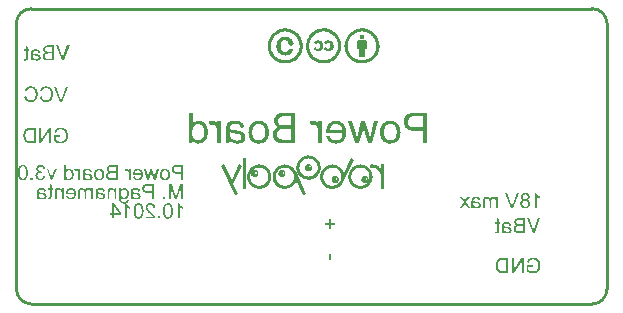
<source format=gbo>
%FSAX42Y42*%
%MOMM*%
G71*
G01*
G75*
G04 Layer_Color=32896*
%ADD10R,1.50X1.30*%
%ADD11O,0.60X2.20*%
%ADD12R,1.30X1.50*%
%ADD13R,1.40X1.00*%
%ADD14R,1.02X1.90*%
%ADD15C,0.20*%
%ADD16C,1.00*%
%ADD17C,0.40*%
%ADD18C,0.25*%
%ADD19O,2.20X1.80*%
%ADD20C,1.20*%
%ADD21C,1.50*%
%ADD22R,1.50X1.50*%
%ADD23C,5.50*%
%ADD24C,2.20*%
%ADD25C,1.80*%
%ADD26C,0.80*%
%ADD27C,1.90*%
%ADD28C,4.00*%
%ADD29C,0.60*%
%ADD30C,0.25*%
%ADD31C,0.50*%
%ADD32C,0.20*%
%ADD33C,0.10*%
%ADD34R,1.70X1.50*%
%ADD35O,0.80X2.40*%
%ADD36R,1.50X1.70*%
%ADD37R,1.60X1.20*%
%ADD38O,2.40X2.00*%
%ADD39C,1.40*%
%ADD40C,1.70*%
%ADD41R,1.70X1.70*%
%ADD42C,5.70*%
%ADD43C,2.40*%
%ADD44C,2.00*%
%ADD45C,4.20*%
G36*
X006075Y008416D02*
X006078Y008416D01*
X006081Y008415D01*
X006083Y008415D01*
X006086Y008414D01*
X006088Y008413D01*
X006091Y008412D01*
X006093Y008411D01*
X006094Y008410D01*
X006096Y008410D01*
X006097Y008409D01*
X006098Y008408D01*
X006099Y008407D01*
X006100Y008407D01*
X006100Y008407D01*
X006100Y008407D01*
X006102Y008405D01*
X006104Y008403D01*
X006106Y008401D01*
X006107Y008398D01*
X006108Y008396D01*
X006109Y008394D01*
X006111Y008389D01*
X006111Y008387D01*
X006112Y008385D01*
X006112Y008384D01*
X006112Y008382D01*
X006113Y008381D01*
Y008380D01*
X006113Y008379D01*
Y008379D01*
X006097Y008377D01*
X006096Y008382D01*
X006096Y008385D01*
X006094Y008389D01*
X006093Y008391D01*
X006092Y008393D01*
X006091Y008395D01*
X006090Y008396D01*
X006090Y008396D01*
X006087Y008399D01*
X006084Y008400D01*
X006081Y008401D01*
X006078Y008402D01*
X006076Y008403D01*
X006074Y008403D01*
X006073D01*
X006073Y008403D01*
X006072D01*
X006068Y008403D01*
X006064Y008402D01*
X006061Y008401D01*
X006059Y008400D01*
X006057Y008399D01*
X006055Y008398D01*
X006054Y008397D01*
X006054Y008397D01*
X006052Y008394D01*
X006050Y008391D01*
X006049Y008389D01*
X006048Y008386D01*
X006048Y008384D01*
X006047Y008382D01*
X006047Y008382D01*
Y008381D01*
Y008381D01*
Y008381D01*
Y008379D01*
X006048Y008378D01*
X006048Y008374D01*
X006050Y008371D01*
X006051Y008368D01*
X006052Y008366D01*
X006053Y008365D01*
X006054Y008364D01*
X006054Y008363D01*
X006054Y008362D01*
X006055Y008362D01*
X006055Y008362D01*
X006056Y008360D01*
X006058Y008358D01*
X006060Y008356D01*
X006062Y008353D01*
X006067Y008349D01*
X006072Y008345D01*
X006074Y008343D01*
X006076Y008341D01*
X006078Y008339D01*
X006080Y008338D01*
X006081Y008336D01*
X006082Y008336D01*
X006083Y008335D01*
X006083Y008335D01*
X006088Y008331D01*
X006092Y008327D01*
X006095Y008324D01*
X006098Y008321D01*
X006101Y008319D01*
X006102Y008317D01*
X006103Y008316D01*
X006103Y008316D01*
X006103Y008315D01*
X006104Y008315D01*
X006106Y008312D01*
X006108Y008309D01*
X006110Y008306D01*
X006111Y008304D01*
X006113Y008301D01*
X006113Y008300D01*
X006114Y008299D01*
X006114Y008299D01*
X006114Y008298D01*
Y008298D01*
X006115Y008296D01*
X006115Y008294D01*
X006115Y008293D01*
X006116Y008291D01*
X006116Y008289D01*
Y008289D01*
Y008288D01*
Y008288D01*
X006031D01*
Y008303D01*
X006094D01*
X006092Y008306D01*
X006091Y008307D01*
X006090Y008308D01*
X006089Y008309D01*
X006088Y008310D01*
X006087Y008311D01*
X006087Y008311D01*
X006086Y008312D01*
X006085Y008313D01*
X006084Y008314D01*
X006083Y008315D01*
X006080Y008318D01*
X006077Y008321D01*
X006074Y008323D01*
X006072Y008324D01*
X006071Y008325D01*
X006070Y008326D01*
X006070Y008327D01*
X006069Y008327D01*
X006069Y008327D01*
X006066Y008330D01*
X006063Y008332D01*
X006061Y008334D01*
X006058Y008337D01*
X006056Y008339D01*
X006054Y008341D01*
X006052Y008342D01*
X006051Y008344D01*
X006049Y008345D01*
X006048Y008346D01*
X006047Y008347D01*
X006046Y008348D01*
X006046Y008349D01*
X006045Y008349D01*
X006045Y008349D01*
Y008350D01*
X006042Y008353D01*
X006040Y008356D01*
X006038Y008358D01*
X006037Y008361D01*
X006036Y008362D01*
X006035Y008364D01*
X006034Y008365D01*
X006034Y008365D01*
X006033Y008368D01*
X006032Y008371D01*
X006032Y008373D01*
X006031Y008376D01*
X006031Y008378D01*
X006031Y008379D01*
Y008380D01*
Y008380D01*
X006031Y008383D01*
X006032Y008386D01*
X006032Y008388D01*
X006033Y008391D01*
X006035Y008395D01*
X006035Y008397D01*
X006036Y008399D01*
X006038Y008400D01*
X006038Y008402D01*
X006039Y008403D01*
X006040Y008404D01*
X006041Y008405D01*
X006041Y008405D01*
X006042Y008406D01*
X006042Y008406D01*
X006044Y008408D01*
X006046Y008409D01*
X006049Y008411D01*
X006051Y008412D01*
X006054Y008413D01*
X006056Y008414D01*
X006061Y008415D01*
X006063Y008415D01*
X006065Y008416D01*
X006067Y008416D01*
X006068Y008416D01*
X006069Y008416D01*
X006071D01*
X006075Y008416D01*
D02*
G37*
G36*
X006315Y008413D02*
X006317Y008410D01*
X006319Y008407D01*
X006322Y008404D01*
X006324Y008402D01*
X006325Y008400D01*
X006326Y008400D01*
X006327Y008399D01*
X006327Y008399D01*
X006327Y008399D01*
X006331Y008396D01*
X006335Y008393D01*
X006339Y008390D01*
X006342Y008388D01*
X006345Y008386D01*
X006347Y008386D01*
X006348Y008385D01*
X006349Y008385D01*
X006349Y008384D01*
X006350Y008384D01*
X006350D01*
Y008369D01*
X006347Y008370D01*
X006344Y008371D01*
X006342Y008372D01*
X006339Y008374D01*
X006337Y008375D01*
X006335Y008376D01*
X006334Y008376D01*
X006334Y008377D01*
X006334Y008377D01*
X006334D01*
X006330Y008379D01*
X006327Y008381D01*
X006325Y008383D01*
X006323Y008384D01*
X006321Y008386D01*
X006320Y008387D01*
X006319Y008387D01*
X006319Y008388D01*
Y008288D01*
X006303D01*
Y008416D01*
X006313D01*
X006315Y008413D01*
D02*
G37*
G36*
X005297Y008545D02*
X005301Y008544D01*
X005304Y008543D01*
X005306Y008542D01*
X005309Y008541D01*
X005311Y008540D01*
X005314Y008539D01*
X005316Y008537D01*
X005317Y008536D01*
X005319Y008534D01*
X005320Y008533D01*
X005321Y008532D01*
X005322Y008531D01*
X005323Y008530D01*
X005323Y008530D01*
X005323Y008529D01*
Y008543D01*
X005337D01*
Y008450D01*
X005322D01*
Y008500D01*
X005321Y008504D01*
X005321Y008507D01*
X005321Y008509D01*
X005320Y008512D01*
X005320Y008514D01*
X005319Y008516D01*
X005319Y008518D01*
X005318Y008519D01*
X005317Y008521D01*
X005317Y008522D01*
X005316Y008523D01*
X005316Y008523D01*
X005315Y008524D01*
X005315Y008524D01*
X005314Y008525D01*
X005312Y008527D01*
X005309Y008528D01*
X005306Y008530D01*
X005303Y008530D01*
X005301Y008531D01*
X005299Y008531D01*
X005298Y008531D01*
X005297D01*
X005295Y008531D01*
X005293Y008531D01*
X005291Y008530D01*
X005289Y008530D01*
X005288Y008529D01*
X005287Y008529D01*
X005286Y008528D01*
X005286Y008528D01*
X005284Y008527D01*
X005283Y008526D01*
X005282Y008524D01*
X005281Y008523D01*
X005280Y008522D01*
X005280Y008521D01*
X005280Y008521D01*
Y008520D01*
X005279Y008518D01*
X005278Y008516D01*
X005278Y008514D01*
X005278Y008512D01*
Y008510D01*
X005278Y008508D01*
Y008507D01*
Y008507D01*
Y008506D01*
Y008506D01*
Y008450D01*
X005262D01*
Y008507D01*
Y008511D01*
X005262Y008514D01*
X005262Y008516D01*
X005262Y008519D01*
X005263Y008520D01*
X005263Y008521D01*
X005263Y008522D01*
Y008522D01*
X005264Y008525D01*
X005264Y008527D01*
X005265Y008529D01*
X005266Y008530D01*
X005267Y008532D01*
X005267Y008533D01*
X005268Y008534D01*
X005268Y008534D01*
X005269Y008535D01*
X005271Y008537D01*
X005273Y008538D01*
X005274Y008539D01*
X005276Y008540D01*
X005277Y008541D01*
X005278Y008541D01*
X005278Y008542D01*
X005281Y008543D01*
X005284Y008543D01*
X005286Y008544D01*
X005289Y008544D01*
X005291Y008545D01*
X005292Y008545D01*
X005294D01*
X005297Y008545D01*
D02*
G37*
G36*
X006101Y008450D02*
X006084D01*
Y008502D01*
X006051D01*
X006047Y008502D01*
X006042Y008502D01*
X006038Y008503D01*
X006034Y008504D01*
X006031Y008505D01*
X006028Y008506D01*
X006025Y008507D01*
X006022Y008508D01*
X006020Y008509D01*
X006019Y008510D01*
X006017Y008511D01*
X006016Y008511D01*
X006015Y008512D01*
X006014Y008513D01*
X006014Y008513D01*
X006014Y008513D01*
X006012Y008515D01*
X006010Y008518D01*
X006009Y008520D01*
X006008Y008522D01*
X006007Y008525D01*
X006006Y008527D01*
X006005Y008531D01*
X006004Y008533D01*
X006004Y008535D01*
X006004Y008537D01*
X006004Y008538D01*
X006003Y008539D01*
Y008540D01*
Y008541D01*
Y008541D01*
X006004Y008544D01*
X006004Y008548D01*
X006005Y008551D01*
X006005Y008553D01*
X006006Y008555D01*
X006007Y008557D01*
X006007Y008558D01*
X006007Y008558D01*
X006007Y008558D01*
Y008558D01*
X006009Y008561D01*
X006011Y008564D01*
X006012Y008566D01*
X006014Y008568D01*
X006015Y008569D01*
X006017Y008570D01*
X006017Y008571D01*
X006018Y008571D01*
X006020Y008572D01*
X006023Y008574D01*
X006025Y008575D01*
X006028Y008575D01*
X006030Y008576D01*
X006032Y008576D01*
X006033Y008577D01*
X006033Y008577D01*
X006033D01*
X006036Y008577D01*
X006039Y008578D01*
X006043Y008578D01*
X006046Y008578D01*
X006048Y008578D01*
X006101D01*
Y008450D01*
D02*
G37*
G36*
X005745Y008545D02*
X005748Y008544D01*
X005751Y008543D01*
X005754Y008542D01*
X005757Y008541D01*
X005759Y008540D01*
X005761Y008539D01*
X005763Y008537D01*
X005765Y008536D01*
X005766Y008534D01*
X005768Y008533D01*
X005769Y008532D01*
X005770Y008531D01*
X005770Y008530D01*
X005770Y008530D01*
X005771Y008529D01*
Y008543D01*
X005785D01*
Y008450D01*
X005769D01*
Y008500D01*
X005769Y008504D01*
X005769Y008507D01*
X005768Y008509D01*
X005768Y008512D01*
X005767Y008514D01*
X005767Y008516D01*
X005766Y008518D01*
X005765Y008519D01*
X005765Y008521D01*
X005764Y008522D01*
X005764Y008523D01*
X005763Y008523D01*
X005763Y008524D01*
X005762Y008524D01*
X005762Y008525D01*
X005759Y008527D01*
X005756Y008528D01*
X005753Y008530D01*
X005750Y008530D01*
X005748Y008531D01*
X005746Y008531D01*
X005745Y008531D01*
X005744D01*
X005742Y008531D01*
X005740Y008531D01*
X005738Y008530D01*
X005737Y008530D01*
X005735Y008529D01*
X005734Y008529D01*
X005734Y008528D01*
X005734Y008528D01*
X005732Y008527D01*
X005731Y008526D01*
X005729Y008524D01*
X005729Y008523D01*
X005728Y008522D01*
X005727Y008521D01*
X005727Y008521D01*
Y008520D01*
X005726Y008518D01*
X005726Y008516D01*
X005726Y008514D01*
X005725Y008512D01*
Y008510D01*
X005725Y008508D01*
Y008507D01*
Y008507D01*
Y008506D01*
Y008506D01*
Y008450D01*
X005709D01*
Y008507D01*
Y008511D01*
X005710Y008514D01*
X005710Y008516D01*
X005710Y008519D01*
X005710Y008520D01*
X005710Y008521D01*
X005710Y008522D01*
Y008522D01*
X005711Y008525D01*
X005712Y008527D01*
X005713Y008529D01*
X005713Y008530D01*
X005714Y008532D01*
X005715Y008533D01*
X005715Y008534D01*
X005715Y008534D01*
X005717Y008535D01*
X005718Y008537D01*
X005720Y008538D01*
X005722Y008539D01*
X005723Y008540D01*
X005725Y008541D01*
X005725Y008541D01*
X005726Y008542D01*
X005728Y008543D01*
X005731Y008543D01*
X005734Y008544D01*
X005736Y008544D01*
X005738Y008545D01*
X005740Y008545D01*
X005741D01*
X005745Y008545D01*
D02*
G37*
G36*
X005820Y008333D02*
Y008318D01*
X005765D01*
Y008288D01*
X005749D01*
Y008318D01*
X005732D01*
Y008333D01*
X005749D01*
Y008416D01*
X005762D01*
X005820Y008333D01*
D02*
G37*
G36*
X006226Y008416D02*
X006230Y008415D01*
X006234Y008414D01*
X006238Y008412D01*
X006239Y008412D01*
X006240Y008411D01*
X006242Y008410D01*
X006242Y008410D01*
X006243Y008409D01*
X006244Y008409D01*
X006244Y008409D01*
X006244Y008409D01*
X006247Y008406D01*
X006250Y008402D01*
X006252Y008398D01*
X006254Y008395D01*
X006256Y008392D01*
X006257Y008391D01*
X006257Y008389D01*
X006257Y008388D01*
X006258Y008388D01*
X006258Y008387D01*
Y008387D01*
X006259Y008384D01*
X006259Y008382D01*
X006261Y008376D01*
X006261Y008369D01*
X006262Y008364D01*
X006262Y008361D01*
Y008358D01*
X006262Y008356D01*
X006263Y008354D01*
Y008353D01*
Y008352D01*
Y008351D01*
Y008351D01*
X006262Y008344D01*
X006262Y008338D01*
X006261Y008332D01*
X006261Y008327D01*
X006260Y008322D01*
X006259Y008318D01*
X006257Y008314D01*
X006256Y008311D01*
X006255Y008308D01*
X006254Y008305D01*
X006253Y008303D01*
X006252Y008301D01*
X006251Y008300D01*
X006251Y008299D01*
X006250Y008299D01*
X006250Y008298D01*
X006248Y008296D01*
X006246Y008294D01*
X006243Y008292D01*
X006241Y008291D01*
X006239Y008290D01*
X006236Y008289D01*
X006234Y008288D01*
X006231Y008287D01*
X006229Y008286D01*
X006227Y008286D01*
X006226Y008286D01*
X006224Y008286D01*
X006223D01*
X006222Y008285D01*
X006221D01*
X006218Y008286D01*
X006216Y008286D01*
X006211Y008286D01*
X006207Y008288D01*
X006204Y008289D01*
X006203Y008290D01*
X006201Y008290D01*
X006200Y008291D01*
X006199Y008292D01*
X006199Y008292D01*
X006198Y008292D01*
X006198Y008293D01*
X006198D01*
X006194Y008296D01*
X006192Y008299D01*
X006189Y008303D01*
X006187Y008306D01*
X006186Y008309D01*
X006185Y008311D01*
X006185Y008312D01*
X006184Y008313D01*
X006184Y008313D01*
X006184Y008314D01*
Y008314D01*
X006183Y008317D01*
X006182Y008320D01*
X006181Y008326D01*
X006180Y008332D01*
X006180Y008338D01*
X006179Y008340D01*
X006179Y008343D01*
Y008345D01*
X006179Y008347D01*
Y008348D01*
Y008350D01*
Y008350D01*
Y008351D01*
Y008354D01*
X006179Y008357D01*
X006179Y008360D01*
X006180Y008363D01*
X006180Y008366D01*
X006180Y008368D01*
X006180Y008371D01*
X006181Y008373D01*
X006181Y008375D01*
X006181Y008376D01*
X006181Y008378D01*
X006182Y008379D01*
X006182Y008380D01*
X006182Y008380D01*
X006182Y008381D01*
Y008381D01*
X006183Y008385D01*
X006184Y008389D01*
X006186Y008392D01*
X006187Y008395D01*
X006188Y008397D01*
X006189Y008399D01*
X006189Y008399D01*
X006190Y008400D01*
X006190Y008400D01*
Y008400D01*
X006192Y008403D01*
X006194Y008405D01*
X006196Y008407D01*
X006198Y008409D01*
X006200Y008410D01*
X006201Y008411D01*
X006202Y008412D01*
X006203Y008412D01*
X006203D01*
X006206Y008413D01*
X006209Y008414D01*
X006212Y008415D01*
X006215Y008416D01*
X006217Y008416D01*
X006218D01*
X006219Y008416D01*
X006223D01*
X006226Y008416D01*
D02*
G37*
G36*
X006154Y008288D02*
X006136D01*
Y008305D01*
X006154D01*
Y008288D01*
D02*
G37*
G36*
X005326Y009275D02*
X005308D01*
X005258Y009403D01*
X005275D01*
X005310Y009310D01*
X005311Y009306D01*
X005313Y009302D01*
X005314Y009299D01*
X005315Y009295D01*
X005316Y009293D01*
X005316Y009292D01*
X005316Y009291D01*
X005316Y009290D01*
X005317Y009289D01*
X005317Y009289D01*
Y009289D01*
X005318Y009293D01*
X005319Y009296D01*
X005320Y009300D01*
X005321Y009303D01*
X005322Y009306D01*
X005322Y009307D01*
X005323Y009308D01*
X005323Y009309D01*
X005323Y009309D01*
X005323Y009310D01*
Y009310D01*
X005357Y009403D01*
X005375D01*
X005326Y009275D01*
D02*
G37*
G36*
X005256Y009625D02*
X005207D01*
X005203Y009625D01*
X005199Y009625D01*
X005195Y009626D01*
X005192Y009626D01*
X005190Y009626D01*
X005189Y009626D01*
X005188Y009627D01*
X005187Y009627D01*
X005187Y009627D01*
X005187D01*
X005184Y009628D01*
X005181Y009629D01*
X005178Y009630D01*
X005176Y009631D01*
X005175Y009632D01*
X005174Y009633D01*
X005173Y009633D01*
X005173Y009633D01*
X005171Y009635D01*
X005169Y009637D01*
X005167Y009639D01*
X005166Y009641D01*
X005165Y009643D01*
X005164Y009644D01*
X005163Y009645D01*
X005163Y009645D01*
X005162Y009648D01*
X005161Y009651D01*
X005160Y009654D01*
X005160Y009656D01*
X005159Y009659D01*
X005159Y009660D01*
Y009661D01*
Y009662D01*
Y009662D01*
Y009662D01*
X005160Y009666D01*
X005160Y009670D01*
X005161Y009673D01*
X005162Y009676D01*
X005164Y009678D01*
X005165Y009680D01*
X005165Y009680D01*
X005165Y009681D01*
X005166Y009681D01*
Y009681D01*
X005168Y009684D01*
X005171Y009687D01*
X005174Y009689D01*
X005177Y009690D01*
X005179Y009692D01*
X005181Y009692D01*
X005181Y009692D01*
X005182Y009693D01*
X005183Y009693D01*
X005183Y009693D01*
X005183D01*
X005180Y009695D01*
X005178Y009697D01*
X005175Y009699D01*
X005173Y009700D01*
X005172Y009702D01*
X005171Y009703D01*
X005170Y009704D01*
X005170Y009705D01*
X005168Y009707D01*
X005167Y009710D01*
X005167Y009713D01*
X005166Y009715D01*
X005166Y009717D01*
X005165Y009719D01*
Y009719D01*
Y009720D01*
Y009720D01*
Y009720D01*
X005166Y009724D01*
X005166Y009727D01*
X005167Y009729D01*
X005168Y009732D01*
X005169Y009734D01*
X005170Y009736D01*
X005170Y009737D01*
X005171Y009737D01*
Y009737D01*
X005173Y009740D01*
X005175Y009742D01*
X005177Y009744D01*
X005179Y009746D01*
X005181Y009747D01*
X005183Y009748D01*
X005184Y009749D01*
X005184Y009749D01*
X005184Y009749D01*
X005184D01*
X005188Y009750D01*
X005192Y009751D01*
X005196Y009752D01*
X005199Y009753D01*
X005203Y009753D01*
X005204D01*
X005205Y009753D01*
X005256D01*
Y009625D01*
D02*
G37*
G36*
X006198Y008450D02*
X006180D01*
Y008468D01*
X006198D01*
Y008450D01*
D02*
G37*
G36*
X005315Y009055D02*
X005318Y009055D01*
X005324Y009054D01*
X005327Y009053D01*
X005330Y009053D01*
X005333Y009052D01*
X005335Y009051D01*
X005337Y009051D01*
X005339Y009050D01*
X005341Y009049D01*
X005342Y009049D01*
X005343Y009048D01*
X005344Y009048D01*
X005345Y009047D01*
X005345Y009047D01*
X005348Y009046D01*
X005350Y009044D01*
X005355Y009040D01*
X005357Y009038D01*
X005358Y009036D01*
X005360Y009034D01*
X005362Y009032D01*
X005363Y009030D01*
X005364Y009029D01*
X005365Y009027D01*
X005366Y009026D01*
X005367Y009025D01*
X005367Y009024D01*
X005367Y009023D01*
X005367Y009023D01*
X005369Y009020D01*
X005370Y009017D01*
X005372Y009011D01*
X005373Y009005D01*
X005374Y009002D01*
X005374Y009000D01*
X005374Y008997D01*
X005375Y008995D01*
X005375Y008993D01*
Y008991D01*
X005375Y008990D01*
Y008989D01*
Y008988D01*
Y008988D01*
X005375Y008985D01*
X005375Y008981D01*
X005374Y008975D01*
X005373Y008972D01*
X005373Y008969D01*
X005372Y008967D01*
X005371Y008964D01*
X005370Y008962D01*
X005370Y008960D01*
X005369Y008958D01*
X005368Y008957D01*
X005368Y008956D01*
X005368Y008955D01*
X005367Y008954D01*
Y008954D01*
X005366Y008951D01*
X005364Y008949D01*
X005362Y008946D01*
X005360Y008944D01*
X005358Y008942D01*
X005356Y008940D01*
X005355Y008938D01*
X005353Y008937D01*
X005351Y008935D01*
X005349Y008934D01*
X005348Y008933D01*
X005347Y008932D01*
X005346Y008932D01*
X005345Y008931D01*
X005344Y008931D01*
X005344Y008931D01*
X005341Y008929D01*
X005338Y008928D01*
X005332Y008926D01*
X005326Y008925D01*
X005324Y008924D01*
X005321Y008924D01*
X005319Y008924D01*
X005317Y008923D01*
X005315Y008923D01*
X005313D01*
X005312Y008923D01*
X005310D01*
X005305Y008923D01*
X005300Y008924D01*
X005295Y008925D01*
X005291Y008925D01*
X005289Y008926D01*
X005287Y008926D01*
X005286Y008927D01*
X005285Y008927D01*
X005284Y008927D01*
X005283Y008928D01*
X005283Y008928D01*
X005282D01*
X005277Y008930D01*
X005273Y008932D01*
X005268Y008935D01*
X005264Y008937D01*
X005263Y008938D01*
X005261Y008939D01*
X005260Y008940D01*
X005259Y008941D01*
X005258Y008942D01*
X005257Y008942D01*
X005257Y008942D01*
X005257Y008943D01*
Y008990D01*
X005311D01*
Y008975D01*
X005273D01*
Y008951D01*
X005276Y008949D01*
X005278Y008948D01*
X005281Y008946D01*
X005283Y008945D01*
X005286Y008944D01*
X005288Y008943D01*
X005288Y008943D01*
X005289Y008942D01*
X005289Y008942D01*
X005289D01*
X005293Y008941D01*
X005297Y008940D01*
X005301Y008939D01*
X005304Y008938D01*
X005307Y008938D01*
X005308D01*
X005309Y008938D01*
X005311D01*
X005315Y008938D01*
X005320Y008939D01*
X005324Y008940D01*
X005327Y008941D01*
X005329Y008941D01*
X005330Y008942D01*
X005332Y008942D01*
X005333Y008943D01*
X005334Y008943D01*
X005334Y008943D01*
X005335Y008943D01*
X005335D01*
X005339Y008946D01*
X005342Y008948D01*
X005345Y008951D01*
X005347Y008954D01*
X005349Y008957D01*
X005350Y008958D01*
X005351Y008959D01*
X005351Y008959D01*
X005351Y008960D01*
X005352Y008960D01*
Y008961D01*
X005354Y008965D01*
X005355Y008970D01*
X005356Y008975D01*
X005357Y008979D01*
X005357Y008981D01*
X005357Y008983D01*
X005357Y008985D01*
Y008986D01*
X005358Y008988D01*
Y008988D01*
Y008989D01*
Y008989D01*
X005357Y008994D01*
X005357Y008999D01*
X005356Y009004D01*
X005355Y009007D01*
X005355Y009009D01*
X005354Y009011D01*
X005354Y009012D01*
X005353Y009013D01*
X005353Y009014D01*
X005353Y009015D01*
X005353Y009015D01*
Y009015D01*
X005352Y009018D01*
X005350Y009020D01*
X005349Y009022D01*
X005348Y009024D01*
X005347Y009026D01*
X005346Y009027D01*
X005345Y009027D01*
X005345Y009028D01*
X005343Y009030D01*
X005340Y009032D01*
X005338Y009033D01*
X005336Y009035D01*
X005334Y009036D01*
X005332Y009036D01*
X005331Y009037D01*
X005331Y009037D01*
X005331D01*
X005328Y009038D01*
X005324Y009039D01*
X005321Y009040D01*
X005318Y009040D01*
X005315Y009041D01*
X005314D01*
X005313Y009041D01*
X005311D01*
X005307Y009041D01*
X005304Y009040D01*
X005301Y009040D01*
X005299Y009039D01*
X005296Y009038D01*
X005295Y009038D01*
X005294Y009037D01*
X005294Y009037D01*
X005293D01*
X005291Y009036D01*
X005288Y009034D01*
X005286Y009033D01*
X005284Y009032D01*
X005283Y009030D01*
X005282Y009029D01*
X005281Y009029D01*
X005281Y009028D01*
X005280Y009026D01*
X005278Y009024D01*
X005277Y009021D01*
X005276Y009019D01*
X005275Y009016D01*
X005274Y009015D01*
X005274Y009014D01*
X005274Y009013D01*
X005274Y009013D01*
Y009013D01*
X005259Y009017D01*
X005260Y009022D01*
X005262Y009026D01*
X005263Y009029D01*
X005265Y009032D01*
X005266Y009035D01*
X005267Y009036D01*
X005267Y009037D01*
X005268Y009037D01*
X005268Y009038D01*
X005268Y009038D01*
Y009038D01*
X005271Y009041D01*
X005274Y009043D01*
X005277Y009046D01*
X005280Y009047D01*
X005282Y009049D01*
X005283Y009049D01*
X005284Y009050D01*
X005285Y009050D01*
X005285Y009050D01*
X005286Y009051D01*
X005286D01*
X005290Y009052D01*
X005295Y009053D01*
X005299Y009054D01*
X005303Y009055D01*
X005304Y009055D01*
X005306Y009055D01*
X005307D01*
X005309Y009055D01*
X005311D01*
X005315Y009055D01*
D02*
G37*
G36*
X006350Y008450D02*
X006334D01*
Y008559D01*
X006297Y008450D01*
X006282D01*
X006244Y008557D01*
Y008450D01*
X006228D01*
Y008578D01*
X006251D01*
X006281Y008489D01*
X006283Y008484D01*
X006284Y008480D01*
X006286Y008476D01*
X006287Y008473D01*
X006287Y008471D01*
X006288Y008470D01*
X006288Y008469D01*
X006288Y008468D01*
X006289Y008471D01*
X006290Y008474D01*
X006291Y008477D01*
X006292Y008480D01*
X006293Y008483D01*
X006293Y008484D01*
X006294Y008485D01*
X006294Y008486D01*
X006294Y008487D01*
X006294Y008487D01*
Y008487D01*
X006325Y008578D01*
X006350D01*
Y008450D01*
D02*
G37*
G36*
X005153Y008545D02*
X005157Y008544D01*
X005161Y008544D01*
X005164Y008543D01*
X005167Y008542D01*
X005168Y008542D01*
X005168Y008542D01*
X005169Y008542D01*
X005170Y008542D01*
X005170Y008541D01*
X005170D01*
X005173Y008540D01*
X005176Y008539D01*
X005178Y008537D01*
X005180Y008536D01*
X005182Y008534D01*
X005183Y008533D01*
X005184Y008532D01*
X005184Y008532D01*
X005186Y008530D01*
X005187Y008527D01*
X005188Y008524D01*
X005189Y008522D01*
X005190Y008520D01*
X005190Y008518D01*
X005191Y008517D01*
Y008517D01*
X005191Y008516D01*
Y008516D01*
X005175Y008514D01*
X005174Y008517D01*
X005173Y008520D01*
X005172Y008523D01*
X005171Y008525D01*
X005170Y008526D01*
X005169Y008527D01*
X005168Y008528D01*
X005168Y008528D01*
X005166Y008529D01*
X005163Y008530D01*
X005160Y008531D01*
X005157Y008531D01*
X005155Y008532D01*
X005153Y008532D01*
X005151D01*
X005147Y008532D01*
X005143Y008531D01*
X005140Y008530D01*
X005138Y008529D01*
X005136Y008528D01*
X005134Y008527D01*
X005134Y008527D01*
X005133Y008526D01*
X005132Y008525D01*
X005131Y008523D01*
X005130Y008520D01*
X005129Y008518D01*
X005129Y008516D01*
X005129Y008514D01*
Y008514D01*
Y008513D01*
Y008513D01*
Y008513D01*
Y008512D01*
Y008512D01*
Y008510D01*
X005129Y008510D01*
Y008509D01*
Y008509D01*
Y008509D01*
X005131Y008508D01*
X005133Y008508D01*
X005137Y008507D01*
X005142Y008506D01*
X005146Y008505D01*
X005148Y008504D01*
X005150Y008504D01*
X005152Y008504D01*
X005154Y008504D01*
X005155Y008503D01*
X005156D01*
X005157Y008503D01*
X005157D01*
X005160Y008503D01*
X005163Y008502D01*
X005165Y008502D01*
X005167Y008502D01*
X005169Y008501D01*
X005170Y008501D01*
X005171Y008501D01*
X005171D01*
X005173Y008500D01*
X005175Y008499D01*
X005177Y008499D01*
X005179Y008498D01*
X005180Y008497D01*
X005181Y008496D01*
X005182Y008496D01*
X005182Y008496D01*
X005184Y008494D01*
X005186Y008493D01*
X005187Y008491D01*
X005188Y008490D01*
X005189Y008489D01*
X005190Y008488D01*
X005190Y008487D01*
X005190Y008487D01*
X005191Y008485D01*
X005192Y008482D01*
X005193Y008480D01*
X005193Y008478D01*
X005193Y008477D01*
X005193Y008475D01*
Y008475D01*
Y008474D01*
X005193Y008472D01*
X005193Y008470D01*
X005192Y008466D01*
X005191Y008463D01*
X005189Y008460D01*
X005188Y008458D01*
X005187Y008457D01*
X005186Y008456D01*
X005185Y008455D01*
X005185Y008455D01*
X005184Y008454D01*
X005182Y008453D01*
X005178Y008451D01*
X005174Y008450D01*
X005170Y008449D01*
X005167Y008448D01*
X005166Y008448D01*
X005164D01*
X005163Y008448D01*
X005162D01*
X005158Y008448D01*
X005155Y008449D01*
X005152Y008449D01*
X005150Y008450D01*
X005148Y008450D01*
X005146Y008450D01*
X005145Y008451D01*
X005145Y008451D01*
X005145Y008451D01*
X005145D01*
X005142Y008452D01*
X005138Y008454D01*
X005136Y008456D01*
X005133Y008457D01*
X005131Y008459D01*
X005129Y008460D01*
X005128Y008461D01*
X005128Y008461D01*
X005128Y008462D01*
X005128D01*
X005127Y008459D01*
X005127Y008457D01*
X005126Y008455D01*
X005126Y008453D01*
X005125Y008452D01*
X005125Y008451D01*
X005125Y008450D01*
X005125Y008450D01*
X005108D01*
X005109Y008452D01*
X005110Y008454D01*
X005111Y008456D01*
X005111Y008458D01*
X005112Y008459D01*
X005112Y008460D01*
X005112Y008461D01*
Y008461D01*
X005112Y008462D01*
X005112Y008464D01*
Y008466D01*
X005113Y008468D01*
X005113Y008472D01*
Y008477D01*
X005113Y008479D01*
Y008482D01*
Y008484D01*
Y008485D01*
Y008487D01*
Y008488D01*
Y008489D01*
Y008489D01*
Y008510D01*
Y008513D01*
X005113Y008516D01*
X005113Y008519D01*
Y008521D01*
X005113Y008522D01*
X005114Y008523D01*
X005114Y008524D01*
Y008524D01*
X005114Y008527D01*
X005115Y008529D01*
X005116Y008530D01*
X005117Y008532D01*
X005118Y008533D01*
X005118Y008534D01*
X005119Y008535D01*
X005119Y008535D01*
X005120Y008536D01*
X005122Y008538D01*
X005124Y008539D01*
X005126Y008540D01*
X005127Y008541D01*
X005129Y008541D01*
X005129Y008542D01*
X005130Y008542D01*
X005130D01*
X005133Y008543D01*
X005136Y008544D01*
X005139Y008544D01*
X005142Y008544D01*
X005145Y008545D01*
X005146Y008545D01*
X005149D01*
X005153Y008545D01*
D02*
G37*
G36*
X005949D02*
X005953Y008544D01*
X005957Y008544D01*
X005960Y008543D01*
X005962Y008542D01*
X005963Y008542D01*
X005964Y008542D01*
X005965Y008542D01*
X005965Y008542D01*
X005966Y008541D01*
X005966D01*
X005969Y008540D01*
X005972Y008539D01*
X005974Y008537D01*
X005976Y008536D01*
X005978Y008534D01*
X005979Y008533D01*
X005979Y008532D01*
X005980Y008532D01*
X005981Y008530D01*
X005983Y008527D01*
X005984Y008524D01*
X005985Y008522D01*
X005986Y008520D01*
X005986Y008518D01*
X005986Y008517D01*
Y008517D01*
X005986Y008516D01*
Y008516D01*
X005971Y008514D01*
X005970Y008517D01*
X005969Y008520D01*
X005968Y008523D01*
X005966Y008525D01*
X005965Y008526D01*
X005964Y008527D01*
X005964Y008528D01*
X005963Y008528D01*
X005961Y008529D01*
X005959Y008530D01*
X005956Y008531D01*
X005953Y008531D01*
X005951Y008532D01*
X005949Y008532D01*
X005947D01*
X005943Y008532D01*
X005939Y008531D01*
X005936Y008530D01*
X005933Y008529D01*
X005931Y008528D01*
X005930Y008527D01*
X005929Y008527D01*
X005929Y008526D01*
X005927Y008525D01*
X005926Y008523D01*
X005926Y008520D01*
X005925Y008518D01*
X005925Y008516D01*
X005924Y008514D01*
Y008514D01*
Y008513D01*
Y008513D01*
Y008513D01*
Y008512D01*
Y008512D01*
Y008510D01*
X005925Y008510D01*
Y008509D01*
Y008509D01*
Y008509D01*
X005926Y008508D01*
X005928Y008508D01*
X005933Y008507D01*
X005937Y008506D01*
X005942Y008505D01*
X005944Y008504D01*
X005946Y008504D01*
X005948Y008504D01*
X005949Y008504D01*
X005951Y008503D01*
X005952D01*
X005952Y008503D01*
X005953D01*
X005956Y008503D01*
X005959Y008502D01*
X005961Y008502D01*
X005963Y008502D01*
X005965Y008501D01*
X005966Y008501D01*
X005966Y008501D01*
X005967D01*
X005969Y008500D01*
X005971Y008499D01*
X005973Y008499D01*
X005975Y008498D01*
X005976Y008497D01*
X005977Y008496D01*
X005978Y008496D01*
X005978Y008496D01*
X005980Y008494D01*
X005981Y008493D01*
X005983Y008491D01*
X005984Y008490D01*
X005985Y008489D01*
X005986Y008488D01*
X005986Y008487D01*
X005986Y008487D01*
X005987Y008485D01*
X005988Y008482D01*
X005988Y008480D01*
X005989Y008478D01*
X005989Y008477D01*
X005989Y008475D01*
Y008475D01*
Y008474D01*
X005989Y008472D01*
X005989Y008470D01*
X005988Y008466D01*
X005986Y008463D01*
X005985Y008460D01*
X005983Y008458D01*
X005982Y008457D01*
X005981Y008456D01*
X005981Y008455D01*
X005981Y008455D01*
X005979Y008454D01*
X005978Y008453D01*
X005974Y008451D01*
X005970Y008450D01*
X005966Y008449D01*
X005963Y008448D01*
X005961Y008448D01*
X005960D01*
X005959Y008448D01*
X005957D01*
X005954Y008448D01*
X005951Y008449D01*
X005948Y008449D01*
X005945Y008450D01*
X005943Y008450D01*
X005942Y008450D01*
X005941Y008451D01*
X005941Y008451D01*
X005940Y008451D01*
X005940D01*
X005937Y008452D01*
X005934Y008454D01*
X005931Y008456D01*
X005929Y008457D01*
X005926Y008459D01*
X005925Y008460D01*
X005924Y008461D01*
X005924Y008461D01*
X005923Y008462D01*
X005923D01*
X005923Y008459D01*
X005922Y008457D01*
X005922Y008455D01*
X005921Y008453D01*
X005921Y008452D01*
X005921Y008451D01*
X005920Y008450D01*
X005920Y008450D01*
X005904D01*
X005905Y008452D01*
X005906Y008454D01*
X005906Y008456D01*
X005907Y008458D01*
X005907Y008459D01*
X005908Y008460D01*
X005908Y008461D01*
Y008461D01*
X005908Y008462D01*
X005908Y008464D01*
Y008466D01*
X005908Y008468D01*
X005908Y008472D01*
Y008477D01*
X005909Y008479D01*
Y008482D01*
Y008484D01*
Y008485D01*
Y008487D01*
Y008488D01*
Y008489D01*
Y008489D01*
Y008510D01*
Y008513D01*
X005909Y008516D01*
X005909Y008519D01*
Y008521D01*
X005909Y008522D01*
X005909Y008523D01*
X005909Y008524D01*
Y008524D01*
X005910Y008527D01*
X005911Y008529D01*
X005912Y008530D01*
X005912Y008532D01*
X005913Y008533D01*
X005914Y008534D01*
X005914Y008535D01*
X005914Y008535D01*
X005916Y008536D01*
X005918Y008538D01*
X005919Y008539D01*
X005921Y008540D01*
X005923Y008541D01*
X005924Y008541D01*
X005925Y008542D01*
X005925Y008542D01*
X005925D01*
X005928Y008543D01*
X005931Y008544D01*
X005935Y008544D01*
X005938Y008544D01*
X005940Y008545D01*
X005942Y008545D01*
X005945D01*
X005949Y008545D01*
D02*
G37*
G36*
X005651D02*
X005655Y008544D01*
X005658Y008544D01*
X005661Y008543D01*
X005664Y008542D01*
X005665Y008542D01*
X005666Y008542D01*
X005666Y008542D01*
X005667Y008542D01*
X005667Y008541D01*
X005667D01*
X005671Y008540D01*
X005673Y008539D01*
X005676Y008537D01*
X005678Y008536D01*
X005679Y008534D01*
X005680Y008533D01*
X005681Y008532D01*
X005681Y008532D01*
X005683Y008530D01*
X005684Y008527D01*
X005686Y008524D01*
X005686Y008522D01*
X005687Y008520D01*
X005688Y008518D01*
X005688Y008517D01*
Y008517D01*
X005688Y008516D01*
Y008516D01*
X005673Y008514D01*
X005672Y008517D01*
X005670Y008520D01*
X005669Y008523D01*
X005668Y008525D01*
X005667Y008526D01*
X005666Y008527D01*
X005665Y008528D01*
X005665Y008528D01*
X005663Y008529D01*
X005660Y008530D01*
X005658Y008531D01*
X005655Y008531D01*
X005652Y008532D01*
X005650Y008532D01*
X005649D01*
X005644Y008532D01*
X005641Y008531D01*
X005638Y008530D01*
X005635Y008529D01*
X005633Y008528D01*
X005632Y008527D01*
X005631Y008527D01*
X005631Y008526D01*
X005629Y008525D01*
X005628Y008523D01*
X005627Y008520D01*
X005627Y008518D01*
X005626Y008516D01*
X005626Y008514D01*
Y008514D01*
Y008513D01*
Y008513D01*
Y008513D01*
Y008512D01*
Y008512D01*
Y008510D01*
X005626Y008510D01*
Y008509D01*
Y008509D01*
Y008509D01*
X005628Y008508D01*
X005630Y008508D01*
X005634Y008507D01*
X005639Y008506D01*
X005644Y008505D01*
X005646Y008504D01*
X005648Y008504D01*
X005650Y008504D01*
X005651Y008504D01*
X005652Y008503D01*
X005653D01*
X005654Y008503D01*
X005654D01*
X005658Y008503D01*
X005660Y008502D01*
X005663Y008502D01*
X005665Y008502D01*
X005666Y008501D01*
X005667Y008501D01*
X005668Y008501D01*
X005668D01*
X005671Y008500D01*
X005673Y008499D01*
X005675Y008499D01*
X005676Y008498D01*
X005678Y008497D01*
X005679Y008496D01*
X005679Y008496D01*
X005680Y008496D01*
X005681Y008494D01*
X005683Y008493D01*
X005684Y008491D01*
X005686Y008490D01*
X005686Y008489D01*
X005687Y008488D01*
X005688Y008487D01*
X005688Y008487D01*
X005689Y008485D01*
X005689Y008482D01*
X005690Y008480D01*
X005690Y008478D01*
X005691Y008477D01*
X005691Y008475D01*
Y008475D01*
Y008474D01*
X005691Y008472D01*
X005690Y008470D01*
X005689Y008466D01*
X005688Y008463D01*
X005687Y008460D01*
X005685Y008458D01*
X005684Y008457D01*
X005683Y008456D01*
X005683Y008455D01*
X005683Y008455D01*
X005681Y008454D01*
X005679Y008453D01*
X005675Y008451D01*
X005672Y008450D01*
X005668Y008449D01*
X005664Y008448D01*
X005663Y008448D01*
X005662D01*
X005661Y008448D01*
X005659D01*
X005656Y008448D01*
X005653Y008449D01*
X005650Y008449D01*
X005647Y008450D01*
X005645Y008450D01*
X005643Y008450D01*
X005643Y008451D01*
X005642Y008451D01*
X005642Y008451D01*
X005642D01*
X005639Y008452D01*
X005636Y008454D01*
X005633Y008456D01*
X005630Y008457D01*
X005628Y008459D01*
X005626Y008460D01*
X005626Y008461D01*
X005625Y008461D01*
X005625Y008462D01*
X005625D01*
X005625Y008459D01*
X005624Y008457D01*
X005624Y008455D01*
X005623Y008453D01*
X005623Y008452D01*
X005622Y008451D01*
X005622Y008450D01*
X005622Y008450D01*
X005605D01*
X005606Y008452D01*
X005607Y008454D01*
X005608Y008456D01*
X005609Y008458D01*
X005609Y008459D01*
X005609Y008460D01*
X005609Y008461D01*
Y008461D01*
X005610Y008462D01*
X005610Y008464D01*
Y008466D01*
X005610Y008468D01*
X005610Y008472D01*
Y008477D01*
X005610Y008479D01*
Y008482D01*
Y008484D01*
Y008485D01*
Y008487D01*
Y008488D01*
Y008489D01*
Y008489D01*
Y008510D01*
Y008513D01*
X005610Y008516D01*
X005611Y008519D01*
Y008521D01*
X005611Y008522D01*
X005611Y008523D01*
X005611Y008524D01*
Y008524D01*
X005612Y008527D01*
X005612Y008529D01*
X005613Y008530D01*
X005614Y008532D01*
X005615Y008533D01*
X005616Y008534D01*
X005616Y008535D01*
X005616Y008535D01*
X005618Y008536D01*
X005619Y008538D01*
X005621Y008539D01*
X005623Y008540D01*
X005625Y008541D01*
X005626Y008541D01*
X005627Y008542D01*
X005627Y008542D01*
X005627D01*
X005630Y008543D01*
X005633Y008544D01*
X005636Y008544D01*
X005639Y008544D01*
X005642Y008545D01*
X005643Y008545D01*
X005646D01*
X005651Y008545D01*
D02*
G37*
G36*
X005064Y009405D02*
X005070Y009404D01*
X005075Y009403D01*
X005078Y009402D01*
X005080Y009401D01*
X005082Y009401D01*
X005084Y009400D01*
X005085Y009399D01*
X005087Y009399D01*
X005088Y009398D01*
X005088Y009398D01*
X005089Y009398D01*
X005089Y009397D01*
X005092Y009396D01*
X005094Y009394D01*
X005098Y009391D01*
X005102Y009387D01*
X005105Y009383D01*
X005107Y009381D01*
X005108Y009380D01*
X005109Y009378D01*
X005109Y009377D01*
X005110Y009376D01*
X005111Y009375D01*
X005111Y009375D01*
X005111Y009375D01*
X005112Y009372D01*
X005113Y009369D01*
X005115Y009363D01*
X005117Y009357D01*
X005117Y009354D01*
X005117Y009352D01*
X005118Y009349D01*
X005118Y009347D01*
X005118Y009345D01*
Y009343D01*
X005118Y009342D01*
Y009341D01*
Y009340D01*
Y009340D01*
X005118Y009333D01*
X005117Y009327D01*
X005117Y009324D01*
X005116Y009321D01*
X005116Y009318D01*
X005115Y009316D01*
X005114Y009314D01*
X005114Y009312D01*
X005113Y009310D01*
X005113Y009308D01*
X005112Y009307D01*
X005112Y009306D01*
X005112Y009306D01*
Y009306D01*
X005110Y009303D01*
X005109Y009300D01*
X005107Y009297D01*
X005106Y009295D01*
X005104Y009293D01*
X005102Y009291D01*
X005101Y009289D01*
X005099Y009287D01*
X005098Y009286D01*
X005096Y009285D01*
X005095Y009284D01*
X005094Y009283D01*
X005093Y009282D01*
X005092Y009281D01*
X005092Y009281D01*
X005092Y009281D01*
X005089Y009280D01*
X005087Y009278D01*
X005084Y009277D01*
X005081Y009276D01*
X005075Y009275D01*
X005070Y009274D01*
X005068Y009274D01*
X005065Y009273D01*
X005063Y009273D01*
X005062Y009273D01*
X005060Y009273D01*
X005058D01*
X005054Y009273D01*
X005051Y009273D01*
X005048Y009274D01*
X005044Y009275D01*
X005041Y009275D01*
X005039Y009276D01*
X005036Y009277D01*
X005034Y009278D01*
X005032Y009279D01*
X005030Y009280D01*
X005028Y009281D01*
X005027Y009282D01*
X005026Y009283D01*
X005025Y009283D01*
X005024Y009283D01*
X005024Y009284D01*
X005022Y009286D01*
X005019Y009288D01*
X005017Y009291D01*
X005015Y009293D01*
X005014Y009296D01*
X005012Y009298D01*
X005011Y009301D01*
X005009Y009304D01*
X005008Y009306D01*
X005007Y009308D01*
X005007Y009310D01*
X005006Y009312D01*
X005006Y009313D01*
X005005Y009315D01*
X005005Y009315D01*
Y009315D01*
X005022Y009320D01*
X005023Y009317D01*
X005024Y009314D01*
X005025Y009312D01*
X005026Y009309D01*
X005027Y009307D01*
X005028Y009305D01*
X005029Y009303D01*
X005030Y009302D01*
X005031Y009300D01*
X005032Y009299D01*
X005033Y009298D01*
X005034Y009297D01*
X005034Y009296D01*
X005035Y009296D01*
X005035Y009296D01*
X005035Y009295D01*
X005037Y009294D01*
X005039Y009293D01*
X005041Y009292D01*
X005043Y009291D01*
X005047Y009289D01*
X005051Y009288D01*
X005053Y009288D01*
X005055Y009288D01*
X005056Y009288D01*
X005057Y009287D01*
X005058Y009287D01*
X005060D01*
X005064Y009288D01*
X005068Y009288D01*
X005072Y009289D01*
X005075Y009290D01*
X005078Y009291D01*
X005079Y009292D01*
X005080Y009292D01*
X005080Y009293D01*
X005081Y009293D01*
X005081Y009293D01*
X005081D01*
X005085Y009296D01*
X005088Y009299D01*
X005090Y009302D01*
X005093Y009305D01*
X005094Y009307D01*
X005095Y009308D01*
X005095Y009309D01*
X005096Y009310D01*
X005096Y009311D01*
X005096Y009311D01*
Y009311D01*
X005098Y009316D01*
X005099Y009321D01*
X005100Y009326D01*
X005100Y009330D01*
X005101Y009332D01*
Y009334D01*
X005101Y009336D01*
X005101Y009337D01*
Y009338D01*
Y009339D01*
Y009340D01*
Y009340D01*
X005101Y009345D01*
X005100Y009349D01*
X005100Y009353D01*
X005099Y009357D01*
X005099Y009359D01*
X005098Y009360D01*
X005098Y009361D01*
X005098Y009363D01*
X005097Y009363D01*
X005097Y009364D01*
X005097Y009364D01*
Y009365D01*
X005095Y009369D01*
X005093Y009373D01*
X005091Y009376D01*
X005088Y009379D01*
X005086Y009381D01*
X005085Y009382D01*
X005084Y009383D01*
X005084Y009383D01*
X005083Y009384D01*
X005083D01*
X005081Y009385D01*
X005079Y009386D01*
X005075Y009388D01*
X005071Y009389D01*
X005067Y009390D01*
X005065Y009390D01*
X005063Y009390D01*
X005062Y009391D01*
X005061D01*
X005060Y009391D01*
X005058D01*
X005054Y009390D01*
X005049Y009390D01*
X005046Y009389D01*
X005043Y009388D01*
X005040Y009386D01*
X005039Y009386D01*
X005038Y009385D01*
X005038Y009385D01*
X005037Y009385D01*
X005037Y009384D01*
X005037D01*
X005035Y009383D01*
X005034Y009382D01*
X005031Y009378D01*
X005029Y009375D01*
X005027Y009372D01*
X005026Y009369D01*
X005025Y009367D01*
X005025Y009366D01*
X005024Y009365D01*
X005024Y009365D01*
X005024Y009364D01*
Y009364D01*
X005007Y009368D01*
X005008Y009371D01*
X005009Y009374D01*
X005011Y009377D01*
X005012Y009380D01*
X005014Y009382D01*
X005015Y009384D01*
X005017Y009386D01*
X005018Y009388D01*
X005020Y009390D01*
X005021Y009391D01*
X005022Y009393D01*
X005023Y009394D01*
X005024Y009394D01*
X005025Y009395D01*
X005025Y009395D01*
X005026Y009395D01*
X005028Y009397D01*
X005031Y009399D01*
X005033Y009400D01*
X005036Y009401D01*
X005039Y009402D01*
X005042Y009403D01*
X005047Y009404D01*
X005049Y009404D01*
X005051Y009405D01*
X005053Y009405D01*
X005055Y009405D01*
X005056Y009405D01*
X005061D01*
X005064Y009405D01*
D02*
G37*
G36*
X005193D02*
X005199Y009404D01*
X005205Y009403D01*
X005207Y009402D01*
X005209Y009401D01*
X005211Y009401D01*
X005213Y009400D01*
X005215Y009399D01*
X005216Y009399D01*
X005217Y009398D01*
X005218Y009398D01*
X005218Y009398D01*
X005218Y009397D01*
X005221Y009396D01*
X005223Y009394D01*
X005228Y009391D01*
X005232Y009387D01*
X005235Y009383D01*
X005236Y009381D01*
X005237Y009380D01*
X005238Y009378D01*
X005239Y009377D01*
X005239Y009376D01*
X005240Y009375D01*
X005240Y009375D01*
X005240Y009375D01*
X005242Y009372D01*
X005243Y009369D01*
X005245Y009363D01*
X005246Y009357D01*
X005246Y009354D01*
X005247Y009352D01*
X005247Y009349D01*
X005247Y009347D01*
X005248Y009345D01*
Y009343D01*
X005248Y009342D01*
Y009341D01*
Y009340D01*
Y009340D01*
X005247Y009333D01*
X005247Y009327D01*
X005246Y009324D01*
X005246Y009321D01*
X005245Y009318D01*
X005244Y009316D01*
X005244Y009314D01*
X005243Y009312D01*
X005243Y009310D01*
X005242Y009308D01*
X005242Y009307D01*
X005241Y009306D01*
X005241Y009306D01*
Y009306D01*
X005240Y009303D01*
X005238Y009300D01*
X005237Y009297D01*
X005235Y009295D01*
X005233Y009293D01*
X005232Y009291D01*
X005230Y009289D01*
X005229Y009287D01*
X005227Y009286D01*
X005226Y009285D01*
X005224Y009284D01*
X005223Y009283D01*
X005222Y009282D01*
X005222Y009281D01*
X005221Y009281D01*
X005221Y009281D01*
X005219Y009280D01*
X005216Y009278D01*
X005213Y009277D01*
X005210Y009276D01*
X005205Y009275D01*
X005199Y009274D01*
X005197Y009274D01*
X005195Y009273D01*
X005193Y009273D01*
X005191Y009273D01*
X005189Y009273D01*
X005187D01*
X005184Y009273D01*
X005180Y009273D01*
X005177Y009274D01*
X005174Y009275D01*
X005171Y009275D01*
X005168Y009276D01*
X005165Y009277D01*
X005163Y009278D01*
X005161Y009279D01*
X005159Y009280D01*
X005157Y009281D01*
X005156Y009282D01*
X005155Y009283D01*
X005154Y009283D01*
X005154Y009283D01*
X005154Y009284D01*
X005151Y009286D01*
X005149Y009288D01*
X005147Y009291D01*
X005145Y009293D01*
X005143Y009296D01*
X005141Y009298D01*
X005140Y009301D01*
X005139Y009304D01*
X005138Y009306D01*
X005137Y009308D01*
X005136Y009310D01*
X005135Y009312D01*
X005135Y009313D01*
X005135Y009315D01*
X005134Y009315D01*
Y009315D01*
X005151Y009320D01*
X005152Y009317D01*
X005153Y009314D01*
X005154Y009312D01*
X005155Y009309D01*
X005156Y009307D01*
X005157Y009305D01*
X005158Y009303D01*
X005159Y009302D01*
X005160Y009300D01*
X005161Y009299D01*
X005162Y009298D01*
X005163Y009297D01*
X005164Y009296D01*
X005164Y009296D01*
X005165Y009296D01*
X005165Y009295D01*
X005167Y009294D01*
X005169Y009293D01*
X005171Y009292D01*
X005173Y009291D01*
X005177Y009289D01*
X005181Y009288D01*
X005182Y009288D01*
X005184Y009288D01*
X005185Y009288D01*
X005187Y009287D01*
X005188Y009287D01*
X005189D01*
X005193Y009288D01*
X005197Y009288D01*
X005201Y009289D01*
X005204Y009290D01*
X005207Y009291D01*
X005208Y009292D01*
X005209Y009292D01*
X005210Y009293D01*
X005210Y009293D01*
X005211Y009293D01*
X005211D01*
X005214Y009296D01*
X005217Y009299D01*
X005220Y009302D01*
X005222Y009305D01*
X005224Y009307D01*
X005224Y009308D01*
X005225Y009309D01*
X005225Y009310D01*
X005225Y009311D01*
X005226Y009311D01*
Y009311D01*
X005227Y009316D01*
X005228Y009321D01*
X005229Y009326D01*
X005230Y009330D01*
X005230Y009332D01*
Y009334D01*
X005230Y009336D01*
X005230Y009337D01*
Y009338D01*
Y009339D01*
Y009340D01*
Y009340D01*
X005230Y009345D01*
X005230Y009349D01*
X005229Y009353D01*
X005228Y009357D01*
X005228Y009359D01*
X005228Y009360D01*
X005227Y009361D01*
X005227Y009363D01*
X005227Y009363D01*
X005226Y009364D01*
X005226Y009364D01*
Y009365D01*
X005225Y009369D01*
X005222Y009373D01*
X005220Y009376D01*
X005218Y009379D01*
X005216Y009381D01*
X005214Y009382D01*
X005213Y009383D01*
X005213Y009383D01*
X005213Y009384D01*
X005212D01*
X005210Y009385D01*
X005208Y009386D01*
X005204Y009388D01*
X005200Y009389D01*
X005196Y009390D01*
X005194Y009390D01*
X005193Y009390D01*
X005191Y009391D01*
X005190D01*
X005189Y009391D01*
X005188D01*
X005183Y009390D01*
X005179Y009390D01*
X005175Y009389D01*
X005172Y009388D01*
X005169Y009386D01*
X005168Y009386D01*
X005168Y009385D01*
X005167Y009385D01*
X005166Y009385D01*
X005166Y009384D01*
X005166D01*
X005165Y009383D01*
X005163Y009382D01*
X005160Y009378D01*
X005158Y009375D01*
X005156Y009372D01*
X005155Y009369D01*
X005154Y009367D01*
X005154Y009366D01*
X005154Y009365D01*
X005153Y009365D01*
X005153Y009364D01*
Y009364D01*
X005136Y009368D01*
X005137Y009371D01*
X005139Y009374D01*
X005140Y009377D01*
X005142Y009380D01*
X005143Y009382D01*
X005145Y009384D01*
X005146Y009386D01*
X005148Y009388D01*
X005149Y009390D01*
X005150Y009391D01*
X005152Y009393D01*
X005153Y009394D01*
X005154Y009394D01*
X005154Y009395D01*
X005155Y009395D01*
X005155Y009395D01*
X005157Y009397D01*
X005160Y009399D01*
X005163Y009400D01*
X005165Y009401D01*
X005168Y009402D01*
X005171Y009403D01*
X005176Y009404D01*
X005178Y009404D01*
X005180Y009405D01*
X005182Y009405D01*
X005184Y009405D01*
X005185Y009405D01*
X005190D01*
X005193Y009405D01*
D02*
G37*
G36*
X005232Y008925D02*
X005215D01*
Y009025D01*
X005148Y008925D01*
X005131D01*
Y009053D01*
X005147D01*
Y008952D01*
X005214Y009053D01*
X005232D01*
Y008925D01*
D02*
G37*
G36*
X005235Y008566D02*
Y008543D01*
X005247D01*
Y008531D01*
X005235D01*
Y008477D01*
Y008475D01*
X005235Y008472D01*
Y008470D01*
X005235Y008468D01*
X005235Y008466D01*
X005234Y008465D01*
X005234Y008464D01*
X005234Y008462D01*
X005234Y008461D01*
X005234Y008459D01*
X005233Y008459D01*
Y008458D01*
X005232Y008457D01*
X005231Y008456D01*
X005230Y008454D01*
X005229Y008453D01*
X005228Y008452D01*
X005227Y008452D01*
X005227Y008452D01*
X005227Y008451D01*
X005225Y008451D01*
X005223Y008450D01*
X005220Y008450D01*
X005218Y008449D01*
X005216Y008449D01*
X005215Y008449D01*
X005213D01*
X005209Y008449D01*
X005207Y008449D01*
X005205Y008450D01*
X005204Y008450D01*
X005203Y008450D01*
X005202Y008450D01*
X005201D01*
X005204Y008464D01*
X005205Y008464D01*
X005206Y008464D01*
X005208D01*
X005209Y008463D01*
X005211D01*
X005213Y008464D01*
X005215Y008464D01*
X005215Y008464D01*
X005216Y008464D01*
X005216Y008464D01*
X005216D01*
X005217Y008465D01*
X005218Y008466D01*
X005219Y008467D01*
X005219Y008467D01*
X005219Y008468D01*
X005219Y008470D01*
X005219Y008471D01*
Y008473D01*
X005219Y008474D01*
Y008475D01*
Y008476D01*
Y008476D01*
Y008531D01*
X005204D01*
Y008543D01*
X005219D01*
Y008575D01*
X005235Y008566D01*
D02*
G37*
G36*
X005402Y008545D02*
X005406Y008544D01*
X005409Y008544D01*
X005412Y008543D01*
X005415Y008542D01*
X005417Y008541D01*
X005420Y008539D01*
X005422Y008538D01*
X005424Y008537D01*
X005425Y008536D01*
X005427Y008535D01*
X005428Y008534D01*
X005429Y008533D01*
X005430Y008532D01*
X005430Y008532D01*
X005430Y008532D01*
X005432Y008529D01*
X005434Y008527D01*
X005436Y008524D01*
X005437Y008521D01*
X005438Y008518D01*
X005439Y008515D01*
X005440Y008512D01*
X005441Y008509D01*
X005441Y008506D01*
X005441Y008504D01*
X005442Y008501D01*
X005442Y008499D01*
Y008498D01*
X005442Y008496D01*
Y008496D01*
Y008495D01*
X005442Y008491D01*
X005442Y008487D01*
X005441Y008484D01*
X005440Y008480D01*
X005439Y008477D01*
X005438Y008474D01*
X005437Y008472D01*
X005436Y008469D01*
X005435Y008467D01*
X005434Y008466D01*
X005433Y008464D01*
X005432Y008463D01*
X005431Y008462D01*
X005431Y008461D01*
X005430Y008461D01*
X005430Y008460D01*
X005428Y008458D01*
X005425Y008456D01*
X005423Y008455D01*
X005420Y008453D01*
X005417Y008452D01*
X005415Y008451D01*
X005412Y008450D01*
X005410Y008450D01*
X005407Y008449D01*
X005405Y008449D01*
X005403Y008448D01*
X005401Y008448D01*
X005400D01*
X005399Y008448D01*
X005398D01*
X005395Y008448D01*
X005392Y008448D01*
X005387Y008449D01*
X005385Y008450D01*
X005382Y008450D01*
X005380Y008451D01*
X005379Y008452D01*
X005377Y008453D01*
X005376Y008453D01*
X005374Y008454D01*
X005373Y008455D01*
X005372Y008455D01*
X005372Y008455D01*
X005372Y008456D01*
X005371D01*
X005368Y008459D01*
X005365Y008463D01*
X005362Y008466D01*
X005360Y008470D01*
X005359Y008473D01*
X005358Y008474D01*
X005358Y008476D01*
X005358Y008477D01*
X005357Y008477D01*
X005357Y008478D01*
Y008478D01*
X005374Y008480D01*
X005375Y008477D01*
X005377Y008474D01*
X005378Y008471D01*
X005380Y008469D01*
X005381Y008467D01*
X005382Y008466D01*
X005383Y008466D01*
X005383Y008465D01*
X005386Y008464D01*
X005388Y008463D01*
X005391Y008462D01*
X005393Y008461D01*
X005395Y008461D01*
X005396Y008461D01*
X005398D01*
X005400Y008461D01*
X005402Y008461D01*
X005406Y008462D01*
X005409Y008463D01*
X005412Y008465D01*
X005414Y008466D01*
X005416Y008468D01*
X005417Y008468D01*
X005417Y008469D01*
X005417Y008469D01*
X005417Y008469D01*
X005419Y008471D01*
X005420Y008472D01*
X005422Y008476D01*
X005423Y008480D01*
X005425Y008484D01*
X005425Y008487D01*
X005425Y008488D01*
X005426Y008490D01*
X005426Y008491D01*
X005426Y008492D01*
Y008492D01*
Y008492D01*
X005357D01*
X005357Y008494D01*
Y008495D01*
Y008496D01*
Y008496D01*
X005357Y008501D01*
X005357Y008505D01*
X005358Y008508D01*
X005358Y008512D01*
X005359Y008515D01*
X005360Y008518D01*
X005361Y008520D01*
X005362Y008523D01*
X005364Y008525D01*
X005365Y008527D01*
X005366Y008528D01*
X005367Y008530D01*
X005367Y008531D01*
X005368Y008531D01*
X005368Y008532D01*
X005368Y008532D01*
X005371Y008534D01*
X005373Y008536D01*
X005376Y008538D01*
X005378Y008539D01*
X005381Y008541D01*
X005383Y008542D01*
X005386Y008543D01*
X005388Y008543D01*
X005390Y008544D01*
X005392Y008544D01*
X005394Y008544D01*
X005396Y008545D01*
X005397Y008545D01*
X005399D01*
X005402Y008545D01*
D02*
G37*
G36*
X005445Y008707D02*
X005447Y008707D01*
X005449Y008706D01*
X005450Y008706D01*
X005451Y008705D01*
X005452Y008705D01*
X005453Y008704D01*
X005453Y008704D01*
X005455Y008703D01*
X005457Y008701D01*
X005458Y008699D01*
X005460Y008696D01*
X005461Y008694D01*
X005462Y008693D01*
X005462Y008692D01*
X005463Y008691D01*
X005463Y008691D01*
Y008705D01*
X005477D01*
Y008612D01*
X005461D01*
Y008661D01*
X005461Y008664D01*
X005461Y008668D01*
X005461Y008671D01*
X005460Y008674D01*
X005460Y008676D01*
X005459Y008678D01*
X005459Y008678D01*
Y008679D01*
X005459Y008679D01*
Y008679D01*
X005458Y008681D01*
X005457Y008683D01*
X005456Y008684D01*
X005455Y008685D01*
X005454Y008686D01*
X005454Y008687D01*
X005453Y008688D01*
X005453Y008688D01*
X005451Y008689D01*
X005450Y008690D01*
X005448Y008690D01*
X005447Y008691D01*
X005446Y008691D01*
X005445Y008691D01*
X005444D01*
X005442Y008691D01*
X005439Y008690D01*
X005437Y008690D01*
X005436Y008689D01*
X005434Y008689D01*
X005433Y008688D01*
X005432Y008688D01*
X005432Y008688D01*
X005427Y008702D01*
X005430Y008704D01*
X005433Y008705D01*
X005435Y008706D01*
X005438Y008707D01*
X005440Y008707D01*
X005442Y008707D01*
X005443D01*
X005445Y008707D01*
D02*
G37*
G36*
X005075Y008612D02*
X005057D01*
Y008630D01*
X005075D01*
Y008612D01*
D02*
G37*
G36*
X005794D02*
X005745D01*
X005741Y008613D01*
X005737Y008613D01*
X005733Y008613D01*
X005730Y008614D01*
X005728Y008614D01*
X005727Y008614D01*
X005726Y008614D01*
X005725Y008614D01*
X005725Y008614D01*
X005724D01*
X005721Y008615D01*
X005719Y008616D01*
X005716Y008617D01*
X005714Y008618D01*
X005713Y008619D01*
X005711Y008620D01*
X005711Y008621D01*
X005710Y008621D01*
X005708Y008623D01*
X005707Y008624D01*
X005705Y008626D01*
X005704Y008628D01*
X005702Y008630D01*
X005702Y008631D01*
X005701Y008632D01*
X005701Y008633D01*
X005700Y008636D01*
X005699Y008639D01*
X005698Y008641D01*
X005698Y008644D01*
X005697Y008646D01*
X005697Y008648D01*
Y008649D01*
Y008649D01*
Y008649D01*
Y008649D01*
X005697Y008653D01*
X005698Y008657D01*
X005699Y008660D01*
X005700Y008663D01*
X005701Y008666D01*
X005702Y008667D01*
X005703Y008668D01*
X005703Y008668D01*
X005703Y008669D01*
Y008669D01*
X005706Y008672D01*
X005709Y008674D01*
X005712Y008676D01*
X005715Y008678D01*
X005717Y008679D01*
X005718Y008680D01*
X005719Y008680D01*
X005720Y008680D01*
X005721Y008680D01*
X005721Y008681D01*
X005721D01*
X005718Y008682D01*
X005715Y008684D01*
X005713Y008686D01*
X005711Y008688D01*
X005710Y008690D01*
X005709Y008691D01*
X005708Y008692D01*
X005708Y008692D01*
X005706Y008695D01*
X005705Y008698D01*
X005704Y008700D01*
X005704Y008703D01*
X005703Y008705D01*
X005703Y008706D01*
Y008707D01*
Y008707D01*
Y008708D01*
Y008708D01*
X005703Y008711D01*
X005704Y008714D01*
X005705Y008717D01*
X005706Y008719D01*
X005707Y008722D01*
X005708Y008723D01*
X005708Y008724D01*
X005708Y008724D01*
Y008725D01*
X005710Y008727D01*
X005713Y008730D01*
X005715Y008732D01*
X005717Y008734D01*
X005719Y008735D01*
X005721Y008736D01*
X005721Y008736D01*
X005722Y008736D01*
X005722Y008737D01*
X005722D01*
X005726Y008738D01*
X005730Y008739D01*
X005734Y008740D01*
X005737Y008740D01*
X005741Y008740D01*
X005742D01*
X005743Y008741D01*
X005794D01*
Y008612D01*
D02*
G37*
G36*
X006350D02*
X006333D01*
Y008664D01*
X006300D01*
X006296Y008665D01*
X006291Y008665D01*
X006287Y008665D01*
X006283Y008666D01*
X006280Y008667D01*
X006277Y008668D01*
X006274Y008669D01*
X006271Y008670D01*
X006269Y008671D01*
X006268Y008672D01*
X006266Y008673D01*
X006265Y008674D01*
X006264Y008675D01*
X006263Y008675D01*
X006263Y008676D01*
X006263Y008676D01*
X006261Y008678D01*
X006259Y008680D01*
X006258Y008683D01*
X006257Y008685D01*
X006256Y008687D01*
X006255Y008689D01*
X006254Y008694D01*
X006253Y008696D01*
X006253Y008698D01*
X006253Y008699D01*
X006253Y008701D01*
X006252Y008702D01*
Y008703D01*
Y008703D01*
Y008703D01*
X006253Y008707D01*
X006253Y008710D01*
X006254Y008713D01*
X006254Y008716D01*
X006255Y008718D01*
X006256Y008720D01*
X006256Y008720D01*
X006256Y008721D01*
X006256Y008721D01*
Y008721D01*
X006258Y008724D01*
X006260Y008726D01*
X006261Y008728D01*
X006263Y008730D01*
X006264Y008731D01*
X006266Y008732D01*
X006266Y008733D01*
X006267Y008733D01*
X006269Y008735D01*
X006272Y008736D01*
X006274Y008737D01*
X006277Y008738D01*
X006279Y008739D01*
X006281Y008739D01*
X006282Y008739D01*
X006282Y008739D01*
X006282D01*
X006285Y008740D01*
X006288Y008740D01*
X006292Y008740D01*
X006295Y008740D01*
X006297Y008741D01*
X006350D01*
Y008612D01*
D02*
G37*
G36*
X005872Y008707D02*
X005874Y008707D01*
X005876Y008706D01*
X005878Y008706D01*
X005879Y008705D01*
X005880Y008705D01*
X005880Y008704D01*
X005881Y008704D01*
X005882Y008703D01*
X005884Y008701D01*
X005886Y008699D01*
X005887Y008696D01*
X005888Y008694D01*
X005890Y008693D01*
X005890Y008692D01*
X005890Y008691D01*
X005890Y008691D01*
Y008705D01*
X005905D01*
Y008612D01*
X005889D01*
Y008661D01*
X005889Y008664D01*
X005889Y008668D01*
X005888Y008671D01*
X005888Y008674D01*
X005887Y008676D01*
X005887Y008678D01*
X005887Y008678D01*
Y008679D01*
X005886Y008679D01*
Y008679D01*
X005886Y008681D01*
X005885Y008683D01*
X005884Y008684D01*
X005883Y008685D01*
X005882Y008686D01*
X005881Y008687D01*
X005881Y008688D01*
X005881Y008688D01*
X005879Y008689D01*
X005877Y008690D01*
X005876Y008690D01*
X005874Y008691D01*
X005873Y008691D01*
X005872Y008691D01*
X005871D01*
X005869Y008691D01*
X005867Y008690D01*
X005865Y008690D01*
X005863Y008689D01*
X005862Y008689D01*
X005861Y008688D01*
X005860Y008688D01*
X005860Y008688D01*
X005854Y008702D01*
X005857Y008704D01*
X005860Y008705D01*
X005863Y008706D01*
X005865Y008707D01*
X005867Y008707D01*
X005869Y008707D01*
X005870D01*
X005872Y008707D01*
D02*
G37*
G36*
X004997Y008741D02*
X005002Y008740D01*
X005006Y008739D01*
X005009Y008737D01*
X005011Y008737D01*
X005012Y008736D01*
X005013Y008735D01*
X005014Y008735D01*
X005014Y008734D01*
X005015Y008734D01*
X005015Y008734D01*
X005015Y008734D01*
X005019Y008731D01*
X005021Y008727D01*
X005024Y008723D01*
X005026Y008720D01*
X005027Y008717D01*
X005028Y008716D01*
X005028Y008714D01*
X005029Y008713D01*
X005029Y008713D01*
X005029Y008712D01*
Y008712D01*
X005030Y008709D01*
X005031Y008707D01*
X005032Y008701D01*
X005033Y008694D01*
X005033Y008689D01*
X005034Y008686D01*
Y008683D01*
X005034Y008681D01*
X005034Y008679D01*
Y008678D01*
Y008677D01*
Y008676D01*
Y008676D01*
X005034Y008669D01*
X005033Y008663D01*
X005033Y008657D01*
X005032Y008652D01*
X005031Y008647D01*
X005030Y008643D01*
X005029Y008639D01*
X005028Y008636D01*
X005026Y008633D01*
X005025Y008630D01*
X005024Y008628D01*
X005023Y008626D01*
X005023Y008625D01*
X005022Y008624D01*
X005022Y008624D01*
X005021Y008623D01*
X005019Y008621D01*
X005017Y008619D01*
X005015Y008617D01*
X005012Y008616D01*
X005010Y008615D01*
X005007Y008614D01*
X005005Y008613D01*
X005003Y008612D01*
X005001Y008611D01*
X004999Y008611D01*
X004997Y008611D01*
X004995Y008611D01*
X004994D01*
X004993Y008610D01*
X004992D01*
X004990Y008611D01*
X004987Y008611D01*
X004983Y008611D01*
X004979Y008613D01*
X004975Y008614D01*
X004974Y008615D01*
X004973Y008615D01*
X004972Y008616D01*
X004971Y008617D01*
X004970Y008617D01*
X004969Y008617D01*
X004969Y008618D01*
X004969D01*
X004966Y008621D01*
X004963Y008624D01*
X004961Y008628D01*
X004959Y008631D01*
X004957Y008634D01*
X004956Y008636D01*
X004956Y008637D01*
X004956Y008638D01*
X004955Y008638D01*
X004955Y008639D01*
Y008639D01*
X004954Y008642D01*
X004954Y008645D01*
X004952Y008651D01*
X004952Y008657D01*
X004951Y008663D01*
X004951Y008665D01*
X004951Y008668D01*
Y008670D01*
X004950Y008672D01*
Y008673D01*
Y008675D01*
Y008675D01*
Y008676D01*
Y008679D01*
X004951Y008682D01*
X004951Y008685D01*
X004951Y008688D01*
X004951Y008691D01*
X004951Y008693D01*
X004952Y008696D01*
X004952Y008698D01*
X004952Y008700D01*
X004952Y008701D01*
X004953Y008703D01*
X004953Y008704D01*
X004953Y008705D01*
X004953Y008705D01*
X004953Y008706D01*
Y008706D01*
X004955Y008710D01*
X004956Y008714D01*
X004957Y008717D01*
X004958Y008720D01*
X004960Y008722D01*
X004960Y008724D01*
X004961Y008724D01*
X004961Y008725D01*
X004961Y008725D01*
Y008725D01*
X004963Y008728D01*
X004965Y008730D01*
X004968Y008732D01*
X004970Y008734D01*
X004971Y008735D01*
X004973Y008736D01*
X004974Y008737D01*
X004974Y008737D01*
X004974D01*
X004977Y008738D01*
X004980Y008739D01*
X004983Y008740D01*
X004986Y008741D01*
X004989Y008741D01*
X004990D01*
X004991Y008741D01*
X004995D01*
X004997Y008741D01*
D02*
G37*
G36*
X007551Y009897D02*
X007561Y009896D01*
X007572Y009893D01*
X007582Y009891D01*
X007591Y009887D01*
X007599Y009884D01*
X007607Y009880D01*
X007615Y009876D01*
X007621Y009872D01*
X007627Y009868D01*
X007632Y009864D01*
X007636Y009861D01*
X007639Y009858D01*
X007642Y009856D01*
X007643Y009855D01*
X007643Y009854D01*
X007644Y009854D01*
X007651Y009846D01*
X007658Y009837D01*
X007663Y009829D01*
X007666Y009825D01*
X007668Y009822D01*
X007670Y009818D01*
X007672Y009815D01*
X007673Y009812D01*
X007674Y009810D01*
X007675Y009808D01*
X007676Y009807D01*
X007676Y009806D01*
X007676Y009805D01*
X007678Y009800D01*
X007680Y009795D01*
X007683Y009785D01*
X007685Y009775D01*
X007686Y009771D01*
X007686Y009767D01*
X007686Y009763D01*
X007687Y009759D01*
X007687Y009756D01*
Y009754D01*
X007688Y009752D01*
Y009750D01*
Y009749D01*
Y009749D01*
X007687Y009743D01*
X007687Y009738D01*
X007686Y009727D01*
X007685Y009722D01*
X007684Y009718D01*
X007683Y009713D01*
X007682Y009709D01*
X007681Y009705D01*
X007680Y009702D01*
X007679Y009699D01*
X007678Y009697D01*
X007678Y009695D01*
X007677Y009693D01*
X007677Y009692D01*
Y009692D01*
X007672Y009682D01*
X007667Y009673D01*
X007664Y009669D01*
X007661Y009665D01*
X007659Y009661D01*
X007656Y009658D01*
X007654Y009655D01*
X007651Y009652D01*
X007649Y009649D01*
X007648Y009647D01*
X007646Y009646D01*
X007645Y009645D01*
X007644Y009644D01*
X007644Y009644D01*
X007636Y009636D01*
X007627Y009630D01*
X007619Y009624D01*
X007615Y009622D01*
X007612Y009619D01*
X007608Y009617D01*
X007605Y009616D01*
X007603Y009614D01*
X007600Y009613D01*
X007598Y009612D01*
X007597Y009612D01*
X007596Y009611D01*
X007596Y009611D01*
X007591Y009609D01*
X007585Y009607D01*
X007575Y009605D01*
X007566Y009603D01*
X007561Y009602D01*
X007557Y009601D01*
X007553Y009601D01*
X007550Y009600D01*
X007547Y009600D01*
X007544D01*
X007542Y009600D01*
X007539D01*
X007534Y009600D01*
X007528Y009600D01*
X007518Y009602D01*
X007513Y009602D01*
X007508Y009603D01*
X007504Y009604D01*
X007500Y009606D01*
X007496Y009607D01*
X007492Y009608D01*
X007489Y009609D01*
X007487Y009609D01*
X007485Y009610D01*
X007483Y009611D01*
X007482Y009611D01*
X007482D01*
X007472Y009616D01*
X007463Y009621D01*
X007458Y009624D01*
X007454Y009627D01*
X007450Y009629D01*
X007447Y009632D01*
X007444Y009634D01*
X007441Y009637D01*
X007439Y009639D01*
X007436Y009641D01*
X007435Y009642D01*
X007434Y009643D01*
X007433Y009644D01*
X007433Y009644D01*
X007425Y009652D01*
X007419Y009660D01*
X007413Y009668D01*
X007409Y009675D01*
X007407Y009679D01*
X007405Y009682D01*
X007404Y009684D01*
X007403Y009687D01*
X007402Y009689D01*
X007401Y009690D01*
X007401Y009691D01*
Y009691D01*
X007399Y009696D01*
X007397Y009701D01*
X007395Y009711D01*
X007393Y009721D01*
X007392Y009726D01*
X007391Y009730D01*
X007391Y009734D01*
X007391Y009737D01*
X007390Y009741D01*
Y009743D01*
X007390Y009746D01*
Y009747D01*
Y009748D01*
Y009749D01*
Y009754D01*
X007391Y009760D01*
X007392Y009770D01*
X007393Y009775D01*
X007394Y009780D01*
X007395Y009784D01*
X007396Y009789D01*
X007397Y009792D01*
X007398Y009796D01*
X007399Y009799D01*
X007399Y009801D01*
X007400Y009803D01*
X007401Y009805D01*
X007401Y009806D01*
X007401Y009806D01*
X007406Y009816D01*
X007411Y009825D01*
X007413Y009829D01*
X007416Y009833D01*
X007418Y009837D01*
X007421Y009840D01*
X007423Y009843D01*
X007426Y009846D01*
X007428Y009848D01*
X007429Y009850D01*
X007431Y009852D01*
X007432Y009853D01*
X007433Y009854D01*
X007433Y009854D01*
X007437Y009858D01*
X007441Y009862D01*
X007450Y009868D01*
X007459Y009874D01*
X007468Y009879D01*
X007477Y009883D01*
X007486Y009887D01*
X007494Y009890D01*
X007502Y009892D01*
X007510Y009894D01*
X007517Y009895D01*
X007523Y009896D01*
X007529Y009897D01*
X007531Y009897D01*
X007533Y009897D01*
X007535D01*
X007536Y009897D01*
X007545D01*
X007551Y009897D01*
D02*
G37*
G36*
X005358Y008694D02*
X005360Y008696D01*
X005362Y008698D01*
X005364Y008700D01*
X005365Y008701D01*
X005367Y008702D01*
X005368Y008703D01*
X005369Y008703D01*
X005369Y008704D01*
X005372Y008705D01*
X005374Y008706D01*
X005377Y008706D01*
X005379Y008707D01*
X005381Y008707D01*
X005383Y008707D01*
X005384D01*
X005388Y008707D01*
X005392Y008706D01*
X005396Y008705D01*
X005399Y008704D01*
X005401Y008703D01*
X005402Y008703D01*
X005403Y008702D01*
X005404Y008702D01*
X005404Y008701D01*
X005405Y008701D01*
X005405D01*
X005408Y008699D01*
X005411Y008696D01*
X005413Y008693D01*
X005415Y008690D01*
X005417Y008688D01*
X005417Y008687D01*
X005418Y008686D01*
X005418Y008685D01*
X005418Y008684D01*
X005419Y008684D01*
Y008684D01*
X005420Y008679D01*
X005421Y008675D01*
X005422Y008671D01*
X005423Y008667D01*
X005423Y008665D01*
X005423Y008664D01*
Y008662D01*
X005423Y008661D01*
Y008660D01*
Y008659D01*
Y008659D01*
Y008659D01*
X005423Y008653D01*
X005422Y008649D01*
X005421Y008644D01*
X005421Y008641D01*
X005420Y008639D01*
X005420Y008638D01*
X005419Y008636D01*
X005419Y008635D01*
X005419Y008635D01*
X005418Y008634D01*
X005418Y008634D01*
Y008633D01*
X005416Y008630D01*
X005414Y008626D01*
X005411Y008623D01*
X005409Y008621D01*
X005407Y008619D01*
X005405Y008618D01*
X005405Y008617D01*
X005404Y008617D01*
X005404Y008616D01*
X005404D01*
X005400Y008614D01*
X005397Y008613D01*
X005393Y008612D01*
X005390Y008611D01*
X005387Y008611D01*
X005386Y008611D01*
X005385D01*
X005384Y008611D01*
X005383D01*
X005380Y008611D01*
X005377Y008611D01*
X005374Y008612D01*
X005372Y008613D01*
X005370Y008614D01*
X005367Y008615D01*
X005366Y008616D01*
X005364Y008617D01*
X005362Y008619D01*
X005361Y008620D01*
X005360Y008621D01*
X005359Y008622D01*
X005358Y008623D01*
X005358Y008624D01*
X005357Y008624D01*
X005357Y008624D01*
Y008612D01*
X005343D01*
Y008741D01*
X005358D01*
Y008694D01*
D02*
G37*
G36*
X006198Y008707D02*
X006201Y008707D01*
X006204Y008706D01*
X006207Y008706D01*
X006210Y008705D01*
X006212Y008704D01*
X006214Y008703D01*
X006216Y008702D01*
X006218Y008701D01*
X006220Y008700D01*
X006221Y008699D01*
X006222Y008699D01*
X006223Y008698D01*
X006224Y008697D01*
X006224Y008697D01*
X006224Y008697D01*
X006227Y008694D01*
X006229Y008692D01*
X006231Y008689D01*
X006233Y008686D01*
X006234Y008683D01*
X006235Y008679D01*
X006236Y008676D01*
X006237Y008673D01*
X006237Y008670D01*
X006238Y008668D01*
X006238Y008665D01*
X006238Y008663D01*
Y008661D01*
X006239Y008660D01*
Y008659D01*
Y008659D01*
X006238Y008654D01*
X006238Y008650D01*
X006237Y008647D01*
X006237Y008643D01*
X006236Y008640D01*
X006235Y008637D01*
X006234Y008634D01*
X006233Y008632D01*
X006231Y008630D01*
X006230Y008628D01*
X006229Y008626D01*
X006228Y008625D01*
X006228Y008624D01*
X006227Y008623D01*
X006227Y008623D01*
X006227Y008623D01*
X006224Y008621D01*
X006222Y008619D01*
X006219Y008617D01*
X006217Y008616D01*
X006214Y008614D01*
X006211Y008614D01*
X006209Y008613D01*
X006206Y008612D01*
X006204Y008611D01*
X006202Y008611D01*
X006200Y008611D01*
X006198Y008611D01*
X006197D01*
X006196Y008611D01*
X006195D01*
X006191Y008611D01*
X006187Y008611D01*
X006183Y008612D01*
X006180Y008613D01*
X006177Y008614D01*
X006176Y008615D01*
X006175Y008615D01*
X006174Y008616D01*
X006173Y008616D01*
X006173Y008616D01*
X006173D01*
X006169Y008618D01*
X006166Y008621D01*
X006163Y008624D01*
X006161Y008626D01*
X006159Y008628D01*
X006158Y008630D01*
X006158Y008631D01*
X006157Y008631D01*
X006157Y008632D01*
Y008632D01*
X006156Y008634D01*
X006155Y008636D01*
X006154Y008641D01*
X006153Y008645D01*
X006152Y008650D01*
X006152Y008652D01*
X006152Y008654D01*
X006152Y008656D01*
X006152Y008657D01*
Y008658D01*
Y008659D01*
Y008660D01*
Y008660D01*
X006152Y008664D01*
X006152Y008668D01*
X006153Y008671D01*
X006154Y008675D01*
X006155Y008678D01*
X006156Y008681D01*
X006157Y008683D01*
X006158Y008686D01*
X006159Y008688D01*
X006160Y008689D01*
X006161Y008691D01*
X006162Y008692D01*
X006163Y008693D01*
X006163Y008694D01*
X006164Y008694D01*
X006164Y008695D01*
X006166Y008697D01*
X006169Y008699D01*
X006171Y008700D01*
X006174Y008702D01*
X006177Y008703D01*
X006179Y008704D01*
X006182Y008705D01*
X006184Y008706D01*
X006186Y008706D01*
X006189Y008707D01*
X006190Y008707D01*
X006192Y008707D01*
X006193Y008707D01*
X006195D01*
X006198Y008707D01*
D02*
G37*
G36*
X005642D02*
X005645Y008707D01*
X005647Y008706D01*
X005650Y008706D01*
X005653Y008705D01*
X005655Y008704D01*
X005657Y008703D01*
X005659Y008702D01*
X005661Y008701D01*
X005663Y008700D01*
X005664Y008699D01*
X005665Y008699D01*
X005666Y008698D01*
X005667Y008697D01*
X005667Y008697D01*
X005668Y008697D01*
X005670Y008694D01*
X005672Y008692D01*
X005674Y008689D01*
X005676Y008686D01*
X005677Y008683D01*
X005678Y008679D01*
X005679Y008676D01*
X005680Y008673D01*
X005681Y008670D01*
X005681Y008668D01*
X005681Y008665D01*
X005682Y008663D01*
Y008661D01*
X005682Y008660D01*
Y008659D01*
Y008659D01*
X005682Y008654D01*
X005681Y008650D01*
X005681Y008647D01*
X005680Y008643D01*
X005679Y008640D01*
X005678Y008637D01*
X005677Y008634D01*
X005676Y008632D01*
X005675Y008630D01*
X005674Y008628D01*
X005673Y008626D01*
X005672Y008625D01*
X005671Y008624D01*
X005670Y008623D01*
X005670Y008623D01*
X005670Y008623D01*
X005667Y008621D01*
X005665Y008619D01*
X005662Y008617D01*
X005660Y008616D01*
X005657Y008614D01*
X005655Y008614D01*
X005652Y008613D01*
X005650Y008612D01*
X005647Y008611D01*
X005645Y008611D01*
X005643Y008611D01*
X005642Y008611D01*
X005640D01*
X005639Y008611D01*
X005638D01*
X005634Y008611D01*
X005630Y008611D01*
X005626Y008612D01*
X005623Y008613D01*
X005620Y008614D01*
X005619Y008615D01*
X005618Y008615D01*
X005617Y008616D01*
X005617Y008616D01*
X005616Y008616D01*
X005616D01*
X005612Y008618D01*
X005609Y008621D01*
X005607Y008624D01*
X005604Y008626D01*
X005603Y008628D01*
X005601Y008630D01*
X005601Y008631D01*
X005601Y008631D01*
X005600Y008632D01*
Y008632D01*
X005599Y008634D01*
X005599Y008636D01*
X005597Y008641D01*
X005596Y008645D01*
X005596Y008650D01*
X005595Y008652D01*
X005595Y008654D01*
X005595Y008656D01*
X005595Y008657D01*
Y008658D01*
Y008659D01*
Y008660D01*
Y008660D01*
X005595Y008664D01*
X005595Y008668D01*
X005596Y008671D01*
X005597Y008675D01*
X005598Y008678D01*
X005599Y008681D01*
X005600Y008683D01*
X005601Y008686D01*
X005602Y008688D01*
X005603Y008689D01*
X005604Y008691D01*
X005605Y008692D01*
X005606Y008693D01*
X005607Y008694D01*
X005607Y008694D01*
X005607Y008695D01*
X005609Y008697D01*
X005612Y008699D01*
X005614Y008700D01*
X005617Y008702D01*
X005620Y008703D01*
X005622Y008704D01*
X005625Y008705D01*
X005627Y008706D01*
X005630Y008706D01*
X005632Y008707D01*
X005634Y008707D01*
X005635Y008707D01*
X005637Y008707D01*
X005638D01*
X005642Y008707D01*
D02*
G37*
G36*
X007875Y009897D02*
X007886Y009896D01*
X007897Y009893D01*
X007907Y009891D01*
X007916Y009887D01*
X007924Y009884D01*
X007932Y009880D01*
X007940Y009876D01*
X007946Y009872D01*
X007952Y009868D01*
X007957Y009864D01*
X007961Y009861D01*
X007964Y009858D01*
X007967Y009856D01*
X007968Y009855D01*
X007969Y009855D01*
X007969Y009854D01*
X007973Y009850D01*
X007977Y009846D01*
X007983Y009837D01*
X007989Y009828D01*
X007994Y009819D01*
X007998Y009810D01*
X008002Y009801D01*
X008005Y009793D01*
X008007Y009785D01*
X008009Y009777D01*
X008010Y009770D01*
X008011Y009764D01*
X008012Y009759D01*
X008012Y009756D01*
X008012Y009754D01*
Y009753D01*
X008012Y009751D01*
Y009750D01*
Y009749D01*
Y009749D01*
Y009748D01*
X008012Y009743D01*
X008012Y009737D01*
X008011Y009726D01*
X008009Y009716D01*
X008006Y009706D01*
X008002Y009697D01*
X007999Y009688D01*
X007995Y009680D01*
X007991Y009673D01*
X007987Y009667D01*
X007983Y009661D01*
X007979Y009656D01*
X007976Y009651D01*
X007973Y009648D01*
X007971Y009646D01*
X007969Y009644D01*
X007969Y009644D01*
Y009644D01*
X007965Y009640D01*
X007960Y009636D01*
X007952Y009629D01*
X007943Y009623D01*
X007934Y009618D01*
X007925Y009614D01*
X007916Y009611D01*
X007908Y009608D01*
X007900Y009605D01*
X007892Y009604D01*
X007886Y009602D01*
X007879Y009601D01*
X007874Y009601D01*
X007872Y009600D01*
X007870Y009600D01*
X007868D01*
X007867Y009600D01*
X007864D01*
X007858Y009600D01*
X007853Y009600D01*
X007842Y009602D01*
X007832Y009604D01*
X007822Y009607D01*
X007812Y009610D01*
X007804Y009614D01*
X007795Y009618D01*
X007788Y009622D01*
X007781Y009626D01*
X007775Y009630D01*
X007770Y009634D01*
X007766Y009637D01*
X007762Y009640D01*
X007760Y009642D01*
X007759Y009643D01*
X007758Y009644D01*
X007758Y009644D01*
X007750Y009652D01*
X007744Y009661D01*
X007738Y009669D01*
X007733Y009678D01*
X007729Y009687D01*
X007725Y009696D01*
X007723Y009704D01*
X007720Y009712D01*
X007719Y009720D01*
X007717Y009727D01*
X007716Y009733D01*
X007716Y009738D01*
X007716Y009741D01*
X007715Y009743D01*
Y009744D01*
X007715Y009746D01*
Y009747D01*
Y009748D01*
Y009748D01*
Y009749D01*
Y009754D01*
X007716Y009760D01*
X007717Y009771D01*
X007719Y009782D01*
X007722Y009791D01*
X007725Y009801D01*
X007729Y009809D01*
X007733Y009817D01*
X007737Y009825D01*
X007741Y009831D01*
X007745Y009837D01*
X007748Y009842D01*
X007752Y009847D01*
X007754Y009850D01*
X007757Y009852D01*
X007758Y009854D01*
X007758Y009854D01*
X007758D01*
X007762Y009858D01*
X007767Y009862D01*
X007775Y009869D01*
X007784Y009874D01*
X007793Y009879D01*
X007802Y009883D01*
X007811Y009887D01*
X007819Y009890D01*
X007827Y009892D01*
X007835Y009894D01*
X007842Y009895D01*
X007848Y009896D01*
X007854Y009897D01*
X007856Y009897D01*
X007858Y009897D01*
X007860D01*
X007861Y009897D01*
X007870D01*
X007875Y009897D01*
D02*
G37*
G36*
X005338Y009625D02*
X005320D01*
X005270Y009753D01*
X005288D01*
X005322Y009660D01*
X005324Y009656D01*
X005325Y009652D01*
X005326Y009649D01*
X005327Y009645D01*
X005328Y009643D01*
X005328Y009642D01*
X005329Y009641D01*
X005329Y009640D01*
X005329Y009639D01*
X005329Y009639D01*
Y009639D01*
X005330Y009643D01*
X005331Y009646D01*
X005333Y009650D01*
X005334Y009653D01*
X005335Y009656D01*
X005335Y009657D01*
X005335Y009658D01*
X005336Y009659D01*
X005336Y009659D01*
X005336Y009660D01*
Y009660D01*
X005369Y009753D01*
X005388D01*
X005338Y009625D01*
D02*
G37*
G36*
X005542Y008707D02*
X005546Y008707D01*
X005549Y008706D01*
X005552Y008706D01*
X005555Y008705D01*
X005556Y008705D01*
X005557Y008704D01*
X005557Y008704D01*
X005558Y008704D01*
X005558Y008704D01*
X005558D01*
X005562Y008703D01*
X005564Y008701D01*
X005567Y008700D01*
X005569Y008698D01*
X005570Y008697D01*
X005571Y008696D01*
X005572Y008695D01*
X005572Y008695D01*
X005574Y008692D01*
X005575Y008690D01*
X005577Y008687D01*
X005577Y008684D01*
X005578Y008682D01*
X005579Y008680D01*
X005579Y008680D01*
Y008679D01*
X005579Y008679D01*
Y008679D01*
X005564Y008677D01*
X005563Y008680D01*
X005561Y008683D01*
X005560Y008685D01*
X005559Y008687D01*
X005558Y008689D01*
X005557Y008690D01*
X005556Y008690D01*
X005556Y008690D01*
X005554Y008692D01*
X005551Y008693D01*
X005549Y008693D01*
X005546Y008694D01*
X005543Y008694D01*
X005541Y008694D01*
X005540D01*
X005535Y008694D01*
X005532Y008693D01*
X005529Y008693D01*
X005526Y008692D01*
X005524Y008691D01*
X005523Y008690D01*
X005522Y008689D01*
X005522Y008689D01*
X005520Y008687D01*
X005519Y008685D01*
X005518Y008683D01*
X005518Y008681D01*
X005517Y008679D01*
X005517Y008677D01*
Y008676D01*
Y008676D01*
Y008675D01*
Y008675D01*
Y008675D01*
Y008674D01*
Y008673D01*
X005517Y008672D01*
Y008672D01*
Y008671D01*
Y008671D01*
X005519Y008671D01*
X005521Y008670D01*
X005525Y008669D01*
X005530Y008668D01*
X005535Y008667D01*
X005537Y008667D01*
X005539Y008667D01*
X005541Y008666D01*
X005542Y008666D01*
X005543Y008666D01*
X005544D01*
X005545Y008666D01*
X005545D01*
X005549Y008665D01*
X005551Y008665D01*
X005554Y008665D01*
X005556Y008664D01*
X005557Y008664D01*
X005558Y008664D01*
X005559Y008663D01*
X005559D01*
X005562Y008663D01*
X005564Y008662D01*
X005566Y008661D01*
X005567Y008660D01*
X005569Y008659D01*
X005570Y008659D01*
X005570Y008658D01*
X005571Y008658D01*
X005572Y008657D01*
X005574Y008655D01*
X005575Y008654D01*
X005577Y008653D01*
X005577Y008651D01*
X005578Y008650D01*
X005579Y008650D01*
X005579Y008649D01*
X005580Y008647D01*
X005580Y008645D01*
X005581Y008643D01*
X005581Y008641D01*
X005582Y008639D01*
X005582Y008638D01*
Y008637D01*
Y008637D01*
X005582Y008635D01*
X005581Y008633D01*
X005580Y008629D01*
X005579Y008626D01*
X005578Y008623D01*
X005576Y008621D01*
X005575Y008619D01*
X005574Y008618D01*
X005574Y008618D01*
X005574Y008618D01*
X005572Y008616D01*
X005570Y008615D01*
X005566Y008614D01*
X005563Y008612D01*
X005559Y008611D01*
X005555Y008611D01*
X005554Y008611D01*
X005553D01*
X005552Y008611D01*
X005550D01*
X005547Y008611D01*
X005544Y008611D01*
X005541Y008611D01*
X005538Y008612D01*
X005536Y008612D01*
X005534Y008613D01*
X005534Y008613D01*
X005533Y008613D01*
X005533Y008614D01*
X005533D01*
X005530Y008615D01*
X005527Y008616D01*
X005524Y008618D01*
X005521Y008620D01*
X005519Y008622D01*
X005517Y008623D01*
X005517Y008623D01*
X005516Y008624D01*
X005516Y008624D01*
X005516D01*
X005516Y008622D01*
X005515Y008619D01*
X005515Y008617D01*
X005514Y008616D01*
X005514Y008614D01*
X005513Y008613D01*
X005513Y008613D01*
X005513Y008612D01*
X005496D01*
X005497Y008614D01*
X005498Y008616D01*
X005499Y008618D01*
X005500Y008620D01*
X005500Y008621D01*
X005500Y008623D01*
X005500Y008623D01*
Y008624D01*
X005501Y008625D01*
X005501Y008626D01*
Y008628D01*
X005501Y008630D01*
X005501Y008635D01*
Y008640D01*
X005501Y008642D01*
Y008644D01*
Y008646D01*
Y008648D01*
Y008649D01*
Y008650D01*
Y008651D01*
Y008651D01*
Y008672D01*
Y008676D01*
X005501Y008679D01*
X005502Y008681D01*
Y008683D01*
X005502Y008685D01*
X005502Y008686D01*
X005502Y008687D01*
Y008687D01*
X005503Y008689D01*
X005503Y008691D01*
X005504Y008693D01*
X005505Y008694D01*
X005506Y008696D01*
X005507Y008697D01*
X005507Y008697D01*
X005507Y008697D01*
X005509Y008699D01*
X005510Y008700D01*
X005512Y008701D01*
X005514Y008702D01*
X005516Y008703D01*
X005517Y008704D01*
X005518Y008704D01*
X005518Y008704D01*
X005518D01*
X005521Y008705D01*
X005524Y008706D01*
X005527Y008707D01*
X005530Y008707D01*
X005533Y008707D01*
X005534Y008707D01*
X005537D01*
X005542Y008707D01*
D02*
G37*
G36*
X005036Y009741D02*
Y009718D01*
X005047D01*
Y009706D01*
X005036D01*
Y009652D01*
Y009650D01*
X005036Y009647D01*
Y009645D01*
X005035Y009643D01*
X005035Y009641D01*
X005035Y009640D01*
X005035Y009639D01*
X005035Y009637D01*
X005034Y009636D01*
X005034Y009634D01*
X005034Y009634D01*
Y009633D01*
X005033Y009632D01*
X005032Y009631D01*
X005031Y009629D01*
X005030Y009628D01*
X005029Y009627D01*
X005028Y009627D01*
X005027Y009627D01*
X005027Y009626D01*
X005025Y009626D01*
X005023Y009625D01*
X005021Y009625D01*
X005019Y009624D01*
X005017Y009624D01*
X005015Y009624D01*
X005014D01*
X005010Y009624D01*
X005008Y009624D01*
X005006Y009625D01*
X005004Y009625D01*
X005003Y009625D01*
X005002Y009625D01*
X005002D01*
X005004Y009639D01*
X005006Y009639D01*
X005007Y009639D01*
X005008D01*
X005009Y009638D01*
X005011D01*
X005014Y009639D01*
X005015Y009639D01*
X005016Y009639D01*
X005016Y009639D01*
X005017Y009639D01*
X005017D01*
X005018Y009640D01*
X005019Y009641D01*
X005019Y009642D01*
X005019Y009642D01*
X005020Y009643D01*
X005020Y009645D01*
X005020Y009646D01*
Y009648D01*
X005020Y009649D01*
Y009650D01*
Y009651D01*
Y009651D01*
Y009706D01*
X005004D01*
Y009718D01*
X005020D01*
Y009750D01*
X005036Y009741D01*
D02*
G37*
G36*
X005977Y008416D02*
X005982Y008415D01*
X005986Y008414D01*
X005989Y008412D01*
X005991Y008412D01*
X005992Y008411D01*
X005993Y008410D01*
X005994Y008410D01*
X005994Y008409D01*
X005995Y008409D01*
X005995Y008409D01*
X005995Y008409D01*
X005999Y008406D01*
X006001Y008402D01*
X006004Y008398D01*
X006006Y008395D01*
X006007Y008392D01*
X006008Y008391D01*
X006008Y008389D01*
X006009Y008388D01*
X006009Y008388D01*
X006009Y008387D01*
Y008387D01*
X006010Y008384D01*
X006011Y008382D01*
X006012Y008376D01*
X006013Y008369D01*
X006013Y008364D01*
X006014Y008361D01*
Y008358D01*
X006014Y008356D01*
X006014Y008354D01*
Y008353D01*
Y008352D01*
Y008351D01*
Y008351D01*
X006014Y008344D01*
X006013Y008338D01*
X006013Y008332D01*
X006012Y008327D01*
X006011Y008322D01*
X006010Y008318D01*
X006009Y008314D01*
X006008Y008311D01*
X006006Y008308D01*
X006005Y008305D01*
X006004Y008303D01*
X006003Y008301D01*
X006003Y008300D01*
X006002Y008299D01*
X006002Y008299D01*
X006001Y008298D01*
X005999Y008296D01*
X005997Y008294D01*
X005995Y008292D01*
X005992Y008291D01*
X005990Y008290D01*
X005987Y008289D01*
X005985Y008288D01*
X005983Y008287D01*
X005981Y008286D01*
X005979Y008286D01*
X005977Y008286D01*
X005975Y008286D01*
X005974D01*
X005973Y008285D01*
X005972D01*
X005970Y008286D01*
X005967Y008286D01*
X005963Y008286D01*
X005959Y008288D01*
X005955Y008289D01*
X005954Y008290D01*
X005953Y008290D01*
X005952Y008291D01*
X005951Y008292D01*
X005950Y008292D01*
X005949Y008292D01*
X005949Y008293D01*
X005949D01*
X005946Y008296D01*
X005943Y008299D01*
X005941Y008303D01*
X005939Y008306D01*
X005937Y008309D01*
X005936Y008311D01*
X005936Y008312D01*
X005936Y008313D01*
X005935Y008313D01*
X005935Y008314D01*
Y008314D01*
X005934Y008317D01*
X005934Y008320D01*
X005932Y008326D01*
X005932Y008332D01*
X005931Y008338D01*
X005931Y008340D01*
X005931Y008343D01*
Y008345D01*
X005930Y008347D01*
Y008348D01*
Y008350D01*
Y008350D01*
Y008351D01*
Y008354D01*
X005931Y008357D01*
X005931Y008360D01*
X005931Y008363D01*
X005931Y008366D01*
X005931Y008368D01*
X005932Y008371D01*
X005932Y008373D01*
X005932Y008375D01*
X005932Y008376D01*
X005933Y008378D01*
X005933Y008379D01*
X005933Y008380D01*
X005933Y008380D01*
X005933Y008381D01*
Y008381D01*
X005935Y008385D01*
X005936Y008389D01*
X005937Y008392D01*
X005938Y008395D01*
X005940Y008397D01*
X005940Y008399D01*
X005941Y008399D01*
X005941Y008400D01*
X005941Y008400D01*
Y008400D01*
X005943Y008403D01*
X005945Y008405D01*
X005948Y008407D01*
X005950Y008409D01*
X005951Y008410D01*
X005953Y008411D01*
X005954Y008412D01*
X005954Y008412D01*
X005954D01*
X005957Y008413D01*
X005960Y008414D01*
X005963Y008415D01*
X005966Y008416D01*
X005969Y008416D01*
X005970D01*
X005971Y008416D01*
X005975D01*
X005977Y008416D01*
D02*
G37*
G36*
X005146Y008741D02*
X005148Y008741D01*
X005153Y008740D01*
X005158Y008738D01*
X005160Y008737D01*
X005161Y008737D01*
X005163Y008736D01*
X005164Y008735D01*
X005166Y008734D01*
X005167Y008734D01*
X005167Y008733D01*
X005168Y008733D01*
X005168Y008732D01*
X005168Y008732D01*
X005170Y008731D01*
X005172Y008729D01*
X005175Y008725D01*
X005177Y008721D01*
X005179Y008717D01*
X005179Y008715D01*
X005180Y008713D01*
X005180Y008712D01*
X005181Y008711D01*
X005181Y008709D01*
X005181Y008709D01*
X005181Y008708D01*
Y008708D01*
X005166Y008705D01*
X005165Y008709D01*
X005164Y008713D01*
X005163Y008716D01*
X005161Y008718D01*
X005160Y008720D01*
X005159Y008721D01*
X005158Y008722D01*
X005158Y008722D01*
X005156Y008724D01*
X005153Y008726D01*
X005150Y008727D01*
X005148Y008727D01*
X005146Y008728D01*
X005144Y008728D01*
X005143Y008728D01*
X005143D01*
X005139Y008728D01*
X005136Y008727D01*
X005134Y008726D01*
X005132Y008725D01*
X005130Y008724D01*
X005129Y008723D01*
X005128Y008723D01*
X005128Y008722D01*
X005126Y008720D01*
X005124Y008718D01*
X005123Y008715D01*
X005122Y008713D01*
X005122Y008711D01*
X005122Y008710D01*
X005122Y008708D01*
Y008708D01*
Y008708D01*
X005122Y008706D01*
X005122Y008704D01*
X005123Y008701D01*
X005124Y008698D01*
X005126Y008696D01*
X005127Y008694D01*
X005128Y008693D01*
X005129Y008692D01*
X005130Y008692D01*
X005130D01*
X005133Y008690D01*
X005136Y008689D01*
X005139Y008688D01*
X005142Y008687D01*
X005144Y008687D01*
X005146Y008687D01*
X005147Y008687D01*
X005149D01*
X005149Y008687D01*
X005150Y008687D01*
X005150D01*
X005152Y008673D01*
X005150Y008674D01*
X005148Y008674D01*
X005146Y008674D01*
X005144Y008675D01*
X005143Y008675D01*
X005141D01*
X005137Y008674D01*
X005133Y008674D01*
X005130Y008673D01*
X005128Y008671D01*
X005126Y008670D01*
X005124Y008669D01*
X005123Y008668D01*
X005123Y008668D01*
X005122Y008666D01*
X005121Y008665D01*
X005119Y008662D01*
X005117Y008659D01*
X005117Y008656D01*
X005116Y008654D01*
X005116Y008653D01*
Y008652D01*
X005116Y008651D01*
Y008650D01*
Y008650D01*
Y008650D01*
Y008648D01*
X005116Y008646D01*
X005117Y008642D01*
X005118Y008639D01*
X005120Y008636D01*
X005121Y008634D01*
X005122Y008632D01*
X005123Y008632D01*
X005123Y008631D01*
X005123Y008631D01*
X005123Y008631D01*
X005125Y008630D01*
X005126Y008628D01*
X005130Y008626D01*
X005133Y008625D01*
X005136Y008624D01*
X005138Y008624D01*
X005139Y008623D01*
X005140D01*
X005141Y008623D01*
X005142D01*
X005146Y008624D01*
X005149Y008624D01*
X005151Y008625D01*
X005154Y008626D01*
X005156Y008627D01*
X005157Y008628D01*
X005158Y008629D01*
X005158Y008629D01*
X005159Y008630D01*
X005160Y008632D01*
X005162Y008635D01*
X005164Y008638D01*
X005165Y008641D01*
X005166Y008644D01*
X005166Y008645D01*
X005167Y008646D01*
X005167Y008647D01*
X005167Y008648D01*
X005167Y008648D01*
Y008649D01*
X005183Y008646D01*
X005183Y008643D01*
X005182Y008641D01*
X005181Y008638D01*
X005180Y008636D01*
X005179Y008633D01*
X005178Y008631D01*
X005177Y008629D01*
X005176Y008627D01*
X005175Y008626D01*
X005174Y008624D01*
X005173Y008623D01*
X005172Y008622D01*
X005171Y008621D01*
X005171Y008621D01*
X005170Y008620D01*
X005170Y008620D01*
X005168Y008618D01*
X005166Y008617D01*
X005164Y008616D01*
X005161Y008614D01*
X005159Y008614D01*
X005156Y008613D01*
X005152Y008612D01*
X005150Y008611D01*
X005148Y008611D01*
X005146Y008611D01*
X005145Y008611D01*
X005144Y008610D01*
X005142D01*
X005139Y008611D01*
X005136Y008611D01*
X005132Y008611D01*
X005130Y008612D01*
X005127Y008613D01*
X005124Y008614D01*
X005122Y008615D01*
X005120Y008616D01*
X005118Y008617D01*
X005116Y008618D01*
X005115Y008619D01*
X005114Y008620D01*
X005113Y008621D01*
X005112Y008621D01*
X005112Y008622D01*
X005111Y008622D01*
X005109Y008624D01*
X005107Y008626D01*
X005106Y008629D01*
X005104Y008631D01*
X005103Y008634D01*
X005102Y008636D01*
X005101Y008638D01*
X005101Y008640D01*
X005100Y008642D01*
X005100Y008644D01*
X005099Y008646D01*
X005099Y008647D01*
X005099Y008649D01*
Y008650D01*
Y008650D01*
Y008650D01*
X005099Y008655D01*
X005100Y008659D01*
X005101Y008662D01*
X005102Y008665D01*
X005103Y008668D01*
X005104Y008668D01*
X005104Y008669D01*
X005105Y008670D01*
X005105Y008670D01*
X005105Y008671D01*
Y008671D01*
X005108Y008674D01*
X005111Y008676D01*
X005114Y008678D01*
X005117Y008679D01*
X005119Y008680D01*
X005120Y008681D01*
X005121Y008681D01*
X005122Y008681D01*
X005123Y008682D01*
X005123Y008682D01*
X005123D01*
X005120Y008683D01*
X005117Y008685D01*
X005115Y008687D01*
X005113Y008689D01*
X005112Y008690D01*
X005111Y008691D01*
X005110Y008692D01*
X005110Y008693D01*
X005108Y008695D01*
X005107Y008698D01*
X005107Y008700D01*
X005106Y008703D01*
X005106Y008705D01*
X005105Y008706D01*
Y008707D01*
Y008708D01*
Y008708D01*
X005106Y008711D01*
X005106Y008714D01*
X005107Y008717D01*
X005108Y008719D01*
X005109Y008721D01*
X005109Y008723D01*
X005110Y008724D01*
X005110Y008724D01*
Y008724D01*
X005112Y008727D01*
X005114Y008729D01*
X005117Y008732D01*
X005119Y008733D01*
X005121Y008735D01*
X005122Y008736D01*
X005123Y008736D01*
X005123Y008736D01*
X005124Y008737D01*
X005124D01*
X005127Y008738D01*
X005130Y008739D01*
X005134Y008740D01*
X005137Y008741D01*
X005139Y008741D01*
X005140D01*
X005141Y008741D01*
X005143D01*
X005146Y008741D01*
D02*
G37*
G36*
X005970Y008707D02*
X005973Y008707D01*
X005976Y008706D01*
X005979Y008705D01*
X005982Y008704D01*
X005984Y008703D01*
X005987Y008702D01*
X005989Y008701D01*
X005991Y008700D01*
X005992Y008698D01*
X005994Y008697D01*
X005995Y008696D01*
X005996Y008695D01*
X005997Y008695D01*
X005997Y008694D01*
X005997Y008694D01*
X005999Y008692D01*
X006001Y008689D01*
X006003Y008686D01*
X006004Y008683D01*
X006005Y008680D01*
X006006Y008677D01*
X006007Y008674D01*
X006008Y008671D01*
X006008Y008669D01*
X006009Y008666D01*
X006009Y008664D01*
X006009Y008662D01*
Y008660D01*
X006009Y008659D01*
Y008658D01*
Y008658D01*
X006009Y008654D01*
X006009Y008650D01*
X006008Y008646D01*
X006007Y008643D01*
X006007Y008640D01*
X006006Y008637D01*
X006004Y008634D01*
X006003Y008632D01*
X006002Y008630D01*
X006001Y008628D01*
X006000Y008627D01*
X005999Y008625D01*
X005999Y008624D01*
X005998Y008624D01*
X005998Y008623D01*
X005997Y008623D01*
X005995Y008621D01*
X005993Y008619D01*
X005990Y008617D01*
X005987Y008616D01*
X005985Y008614D01*
X005982Y008614D01*
X005979Y008613D01*
X005977Y008612D01*
X005974Y008611D01*
X005972Y008611D01*
X005970Y008611D01*
X005968Y008611D01*
X005967D01*
X005966Y008611D01*
X005965D01*
X005962Y008611D01*
X005959Y008611D01*
X005954Y008612D01*
X005952Y008612D01*
X005950Y008613D01*
X005948Y008614D01*
X005946Y008614D01*
X005944Y008615D01*
X005943Y008616D01*
X005941Y008616D01*
X005940Y008617D01*
X005940Y008618D01*
X005939Y008618D01*
X005939Y008618D01*
X005939D01*
X005935Y008621D01*
X005932Y008625D01*
X005930Y008629D01*
X005928Y008632D01*
X005926Y008635D01*
X005926Y008637D01*
X005925Y008638D01*
X005925Y008639D01*
X005925Y008640D01*
X005924Y008640D01*
Y008640D01*
X005941Y008643D01*
X005942Y008639D01*
X005944Y008636D01*
X005945Y008633D01*
X005947Y008631D01*
X005948Y008630D01*
X005949Y008629D01*
X005950Y008628D01*
X005950Y008628D01*
X005953Y008626D01*
X005955Y008625D01*
X005958Y008625D01*
X005960Y008624D01*
X005962Y008624D01*
X005964Y008623D01*
X005965D01*
X005967Y008624D01*
X005969Y008624D01*
X005973Y008625D01*
X005976Y008626D01*
X005979Y008627D01*
X005981Y008629D01*
X005983Y008630D01*
X005984Y008631D01*
X005984Y008631D01*
X005984Y008631D01*
X005985Y008631D01*
X005986Y008633D01*
X005987Y008635D01*
X005989Y008638D01*
X005991Y008642D01*
X005992Y008646D01*
X005992Y008649D01*
X005993Y008651D01*
X005993Y008652D01*
X005993Y008653D01*
X005993Y008654D01*
Y008655D01*
Y008655D01*
X005924D01*
X005924Y008657D01*
Y008658D01*
Y008659D01*
Y008659D01*
X005924Y008663D01*
X005924Y008667D01*
X005925Y008671D01*
X005926Y008674D01*
X005926Y008677D01*
X005927Y008680D01*
X005929Y008683D01*
X005930Y008685D01*
X005931Y008688D01*
X005932Y008689D01*
X005933Y008691D01*
X005934Y008692D01*
X005934Y008693D01*
X005935Y008694D01*
X005935Y008694D01*
X005936Y008695D01*
X005938Y008697D01*
X005940Y008699D01*
X005943Y008700D01*
X005945Y008702D01*
X005948Y008703D01*
X005950Y008704D01*
X005953Y008705D01*
X005955Y008706D01*
X005957Y008706D01*
X005960Y008707D01*
X005961Y008707D01*
X005963Y008707D01*
X005964Y008707D01*
X005966D01*
X005970Y008707D01*
D02*
G37*
G36*
X007225Y009897D02*
X007236Y009895D01*
X007247Y009893D01*
X007256Y009890D01*
X007266Y009887D01*
X007274Y009883D01*
X007282Y009880D01*
X007290Y009876D01*
X007296Y009871D01*
X007302Y009868D01*
X007307Y009864D01*
X007311Y009861D01*
X007314Y009858D01*
X007317Y009856D01*
X007318Y009854D01*
X007319Y009854D01*
X007319Y009854D01*
X007323Y009850D01*
X007327Y009845D01*
X007333Y009837D01*
X007339Y009828D01*
X007344Y009819D01*
X007348Y009810D01*
X007352Y009801D01*
X007355Y009792D01*
X007357Y009784D01*
X007359Y009777D01*
X007360Y009770D01*
X007361Y009764D01*
X007362Y009759D01*
X007362Y009756D01*
X007362Y009754D01*
Y009753D01*
X007362Y009751D01*
Y009750D01*
Y009749D01*
Y009749D01*
Y009748D01*
X007362Y009743D01*
X007362Y009737D01*
X007361Y009726D01*
X007359Y009716D01*
X007356Y009706D01*
X007352Y009697D01*
X007349Y009688D01*
X007345Y009680D01*
X007341Y009673D01*
X007337Y009666D01*
X007333Y009660D01*
X007329Y009655D01*
X007326Y009651D01*
X007323Y009648D01*
X007321Y009645D01*
X007319Y009644D01*
X007319Y009644D01*
Y009643D01*
X007315Y009639D01*
X007310Y009636D01*
X007302Y009629D01*
X007293Y009623D01*
X007284Y009618D01*
X007275Y009614D01*
X007266Y009610D01*
X007258Y009607D01*
X007250Y009605D01*
X007242Y009603D01*
X007236Y009602D01*
X007229Y009601D01*
X007224Y009600D01*
X007222Y009600D01*
X007220Y009600D01*
X007218D01*
X007217Y009600D01*
X007214D01*
X007208Y009600D01*
X007203Y009600D01*
X007192Y009602D01*
X007181Y009604D01*
X007172Y009607D01*
X007162Y009610D01*
X007153Y009614D01*
X007145Y009618D01*
X007138Y009622D01*
X007131Y009626D01*
X007125Y009630D01*
X007120Y009633D01*
X007116Y009637D01*
X007112Y009640D01*
X007110Y009642D01*
X007109Y009643D01*
X007108Y009643D01*
X007108Y009644D01*
X007100Y009652D01*
X007094Y009660D01*
X007088Y009669D01*
X007083Y009678D01*
X007079Y009687D01*
X007075Y009695D01*
X007073Y009704D01*
X007070Y009712D01*
X007069Y009719D01*
X007067Y009726D01*
X007066Y009732D01*
X007066Y009738D01*
X007066Y009740D01*
X007065Y009742D01*
Y009744D01*
X007065Y009745D01*
Y009747D01*
Y009747D01*
Y009748D01*
Y009748D01*
Y009754D01*
X007066Y009760D01*
X007067Y009771D01*
X007069Y009781D01*
X007072Y009791D01*
X007075Y009800D01*
X007079Y009809D01*
X007083Y009817D01*
X007087Y009824D01*
X007091Y009831D01*
X007095Y009837D01*
X007098Y009842D01*
X007102Y009846D01*
X007104Y009849D01*
X007107Y009852D01*
X007108Y009853D01*
X007108Y009854D01*
X007108D01*
X007112Y009858D01*
X007117Y009861D01*
X007125Y009868D01*
X007134Y009874D01*
X007143Y009879D01*
X007152Y009883D01*
X007161Y009887D01*
X007169Y009889D01*
X007178Y009892D01*
X007185Y009894D01*
X007192Y009895D01*
X007198Y009896D01*
X007204Y009896D01*
X007206Y009897D01*
X007208Y009897D01*
X007210D01*
X007211Y009897D01*
X007220D01*
X007225Y009897D01*
D02*
G37*
G36*
X005103Y009720D02*
X005107Y009719D01*
X005111Y009719D01*
X005114Y009718D01*
X005116Y009717D01*
X005117Y009717D01*
X005118Y009717D01*
X005119Y009717D01*
X005119Y009717D01*
X005120Y009716D01*
X005120D01*
X005123Y009715D01*
X005126Y009714D01*
X005128Y009712D01*
X005130Y009711D01*
X005132Y009709D01*
X005133Y009708D01*
X005134Y009707D01*
X005134Y009707D01*
X005135Y009705D01*
X005137Y009702D01*
X005138Y009699D01*
X005139Y009697D01*
X005140Y009695D01*
X005140Y009693D01*
X005140Y009692D01*
Y009692D01*
X005141Y009691D01*
Y009691D01*
X005125Y009689D01*
X005124Y009692D01*
X005123Y009695D01*
X005122Y009698D01*
X005120Y009700D01*
X005119Y009701D01*
X005118Y009702D01*
X005118Y009703D01*
X005118Y009703D01*
X005115Y009704D01*
X005113Y009705D01*
X005110Y009706D01*
X005107Y009706D01*
X005105Y009707D01*
X005103Y009707D01*
X005101D01*
X005097Y009707D01*
X005093Y009706D01*
X005090Y009705D01*
X005088Y009704D01*
X005086Y009703D01*
X005084Y009702D01*
X005083Y009702D01*
X005083Y009701D01*
X005082Y009700D01*
X005080Y009698D01*
X005080Y009695D01*
X005079Y009693D01*
X005079Y009691D01*
X005079Y009689D01*
Y009689D01*
Y009688D01*
Y009688D01*
Y009688D01*
Y009687D01*
Y009687D01*
Y009685D01*
X005079Y009685D01*
Y009684D01*
Y009684D01*
Y009684D01*
X005081Y009683D01*
X005083Y009683D01*
X005087Y009682D01*
X005092Y009681D01*
X005096Y009680D01*
X005098Y009679D01*
X005100Y009679D01*
X005102Y009679D01*
X005104Y009679D01*
X005105Y009678D01*
X005106D01*
X005107Y009678D01*
X005107D01*
X005110Y009678D01*
X005113Y009677D01*
X005115Y009677D01*
X005117Y009677D01*
X005119Y009676D01*
X005120Y009676D01*
X005121Y009676D01*
X005121D01*
X005123Y009675D01*
X005125Y009674D01*
X005127Y009674D01*
X005129Y009673D01*
X005130Y009672D01*
X005131Y009671D01*
X005132Y009671D01*
X005132Y009671D01*
X005134Y009669D01*
X005135Y009668D01*
X005137Y009666D01*
X005138Y009665D01*
X005139Y009664D01*
X005140Y009663D01*
X005140Y009662D01*
X005140Y009662D01*
X005141Y009660D01*
X005142Y009657D01*
X005143Y009655D01*
X005143Y009653D01*
X005143Y009652D01*
X005143Y009650D01*
Y009650D01*
Y009649D01*
X005143Y009647D01*
X005143Y009645D01*
X005142Y009641D01*
X005141Y009638D01*
X005139Y009635D01*
X005138Y009633D01*
X005136Y009632D01*
X005135Y009631D01*
X005135Y009630D01*
X005135Y009630D01*
X005133Y009629D01*
X005132Y009628D01*
X005128Y009626D01*
X005124Y009625D01*
X005120Y009624D01*
X005117Y009623D01*
X005115Y009623D01*
X005114D01*
X005113Y009623D01*
X005112D01*
X005108Y009623D01*
X005105Y009624D01*
X005102Y009624D01*
X005100Y009625D01*
X005097Y009625D01*
X005096Y009625D01*
X005095Y009626D01*
X005095Y009626D01*
X005095Y009626D01*
X005094D01*
X005091Y009627D01*
X005088Y009629D01*
X005085Y009631D01*
X005083Y009632D01*
X005081Y009634D01*
X005079Y009635D01*
X005078Y009636D01*
X005078Y009636D01*
X005078Y009637D01*
X005077D01*
X005077Y009634D01*
X005077Y009632D01*
X005076Y009630D01*
X005076Y009628D01*
X005075Y009627D01*
X005075Y009626D01*
X005075Y009625D01*
X005074Y009625D01*
X005058D01*
X005059Y009627D01*
X005060Y009629D01*
X005060Y009631D01*
X005061Y009633D01*
X005061Y009634D01*
X005062Y009635D01*
X005062Y009636D01*
Y009636D01*
X005062Y009637D01*
X005062Y009639D01*
Y009641D01*
X005062Y009643D01*
X005063Y009647D01*
Y009652D01*
X005063Y009654D01*
Y009657D01*
Y009659D01*
Y009660D01*
Y009662D01*
Y009663D01*
Y009664D01*
Y009664D01*
Y009685D01*
Y009688D01*
X005063Y009691D01*
X005063Y009694D01*
Y009696D01*
X005063Y009697D01*
X005063Y009698D01*
X005064Y009699D01*
Y009699D01*
X005064Y009702D01*
X005065Y009704D01*
X005066Y009705D01*
X005067Y009707D01*
X005067Y009708D01*
X005068Y009709D01*
X005068Y009710D01*
X005069Y009710D01*
X005070Y009711D01*
X005072Y009713D01*
X005074Y009714D01*
X005075Y009715D01*
X005077Y009716D01*
X005078Y009716D01*
X005079Y009717D01*
X005079Y009717D01*
X005080D01*
X005083Y009718D01*
X005086Y009719D01*
X005089Y009719D01*
X005092Y009719D01*
X005095Y009720D01*
X005096Y009720D01*
X005099D01*
X005103Y009720D01*
D02*
G37*
G36*
X006117Y008612D02*
X006100D01*
X006081Y008684D01*
X006078Y008668D01*
X006063Y008612D01*
X006047D01*
X006017Y008705D01*
X006033D01*
X006049Y008652D01*
X006054Y008634D01*
X006059Y008651D01*
X006073Y008705D01*
X006089D01*
X006103Y008651D01*
X006104Y008648D01*
X006105Y008645D01*
X006106Y008642D01*
X006106Y008640D01*
X006107Y008638D01*
X006107Y008637D01*
X006107Y008636D01*
X006108Y008635D01*
X006108Y008634D01*
X006108Y008633D01*
X006108Y008632D01*
X006108Y008632D01*
Y008632D01*
X006114Y008652D01*
X006128Y008705D01*
X006145D01*
X006117Y008612D01*
D02*
G37*
G36*
X005243D02*
X005228D01*
X005193Y008705D01*
X005209D01*
X005229Y008649D01*
X005231Y008645D01*
X005232Y008641D01*
X005233Y008638D01*
X005234Y008636D01*
X005234Y008634D01*
X005235Y008632D01*
X005235Y008631D01*
X005235Y008631D01*
Y008631D01*
X005236Y008634D01*
X005237Y008638D01*
X005238Y008641D01*
X005239Y008644D01*
X005240Y008646D01*
X005241Y008648D01*
X005241Y008649D01*
X005241Y008649D01*
X005241Y008649D01*
Y008650D01*
X005261Y008705D01*
X005278D01*
X005243Y008612D01*
D02*
G37*
G36*
X005102Y008925D02*
X005056D01*
X005052Y008925D01*
X005048Y008925D01*
X005044Y008926D01*
X005041Y008926D01*
X005039Y008926D01*
X005038Y008927D01*
X005037Y008927D01*
X005036Y008927D01*
X005036D01*
X005036Y008927D01*
X005036D01*
X005032Y008928D01*
X005029Y008929D01*
X005027Y008930D01*
X005025Y008931D01*
X005023Y008932D01*
X005021Y008933D01*
X005021Y008933D01*
X005020Y008933D01*
X005018Y008935D01*
X005016Y008937D01*
X005014Y008939D01*
X005012Y008941D01*
X005010Y008943D01*
X005009Y008944D01*
X005009Y008945D01*
X005008Y008945D01*
X005007Y008948D01*
X005005Y008951D01*
X005003Y008954D01*
X005002Y008957D01*
X005001Y008960D01*
X005001Y008961D01*
X005000Y008962D01*
X005000Y008963D01*
X005000Y008963D01*
X005000Y008964D01*
Y008964D01*
X004999Y008968D01*
X004998Y008973D01*
X004997Y008977D01*
X004997Y008981D01*
X004997Y008983D01*
X004996Y008984D01*
Y008986D01*
X004996Y008987D01*
Y008988D01*
Y008989D01*
Y008989D01*
Y008990D01*
X004996Y008996D01*
X004997Y009002D01*
X004997Y009004D01*
X004998Y009007D01*
X004998Y009009D01*
X004999Y009011D01*
X004999Y009013D01*
X005000Y009015D01*
X005000Y009016D01*
X005001Y009018D01*
X005001Y009019D01*
X005001Y009019D01*
X005001Y009020D01*
Y009020D01*
X005003Y009025D01*
X005006Y009029D01*
X005008Y009033D01*
X005011Y009036D01*
X005012Y009037D01*
X005013Y009039D01*
X005014Y009040D01*
X005015Y009040D01*
X005016Y009041D01*
X005016Y009042D01*
X005016Y009042D01*
X005017Y009042D01*
X005020Y009044D01*
X005023Y009046D01*
X005026Y009048D01*
X005029Y009049D01*
X005031Y009050D01*
X005033Y009050D01*
X005034Y009051D01*
X005034Y009051D01*
X005035Y009051D01*
X005035Y009051D01*
X005035D01*
X005039Y009052D01*
X005042Y009052D01*
X005046Y009053D01*
X005050Y009053D01*
X005053D01*
X005054Y009053D01*
X005102D01*
Y008925D01*
D02*
G37*
G36*
X009315Y007955D02*
X009318Y007955D01*
X009324Y007954D01*
X009327Y007953D01*
X009330Y007953D01*
X009333Y007952D01*
X009335Y007951D01*
X009337Y007951D01*
X009339Y007950D01*
X009341Y007949D01*
X009342Y007949D01*
X009343Y007948D01*
X009344Y007948D01*
X009345Y007947D01*
X009345Y007947D01*
X009348Y007946D01*
X009350Y007944D01*
X009355Y007940D01*
X009357Y007938D01*
X009358Y007936D01*
X009360Y007934D01*
X009362Y007932D01*
X009363Y007930D01*
X009364Y007929D01*
X009365Y007927D01*
X009366Y007926D01*
X009367Y007925D01*
X009367Y007924D01*
X009367Y007923D01*
X009367Y007923D01*
X009369Y007920D01*
X009370Y007917D01*
X009372Y007911D01*
X009373Y007905D01*
X009374Y007902D01*
X009374Y007900D01*
X009374Y007897D01*
X009375Y007895D01*
X009375Y007893D01*
Y007891D01*
X009375Y007890D01*
Y007889D01*
Y007888D01*
Y007888D01*
X009375Y007885D01*
X009375Y007881D01*
X009374Y007875D01*
X009373Y007872D01*
X009372Y007869D01*
X009372Y007867D01*
X009371Y007864D01*
X009370Y007862D01*
X009370Y007860D01*
X009369Y007858D01*
X009368Y007857D01*
X009368Y007856D01*
X009368Y007855D01*
X009367Y007854D01*
Y007854D01*
X009366Y007851D01*
X009364Y007849D01*
X009362Y007846D01*
X009360Y007844D01*
X009358Y007842D01*
X009356Y007840D01*
X009355Y007838D01*
X009353Y007837D01*
X009351Y007835D01*
X009349Y007834D01*
X009348Y007833D01*
X009347Y007832D01*
X009346Y007832D01*
X009345Y007831D01*
X009344Y007831D01*
X009344Y007831D01*
X009341Y007829D01*
X009338Y007828D01*
X009332Y007826D01*
X009326Y007825D01*
X009324Y007824D01*
X009321Y007824D01*
X009319Y007824D01*
X009317Y007823D01*
X009315Y007823D01*
X009313D01*
X009312Y007823D01*
X009310D01*
X009305Y007823D01*
X009300Y007824D01*
X009295Y007825D01*
X009291Y007825D01*
X009289Y007826D01*
X009287Y007826D01*
X009286Y007827D01*
X009285Y007827D01*
X009284Y007827D01*
X009283Y007828D01*
X009283Y007828D01*
X009282D01*
X009277Y007830D01*
X009273Y007832D01*
X009268Y007835D01*
X009264Y007837D01*
X009263Y007838D01*
X009261Y007839D01*
X009260Y007840D01*
X009259Y007841D01*
X009258Y007842D01*
X009257Y007842D01*
X009257Y007842D01*
X009257Y007843D01*
Y007890D01*
X009311D01*
Y007875D01*
X009273D01*
Y007851D01*
X009276Y007849D01*
X009278Y007848D01*
X009281Y007846D01*
X009283Y007845D01*
X009286Y007844D01*
X009288Y007843D01*
X009288Y007843D01*
X009289Y007842D01*
X009289Y007842D01*
X009289D01*
X009293Y007841D01*
X009297Y007840D01*
X009301Y007839D01*
X009304Y007838D01*
X009307Y007838D01*
X009308D01*
X009309Y007838D01*
X009311D01*
X009315Y007838D01*
X009320Y007839D01*
X009324Y007840D01*
X009327Y007841D01*
X009329Y007841D01*
X009330Y007842D01*
X009332Y007842D01*
X009333Y007843D01*
X009334Y007843D01*
X009334Y007843D01*
X009335Y007843D01*
X009335D01*
X009339Y007846D01*
X009342Y007848D01*
X009345Y007851D01*
X009347Y007854D01*
X009349Y007857D01*
X009350Y007858D01*
X009351Y007859D01*
X009351Y007859D01*
X009351Y007860D01*
X009352Y007860D01*
Y007861D01*
X009354Y007865D01*
X009355Y007870D01*
X009356Y007875D01*
X009357Y007879D01*
X009357Y007881D01*
X009357Y007883D01*
X009357Y007885D01*
Y007886D01*
X009358Y007888D01*
Y007888D01*
Y007889D01*
Y007889D01*
X009357Y007894D01*
X009357Y007899D01*
X009356Y007904D01*
X009355Y007907D01*
X009355Y007909D01*
X009354Y007911D01*
X009354Y007912D01*
X009353Y007913D01*
X009353Y007914D01*
X009353Y007915D01*
X009353Y007915D01*
Y007915D01*
X009352Y007918D01*
X009350Y007920D01*
X009349Y007922D01*
X009348Y007924D01*
X009347Y007926D01*
X009346Y007927D01*
X009345Y007927D01*
X009345Y007928D01*
X009343Y007930D01*
X009340Y007932D01*
X009338Y007933D01*
X009336Y007935D01*
X009334Y007936D01*
X009332Y007936D01*
X009331Y007937D01*
X009331Y007937D01*
X009331D01*
X009328Y007938D01*
X009324Y007939D01*
X009321Y007940D01*
X009318Y007940D01*
X009315Y007941D01*
X009314D01*
X009313Y007941D01*
X009311D01*
X009307Y007941D01*
X009304Y007940D01*
X009301Y007940D01*
X009299Y007939D01*
X009296Y007938D01*
X009295Y007938D01*
X009294Y007937D01*
X009294Y007937D01*
X009293D01*
X009291Y007936D01*
X009288Y007934D01*
X009286Y007933D01*
X009284Y007932D01*
X009283Y007930D01*
X009282Y007929D01*
X009281Y007929D01*
X009281Y007928D01*
X009280Y007926D01*
X009278Y007924D01*
X009277Y007921D01*
X009276Y007919D01*
X009275Y007916D01*
X009274Y007915D01*
X009274Y007914D01*
X009274Y007913D01*
X009274Y007913D01*
Y007913D01*
X009259Y007917D01*
X009260Y007922D01*
X009262Y007926D01*
X009263Y007929D01*
X009265Y007932D01*
X009266Y007935D01*
X009267Y007936D01*
X009267Y007937D01*
X009268Y007937D01*
X009268Y007938D01*
X009268Y007938D01*
Y007938D01*
X009271Y007941D01*
X009274Y007943D01*
X009277Y007946D01*
X009280Y007947D01*
X009282Y007949D01*
X009283Y007949D01*
X009284Y007950D01*
X009285Y007950D01*
X009285Y007950D01*
X009286Y007951D01*
X009286D01*
X009290Y007952D01*
X009295Y007953D01*
X009299Y007954D01*
X009303Y007955D01*
X009304Y007955D01*
X009306Y007955D01*
X009307D01*
X009309Y007955D01*
X009311D01*
X009315Y007955D01*
D02*
G37*
G36*
X007858Y008744D02*
X007865Y008743D01*
X007873Y008742D01*
X007878Y008740D01*
X007883Y008738D01*
X007887Y008737D01*
X007890Y008736D01*
X007890Y008736D01*
X007890D01*
X007897Y008732D01*
X007903Y008729D01*
X007909Y008725D01*
X007914Y008722D01*
X007918Y008719D01*
X007920Y008716D01*
X007922Y008715D01*
X007923Y008714D01*
X007928Y008709D01*
X007932Y008703D01*
X007936Y008698D01*
X007939Y008693D01*
X007942Y008688D01*
X007943Y008685D01*
X007945Y008682D01*
X007945Y008682D01*
Y008682D01*
X007948Y008675D01*
X007950Y008667D01*
X007951Y008661D01*
X007952Y008655D01*
X007953Y008650D01*
X007953Y008645D01*
Y008644D01*
Y008642D01*
Y008642D01*
Y008642D01*
X007953Y008634D01*
X007952Y008627D01*
X007950Y008620D01*
X007949Y008614D01*
X007948Y008609D01*
X007946Y008605D01*
X007945Y008602D01*
X007945Y008602D01*
Y008602D01*
X007942Y008595D01*
X007938Y008589D01*
X007934Y008583D01*
X007931Y008578D01*
X007928Y008574D01*
X007925Y008571D01*
X007923Y008570D01*
X007923Y008569D01*
X007918Y008564D01*
X007912Y008560D01*
X007907Y008556D01*
X007902Y008552D01*
X007897Y008550D01*
X007894Y008548D01*
X007891Y008547D01*
X007890Y008547D01*
X007883Y008544D01*
X007876Y008542D01*
X007870Y008541D01*
X007863Y008540D01*
X007858Y008539D01*
X007854Y008539D01*
X007850D01*
X007843Y008539D01*
X007835Y008540D01*
X007828Y008541D01*
X007823Y008543D01*
X007818Y008544D01*
X007814Y008545D01*
X007811Y008546D01*
X007810Y008547D01*
X007804Y008550D01*
X007798Y008554D01*
X007792Y008557D01*
X007787Y008561D01*
X007783Y008564D01*
X007780Y008567D01*
X007778Y008568D01*
X007778Y008569D01*
X007773Y008574D01*
X007768Y008580D01*
X007765Y008585D01*
X007762Y008590D01*
X007759Y008595D01*
X007757Y008598D01*
X007756Y008601D01*
X007756Y008602D01*
X007753Y008609D01*
X007751Y008616D01*
X007750Y008622D01*
X007748Y008629D01*
X007748Y008634D01*
X007748Y008638D01*
Y008640D01*
Y008641D01*
Y008641D01*
Y008642D01*
X007748Y008650D01*
X007749Y008657D01*
X007750Y008664D01*
X007752Y008670D01*
X007753Y008675D01*
X007755Y008678D01*
X007755Y008681D01*
X007756Y008682D01*
X007759Y008688D01*
X007763Y008695D01*
X007766Y008700D01*
X007770Y008705D01*
X007773Y008709D01*
X007775Y008712D01*
X007777Y008714D01*
X007778Y008714D01*
X007783Y008719D01*
X007789Y008723D01*
X007794Y008727D01*
X007799Y008730D01*
X007804Y008732D01*
X007807Y008735D01*
X007810Y008735D01*
X007810Y008736D01*
X007810D01*
X007818Y008739D01*
X007825Y008741D01*
X007831Y008742D01*
X007838Y008743D01*
X007843Y008744D01*
X007847Y008744D01*
X007850D01*
X007858Y008744D01*
D02*
G37*
G36*
X009102Y007825D02*
X009056D01*
X009052Y007825D01*
X009048Y007825D01*
X009044Y007826D01*
X009041Y007826D01*
X009039Y007826D01*
X009038Y007827D01*
X009037Y007827D01*
X009036Y007827D01*
X009036D01*
X009036Y007827D01*
X009036D01*
X009032Y007828D01*
X009029Y007829D01*
X009027Y007830D01*
X009025Y007831D01*
X009023Y007832D01*
X009021Y007833D01*
X009021Y007833D01*
X009020Y007833D01*
X009018Y007835D01*
X009016Y007837D01*
X009014Y007839D01*
X009012Y007841D01*
X009010Y007843D01*
X009009Y007844D01*
X009009Y007845D01*
X009008Y007845D01*
X009007Y007848D01*
X009005Y007851D01*
X009003Y007854D01*
X009002Y007857D01*
X009001Y007860D01*
X009001Y007861D01*
X009000Y007862D01*
X009000Y007863D01*
X009000Y007863D01*
X009000Y007864D01*
Y007864D01*
X008999Y007868D01*
X008998Y007873D01*
X008997Y007877D01*
X008997Y007881D01*
X008997Y007883D01*
X008996Y007884D01*
Y007886D01*
X008996Y007887D01*
Y007888D01*
Y007889D01*
Y007889D01*
Y007890D01*
X008996Y007896D01*
X008997Y007902D01*
X008997Y007904D01*
X008998Y007907D01*
X008998Y007909D01*
X008999Y007911D01*
X008999Y007913D01*
X009000Y007915D01*
X009000Y007916D01*
X009001Y007918D01*
X009001Y007919D01*
X009001Y007919D01*
X009001Y007920D01*
Y007920D01*
X009003Y007925D01*
X009006Y007929D01*
X009008Y007933D01*
X009011Y007936D01*
X009012Y007937D01*
X009013Y007939D01*
X009014Y007940D01*
X009015Y007940D01*
X009016Y007941D01*
X009016Y007942D01*
X009016Y007942D01*
X009017Y007942D01*
X009020Y007944D01*
X009023Y007946D01*
X009026Y007948D01*
X009029Y007949D01*
X009031Y007950D01*
X009033Y007950D01*
X009034Y007951D01*
X009034Y007951D01*
X009035Y007951D01*
X009035Y007951D01*
X009035D01*
X009039Y007952D01*
X009042Y007952D01*
X009046Y007953D01*
X009050Y007953D01*
X009053D01*
X009054Y007953D01*
X009102D01*
Y007825D01*
D02*
G37*
G36*
X008976Y008470D02*
X008979Y008469D01*
X008982Y008468D01*
X008984Y008468D01*
X008986Y008467D01*
X008988Y008466D01*
X008989Y008466D01*
X008989Y008466D01*
X008989D01*
X008992Y008464D01*
X008994Y008462D01*
X008996Y008460D01*
X008998Y008459D01*
X008999Y008457D01*
X009000Y008456D01*
X009001Y008455D01*
X009001Y008455D01*
Y008468D01*
X009015D01*
Y008375D01*
X008999D01*
Y008423D01*
X008999Y008427D01*
X008999Y008431D01*
X008998Y008435D01*
X008998Y008437D01*
X008998Y008439D01*
X008997Y008441D01*
X008997Y008442D01*
X008997Y008442D01*
X008996Y008445D01*
X008994Y008447D01*
X008993Y008449D01*
X008992Y008450D01*
X008990Y008451D01*
X008989Y008452D01*
X008989Y008452D01*
X008988Y008453D01*
X008986Y008454D01*
X008984Y008455D01*
X008982Y008455D01*
X008980Y008456D01*
X008978Y008456D01*
X008977Y008456D01*
X008976D01*
X008973Y008456D01*
X008970Y008455D01*
X008968Y008454D01*
X008967Y008453D01*
X008965Y008452D01*
X008964Y008452D01*
X008964Y008451D01*
X008964Y008451D01*
X008962Y008449D01*
X008961Y008446D01*
X008961Y008444D01*
X008960Y008441D01*
X008960Y008439D01*
X008960Y008437D01*
Y008436D01*
Y008436D01*
Y008435D01*
Y008435D01*
Y008375D01*
X008944D01*
Y008429D01*
Y008431D01*
X008944Y008434D01*
X008943Y008436D01*
X008943Y008438D01*
X008943Y008440D01*
X008942Y008442D01*
X008941Y008443D01*
X008941Y008444D01*
X008940Y008447D01*
X008939Y008448D01*
X008938Y008449D01*
X008938Y008449D01*
X008935Y008452D01*
X008932Y008453D01*
X008930Y008454D01*
X008927Y008455D01*
X008925Y008456D01*
X008923Y008456D01*
X008922Y008456D01*
X008921D01*
X008919Y008456D01*
X008917Y008456D01*
X008916Y008455D01*
X008914Y008455D01*
X008913Y008454D01*
X008912Y008454D01*
X008912Y008454D01*
X008912Y008453D01*
X008910Y008452D01*
X008909Y008451D01*
X008908Y008450D01*
X008907Y008449D01*
X008907Y008448D01*
X008906Y008447D01*
X008906Y008447D01*
Y008447D01*
X008906Y008445D01*
X008905Y008443D01*
X008905Y008441D01*
X008905Y008438D01*
X008905Y008436D01*
Y008435D01*
Y008434D01*
Y008434D01*
Y008433D01*
Y008433D01*
Y008375D01*
X008889D01*
Y008438D01*
Y008441D01*
X008889Y008444D01*
X008890Y008447D01*
X008890Y008449D01*
X008891Y008451D01*
X008891Y008453D01*
X008892Y008455D01*
X008893Y008456D01*
X008893Y008458D01*
X008894Y008459D01*
X008895Y008460D01*
X008895Y008461D01*
X008896Y008461D01*
X008896Y008462D01*
X008896Y008462D01*
X008896Y008462D01*
X008898Y008463D01*
X008899Y008465D01*
X008903Y008467D01*
X008906Y008468D01*
X008910Y008469D01*
X008913Y008469D01*
X008914Y008470D01*
X008915D01*
X008916Y008470D01*
X008918D01*
X008921Y008470D01*
X008924Y008469D01*
X008927Y008468D01*
X008930Y008467D01*
X008932Y008466D01*
X008935Y008465D01*
X008937Y008463D01*
X008939Y008462D01*
X008940Y008460D01*
X008942Y008459D01*
X008943Y008457D01*
X008944Y008456D01*
X008945Y008455D01*
X008946Y008454D01*
X008946Y008454D01*
X008946Y008453D01*
X008948Y008456D01*
X008949Y008459D01*
X008951Y008461D01*
X008952Y008462D01*
X008954Y008464D01*
X008955Y008465D01*
X008956Y008465D01*
X008956Y008465D01*
X008959Y008467D01*
X008961Y008468D01*
X008964Y008469D01*
X008967Y008469D01*
X008969Y008470D01*
X008971Y008470D01*
X008973D01*
X008976Y008470D01*
D02*
G37*
G36*
X009340Y008500D02*
X009342Y008497D01*
X009344Y008494D01*
X009347Y008492D01*
X009349Y008490D01*
X009350Y008488D01*
X009351Y008487D01*
X009352Y008487D01*
X009352Y008487D01*
X009352Y008486D01*
X009356Y008483D01*
X009360Y008480D01*
X009364Y008478D01*
X009367Y008476D01*
X009370Y008474D01*
X009372Y008473D01*
X009373Y008473D01*
X009374Y008472D01*
X009374Y008472D01*
X009375Y008471D01*
X009375D01*
Y008456D01*
X009372Y008457D01*
X009369Y008459D01*
X009367Y008460D01*
X009364Y008461D01*
X009362Y008462D01*
X009360Y008463D01*
X009359Y008464D01*
X009359Y008464D01*
X009359Y008464D01*
X009359D01*
X009355Y008466D01*
X009352Y008468D01*
X009350Y008470D01*
X009348Y008472D01*
X009346Y008473D01*
X009345Y008474D01*
X009344Y008475D01*
X009344Y008475D01*
Y008375D01*
X009328D01*
Y008504D01*
X009338D01*
X009340Y008500D01*
D02*
G37*
G36*
X009232Y007825D02*
X009215D01*
Y007925D01*
X009148Y007825D01*
X009131D01*
Y007953D01*
X009147D01*
Y007852D01*
X009214Y007953D01*
X009232D01*
Y007825D01*
D02*
G37*
G36*
X009243Y008162D02*
X009195D01*
X009190Y008163D01*
X009186Y008163D01*
X009183Y008163D01*
X009180Y008164D01*
X009177Y008164D01*
X009176Y008164D01*
X009176Y008164D01*
X009175Y008164D01*
X009174Y008164D01*
X009174D01*
X009171Y008165D01*
X009168Y008166D01*
X009166Y008167D01*
X009164Y008168D01*
X009162Y008169D01*
X009161Y008170D01*
X009160Y008171D01*
X009160Y008171D01*
X009158Y008173D01*
X009156Y008174D01*
X009155Y008176D01*
X009153Y008178D01*
X009152Y008180D01*
X009151Y008181D01*
X009151Y008182D01*
X009151Y008183D01*
X009149Y008186D01*
X009148Y008189D01*
X009148Y008191D01*
X009147Y008194D01*
X009147Y008196D01*
X009147Y008198D01*
Y008199D01*
Y008199D01*
Y008199D01*
Y008199D01*
X009147Y008203D01*
X009148Y008207D01*
X009149Y008210D01*
X009150Y008213D01*
X009151Y008216D01*
X009152Y008217D01*
X009152Y008218D01*
X009153Y008218D01*
X009153Y008219D01*
Y008219D01*
X009156Y008222D01*
X009158Y008224D01*
X009161Y008226D01*
X009164Y008228D01*
X009167Y008229D01*
X009168Y008230D01*
X009169Y008230D01*
X009170Y008230D01*
X009170Y008230D01*
X009171Y008231D01*
X009171D01*
X009168Y008232D01*
X009165Y008234D01*
X009163Y008236D01*
X009161Y008238D01*
X009159Y008240D01*
X009158Y008241D01*
X009158Y008242D01*
X009157Y008242D01*
X009156Y008245D01*
X009155Y008248D01*
X009154Y008250D01*
X009153Y008253D01*
X009153Y008255D01*
X009153Y008256D01*
Y008257D01*
Y008257D01*
Y008258D01*
Y008258D01*
X009153Y008261D01*
X009154Y008264D01*
X009155Y008267D01*
X009155Y008269D01*
X009156Y008272D01*
X009157Y008273D01*
X009158Y008274D01*
X009158Y008274D01*
Y008275D01*
X009160Y008277D01*
X009162Y008280D01*
X009165Y008282D01*
X009167Y008284D01*
X009169Y008285D01*
X009170Y008286D01*
X009171Y008286D01*
X009172Y008286D01*
X009172Y008287D01*
X009172D01*
X009175Y008288D01*
X009179Y008289D01*
X009183Y008290D01*
X009187Y008290D01*
X009190Y008290D01*
X009192D01*
X009193Y008291D01*
X009243D01*
Y008162D01*
D02*
G37*
G36*
X007221Y008743D02*
X007227Y008742D01*
X007233Y008741D01*
X007238Y008740D01*
X007242Y008739D01*
X007244Y008738D01*
X007245Y008737D01*
X007245D01*
X007252Y008735D01*
X007258Y008732D01*
X007264Y008728D01*
X007269Y008725D01*
X007273Y008722D01*
X007276Y008719D01*
X007278Y008717D01*
X007279Y008717D01*
X007284Y008712D01*
X007289Y008706D01*
X007293Y008701D01*
X007296Y008696D01*
X007299Y008691D01*
X007301Y008688D01*
X007302Y008685D01*
X007303Y008685D01*
Y008685D01*
X007389Y008498D01*
X007366Y008488D01*
X007308Y008612D01*
X007306Y008605D01*
X007303Y008597D01*
X007299Y008591D01*
X007296Y008586D01*
X007293Y008581D01*
X007290Y008577D01*
X007289Y008575D01*
X007288Y008575D01*
X007283Y008569D01*
X007276Y008563D01*
X007271Y008559D01*
X007265Y008555D01*
X007261Y008552D01*
X007256Y008550D01*
X007254Y008548D01*
X007254Y008548D01*
X007253D01*
X007246Y008545D01*
X007239Y008543D01*
X007232Y008541D01*
X007226Y008540D01*
X007221Y008539D01*
X007217Y008539D01*
X007214Y008538D01*
X007206D01*
X007199Y008539D01*
X007192Y008540D01*
X007186Y008541D01*
X007181Y008542D01*
X007178Y008544D01*
X007176Y008544D01*
X007175Y008545D01*
X007168Y008547D01*
X007161Y008550D01*
X007156Y008554D01*
X007151Y008557D01*
X007147Y008560D01*
X007144Y008562D01*
X007142Y008564D01*
X007141Y008565D01*
X007136Y008570D01*
X007131Y008575D01*
X007126Y008581D01*
X007123Y008586D01*
X007120Y008591D01*
X007118Y008594D01*
X007117Y008597D01*
X007116Y008597D01*
X007114Y008605D01*
X007111Y008612D01*
X007110Y008618D01*
X007109Y008625D01*
X007108Y008630D01*
X007107Y008634D01*
Y008636D01*
Y008637D01*
Y008637D01*
Y008645D01*
X007108Y008652D01*
X007109Y008659D01*
X007110Y008665D01*
X007111Y008669D01*
X007112Y008673D01*
X007113Y008675D01*
X007113Y008676D01*
X007116Y008683D01*
X007119Y008690D01*
X007123Y008695D01*
X007126Y008700D01*
X007129Y008704D01*
X007131Y008707D01*
X007133Y008709D01*
X007134Y008710D01*
X007139Y008715D01*
X007144Y008720D01*
X007150Y008725D01*
X007155Y008728D01*
X007159Y008730D01*
X007163Y008732D01*
X007165Y008734D01*
X007166Y008734D01*
X007166D01*
X007174Y008737D01*
X007181Y008740D01*
X007187Y008741D01*
X007194Y008742D01*
X007199Y008743D01*
X007203Y008744D01*
X007214D01*
X007221Y008743D01*
D02*
G37*
G36*
X007002Y008744D02*
X007009Y008743D01*
X007016Y008742D01*
X007022Y008740D01*
X007027Y008738D01*
X007031Y008737D01*
X007033Y008736D01*
X007034Y008736D01*
X007034D01*
X007041Y008732D01*
X007047Y008729D01*
X007052Y008725D01*
X007057Y008722D01*
X007061Y008719D01*
X007064Y008716D01*
X007066Y008715D01*
X007067Y008714D01*
X007071Y008709D01*
X007076Y008703D01*
X007079Y008698D01*
X007083Y008693D01*
X007085Y008688D01*
X007087Y008685D01*
X007088Y008682D01*
X007089Y008682D01*
Y008682D01*
X007091Y008675D01*
X007093Y008667D01*
X007094Y008661D01*
X007096Y008655D01*
X007096Y008650D01*
X007096Y008645D01*
Y008644D01*
Y008642D01*
Y008642D01*
Y008642D01*
X007096Y008634D01*
X007095Y008627D01*
X007094Y008620D01*
X007092Y008614D01*
X007091Y008609D01*
X007090Y008605D01*
X007089Y008602D01*
X007089Y008602D01*
Y008602D01*
X007085Y008595D01*
X007081Y008589D01*
X007078Y008583D01*
X007074Y008578D01*
X007071Y008574D01*
X007069Y008571D01*
X007067Y008570D01*
X007067Y008569D01*
X007061Y008564D01*
X007056Y008560D01*
X007050Y008556D01*
X007045Y008552D01*
X007041Y008550D01*
X007037Y008548D01*
X007035Y008547D01*
X007034Y008547D01*
X007027Y008544D01*
X007020Y008542D01*
X007013Y008541D01*
X007007Y008540D01*
X007002Y008539D01*
X006998Y008539D01*
X006994D01*
X006986Y008539D01*
X006979Y008540D01*
X006972Y008541D01*
X006966Y008543D01*
X006961Y008544D01*
X006957Y008545D01*
X006955Y008546D01*
X006954Y008547D01*
X006947Y008550D01*
X006941Y008554D01*
X006936Y008557D01*
X006931Y008561D01*
X006927Y008564D01*
X006924Y008567D01*
X006922Y008568D01*
X006922Y008569D01*
X006917Y008574D01*
X006912Y008580D01*
X006908Y008585D01*
X006905Y008590D01*
X006903Y008595D01*
X006901Y008598D01*
X006900Y008601D01*
X006899Y008602D01*
X006897Y008609D01*
X006894Y008616D01*
X006893Y008622D01*
X006892Y008629D01*
X006892Y008634D01*
X006891Y008638D01*
Y008640D01*
Y008641D01*
Y008641D01*
Y008642D01*
X006892Y008650D01*
X006892Y008657D01*
X006894Y008664D01*
X006895Y008670D01*
X006897Y008675D01*
X006898Y008678D01*
X006899Y008681D01*
X006899Y008682D01*
X006903Y008688D01*
X006906Y008695D01*
X006910Y008700D01*
X006914Y008705D01*
X006917Y008709D01*
X006919Y008712D01*
X006921Y008714D01*
X006922Y008714D01*
X006927Y008719D01*
X006932Y008723D01*
X006938Y008727D01*
X006943Y008730D01*
X006947Y008732D01*
X006951Y008735D01*
X006953Y008735D01*
X006954Y008736D01*
X006954D01*
X006961Y008739D01*
X006968Y008741D01*
X006975Y008742D01*
X006981Y008743D01*
X006986Y008744D01*
X006990Y008744D01*
X006994D01*
X007002Y008744D01*
D02*
G37*
G36*
X006881Y008538D02*
X006855D01*
Y008795D01*
X006881D01*
Y008538D01*
D02*
G37*
G36*
X007792Y008784D02*
X007706Y008598D01*
X007702Y008591D01*
X007698Y008585D01*
X007694Y008579D01*
X007690Y008574D01*
X007687Y008570D01*
X007684Y008567D01*
X007682Y008565D01*
X007681Y008565D01*
X007676Y008560D01*
X007670Y008556D01*
X007664Y008552D01*
X007659Y008550D01*
X007654Y008547D01*
X007651Y008546D01*
X007648Y008545D01*
X007648Y008545D01*
X007641Y008542D01*
X007633Y008541D01*
X007627Y008540D01*
X007621Y008539D01*
X007616Y008539D01*
X007612Y008538D01*
X007609D01*
X007601Y008539D01*
X007594Y008540D01*
X007587Y008542D01*
X007581Y008543D01*
X007576Y008545D01*
X007572Y008547D01*
X007570Y008547D01*
X007569Y008548D01*
X007569D01*
X007562Y008552D01*
X007556Y008555D01*
X007550Y008560D01*
X007546Y008563D01*
X007542Y008567D01*
X007539Y008570D01*
X007537Y008571D01*
X007536Y008572D01*
X007531Y008578D01*
X007527Y008584D01*
X007524Y008590D01*
X007521Y008595D01*
X007519Y008599D01*
X007517Y008603D01*
X007516Y008605D01*
X007516Y008606D01*
X007514Y008613D01*
X007512Y008620D01*
X007511Y008627D01*
X007511Y008632D01*
X007510Y008637D01*
Y008642D01*
Y008644D01*
Y008645D01*
Y008645D01*
X007511Y008652D01*
X007512Y008660D01*
X007513Y008667D01*
X007515Y008672D01*
X007516Y008677D01*
X007518Y008681D01*
X007519Y008684D01*
X007519Y008685D01*
X007523Y008692D01*
X007527Y008698D01*
X007531Y008703D01*
X007535Y008708D01*
X007538Y008712D01*
X007541Y008715D01*
X007543Y008717D01*
X007544Y008717D01*
X007550Y008722D01*
X007556Y008726D01*
X007561Y008730D01*
X007566Y008732D01*
X007571Y008735D01*
X007574Y008736D01*
X007577Y008737D01*
X007577Y008737D01*
X007578D01*
X007585Y008740D01*
X007591Y008742D01*
X007598Y008742D01*
X007604Y008743D01*
X007609Y008744D01*
X007616D01*
X007624Y008743D01*
X007631Y008742D01*
X007638Y008740D01*
X007644Y008739D01*
X007649Y008737D01*
X007653Y008735D01*
X007655Y008735D01*
X007656Y008734D01*
X007656D01*
X007663Y008730D01*
X007670Y008726D01*
X007676Y008722D01*
X007681Y008717D01*
X007686Y008713D01*
X007688Y008710D01*
X007690Y008708D01*
X007691Y008707D01*
X007696Y008701D01*
X007700Y008695D01*
X007703Y008688D01*
X007706Y008682D01*
X007708Y008677D01*
X007710Y008673D01*
X007711Y008671D01*
X007711Y008670D01*
Y008670D01*
X007769Y008795D01*
X007792Y008784D01*
D02*
G37*
G36*
X009249Y008503D02*
X009252Y008503D01*
X009255Y008503D01*
X009257Y008502D01*
X009259Y008501D01*
X009262Y008501D01*
X009264Y008500D01*
X009265Y008499D01*
X009267Y008498D01*
X009269Y008497D01*
X009270Y008496D01*
X009271Y008495D01*
X009272Y008495D01*
X009272Y008494D01*
X009272Y008494D01*
X009273Y008494D01*
X009274Y008492D01*
X009276Y008490D01*
X009277Y008488D01*
X009278Y008486D01*
X009279Y008484D01*
X009280Y008482D01*
X009281Y008479D01*
X009282Y008475D01*
X009282Y008474D01*
X009282Y008473D01*
X009283Y008472D01*
Y008471D01*
Y008471D01*
Y008470D01*
X009282Y008467D01*
X009282Y008464D01*
X009281Y008461D01*
X009280Y008459D01*
X009279Y008457D01*
X009279Y008456D01*
X009278Y008455D01*
X009278Y008455D01*
X009276Y008452D01*
X009274Y008450D01*
X009271Y008448D01*
X009269Y008447D01*
X009267Y008446D01*
X009265Y008445D01*
X009264Y008445D01*
X009264Y008444D01*
X009264Y008444D01*
X009263D01*
X009268Y008443D01*
X009271Y008441D01*
X009274Y008439D01*
X009277Y008437D01*
X009279Y008436D01*
X009280Y008434D01*
X009281Y008433D01*
X009281Y008433D01*
Y008433D01*
X009284Y008429D01*
X009285Y008426D01*
X009286Y008423D01*
X009287Y008419D01*
X009287Y008416D01*
X009288Y008415D01*
Y008414D01*
X009288Y008413D01*
Y008412D01*
Y008412D01*
Y008412D01*
X009288Y008409D01*
X009287Y008406D01*
X009287Y008403D01*
X009286Y008400D01*
X009285Y008398D01*
X009284Y008396D01*
X009283Y008394D01*
X009282Y008392D01*
X009281Y008390D01*
X009280Y008388D01*
X009279Y008387D01*
X009278Y008386D01*
X009277Y008385D01*
X009277Y008384D01*
X009276Y008384D01*
X009276Y008384D01*
X009274Y008382D01*
X009272Y008380D01*
X009269Y008379D01*
X009267Y008377D01*
X009264Y008376D01*
X009261Y008375D01*
X009257Y008374D01*
X009254Y008374D01*
X009252Y008374D01*
X009250Y008373D01*
X009249Y008373D01*
X009247Y008373D01*
X009246D01*
X009242Y008373D01*
X009239Y008373D01*
X009236Y008374D01*
X009233Y008375D01*
X009230Y008375D01*
X009228Y008376D01*
X009225Y008377D01*
X009223Y008378D01*
X009221Y008379D01*
X009220Y008380D01*
X009218Y008381D01*
X009217Y008382D01*
X009216Y008383D01*
X009216Y008383D01*
X009215Y008384D01*
X009215Y008384D01*
X009213Y008386D01*
X009211Y008388D01*
X009210Y008391D01*
X009208Y008393D01*
X009207Y008395D01*
X009206Y008398D01*
X009205Y008400D01*
X009205Y008402D01*
X009204Y008404D01*
X009204Y008406D01*
X009204Y008407D01*
X009204Y008409D01*
X009203Y008410D01*
Y008411D01*
Y008411D01*
Y008411D01*
X009204Y008416D01*
X009204Y008420D01*
X009205Y008423D01*
X009206Y008426D01*
X009208Y008429D01*
X009208Y008430D01*
X009209Y008430D01*
X009209Y008431D01*
X009209Y008432D01*
X009210Y008432D01*
Y008432D01*
X009212Y008435D01*
X009215Y008437D01*
X009218Y008440D01*
X009221Y008441D01*
X009224Y008443D01*
X009225Y008443D01*
X009226Y008444D01*
X009226Y008444D01*
X009227Y008444D01*
X009227Y008444D01*
X009228D01*
X009224Y008446D01*
X009221Y008447D01*
X009219Y008449D01*
X009217Y008451D01*
X009215Y008452D01*
X009214Y008453D01*
X009214Y008454D01*
X009213Y008454D01*
X009212Y008457D01*
X009211Y008460D01*
X009210Y008462D01*
X009209Y008465D01*
X009209Y008467D01*
X009209Y008469D01*
Y008469D01*
Y008470D01*
Y008470D01*
Y008470D01*
X009209Y008473D01*
X009209Y008475D01*
X009210Y008477D01*
X009210Y008480D01*
X009212Y008484D01*
X009214Y008487D01*
X009215Y008489D01*
X009216Y008490D01*
X009217Y008491D01*
X009217Y008492D01*
X009218Y008493D01*
X009218Y008493D01*
X009219Y008494D01*
X009219Y008494D01*
X009221Y008495D01*
X009223Y008497D01*
X009225Y008498D01*
X009227Y008499D01*
X009230Y008500D01*
X009232Y008501D01*
X009236Y008502D01*
X009238Y008503D01*
X009240Y008503D01*
X009242Y008503D01*
X009243Y008503D01*
X009244Y008504D01*
X009246D01*
X009249Y008503D01*
D02*
G37*
G36*
X007603Y008245D02*
X007638D01*
Y008231D01*
X007603D01*
Y008196D01*
X007588D01*
Y008231D01*
X007553D01*
Y008245D01*
X007588D01*
Y008280D01*
X007603D01*
Y008245D01*
D02*
G37*
G36*
X007599Y007939D02*
X007583D01*
Y007988D01*
X007599D01*
Y007939D01*
D02*
G37*
G36*
X008050Y008667D02*
Y008641D01*
Y008538D01*
X008024D01*
Y008641D01*
X008024Y008647D01*
X008023Y008652D01*
X008023Y008658D01*
X008021Y008662D01*
X008020Y008666D01*
X008019Y008669D01*
X008019Y008670D01*
X008018Y008671D01*
X008016Y008676D01*
X008013Y008681D01*
X008010Y008685D01*
X008008Y008689D01*
X008005Y008692D01*
X008003Y008694D01*
X008002Y008695D01*
X008002Y008696D01*
X007998Y008700D01*
X007993Y008703D01*
X007990Y008705D01*
X007986Y008708D01*
X007983Y008710D01*
X007980Y008711D01*
X007978Y008712D01*
X007978Y008712D01*
X007972Y008714D01*
X007967Y008716D01*
X007962Y008717D01*
X007957Y008717D01*
X007953Y008718D01*
X007950Y008718D01*
X007943D01*
X007938Y008718D01*
X007936Y008717D01*
X007935D01*
X007934Y008717D01*
X007934D01*
X007930Y008742D01*
X007936Y008743D01*
X007942Y008744D01*
X007948D01*
X007956Y008744D01*
X007964Y008742D01*
X007971Y008741D01*
X007978Y008740D01*
X007983Y008737D01*
X007987Y008736D01*
X007988Y008735D01*
X007990Y008735D01*
X007990Y008735D01*
X007990D01*
X007998Y008731D01*
X008004Y008727D01*
X008010Y008722D01*
X008015Y008718D01*
X008019Y008715D01*
X008022Y008712D01*
X008023Y008710D01*
X008024Y008709D01*
Y008724D01*
Y008744D01*
X008050D01*
Y008667D01*
D02*
G37*
G36*
X007419Y008820D02*
X007426Y008819D01*
X007433Y008818D01*
X007439Y008817D01*
X007444Y008815D01*
X007448Y008814D01*
X007450Y008813D01*
X007451Y008812D01*
X007451D01*
X007458Y008809D01*
X007464Y008806D01*
X007470Y008802D01*
X007474Y008799D01*
X007478Y008795D01*
X007481Y008793D01*
X007483Y008791D01*
X007484Y008791D01*
X007489Y008785D01*
X007493Y008780D01*
X007497Y008775D01*
X007500Y008770D01*
X007503Y008765D01*
X007504Y008762D01*
X007506Y008759D01*
X007506Y008759D01*
Y008758D01*
X007508Y008751D01*
X007511Y008744D01*
X007512Y008737D01*
X007513Y008731D01*
X007513Y008726D01*
X007514Y008722D01*
Y008720D01*
Y008719D01*
Y008719D01*
Y008718D01*
X007513Y008710D01*
X007513Y008703D01*
X007511Y008696D01*
X007510Y008690D01*
X007508Y008685D01*
X007507Y008682D01*
X007506Y008679D01*
X007506Y008679D01*
Y008678D01*
X007503Y008672D01*
X007499Y008665D01*
X007495Y008660D01*
X007492Y008655D01*
X007488Y008651D01*
X007486Y008648D01*
X007484Y008646D01*
X007484Y008645D01*
X007478Y008640D01*
X007473Y008636D01*
X007467Y008632D01*
X007462Y008629D01*
X007458Y008627D01*
X007454Y008625D01*
X007452Y008624D01*
X007451Y008623D01*
X007444Y008621D01*
X007437Y008619D01*
X007430Y008617D01*
X007424Y008616D01*
X007418Y008616D01*
X007415Y008615D01*
X007411D01*
X007403Y008616D01*
X007396Y008617D01*
X007389Y008618D01*
X007383Y008620D01*
X007378Y008621D01*
X007374Y008622D01*
X007372Y008623D01*
X007371Y008623D01*
X007364Y008627D01*
X007358Y008630D01*
X007353Y008634D01*
X007348Y008637D01*
X007344Y008641D01*
X007341Y008643D01*
X007339Y008645D01*
X007339Y008645D01*
X007334Y008651D01*
X007329Y008657D01*
X007326Y008662D01*
X007322Y008667D01*
X007320Y008672D01*
X007318Y008675D01*
X007317Y008677D01*
X007316Y008678D01*
X007314Y008685D01*
X007311Y008692D01*
X007310Y008699D01*
X007309Y008705D01*
X007309Y008711D01*
X007308Y008715D01*
Y008716D01*
Y008717D01*
Y008718D01*
Y008718D01*
X007309Y008726D01*
X007309Y008734D01*
X007311Y008740D01*
X007312Y008746D01*
X007314Y008751D01*
X007315Y008755D01*
X007316Y008757D01*
X007316Y008758D01*
X007320Y008765D01*
X007324Y008771D01*
X007327Y008777D01*
X007331Y008782D01*
X007334Y008785D01*
X007336Y008788D01*
X007338Y008790D01*
X007339Y008791D01*
X007344Y008796D01*
X007349Y008800D01*
X007355Y008804D01*
X007360Y008807D01*
X007364Y008809D01*
X007368Y008811D01*
X007370Y008812D01*
X007371Y008812D01*
X007371D01*
X007378Y008815D01*
X007385Y008817D01*
X007392Y008819D01*
X007398Y008820D01*
X007403Y008820D01*
X007407Y008821D01*
X007411D01*
X007419Y008820D01*
D02*
G37*
G36*
X006845Y008733D02*
X006773Y008579D01*
X006811Y008498D01*
X006787Y008488D01*
X006673Y008733D01*
X006697Y008744D01*
X006759Y008609D01*
X006822Y008744D01*
X006845Y008733D01*
D02*
G37*
G36*
X008831Y008470D02*
X008835Y008469D01*
X008838Y008469D01*
X008841Y008468D01*
X008844Y008467D01*
X008845Y008467D01*
X008846Y008467D01*
X008847Y008467D01*
X008847Y008467D01*
X008847Y008466D01*
X008848D01*
X008851Y008465D01*
X008854Y008464D01*
X008856Y008462D01*
X008858Y008461D01*
X008859Y008459D01*
X008861Y008458D01*
X008861Y008457D01*
X008861Y008457D01*
X008863Y008455D01*
X008865Y008452D01*
X008866Y008449D01*
X008867Y008447D01*
X008867Y008445D01*
X008868Y008443D01*
X008868Y008442D01*
Y008442D01*
X008868Y008441D01*
Y008441D01*
X008853Y008439D01*
X008852Y008442D01*
X008851Y008445D01*
X008849Y008448D01*
X008848Y008450D01*
X008847Y008451D01*
X008846Y008452D01*
X008845Y008453D01*
X008845Y008453D01*
X008843Y008454D01*
X008840Y008455D01*
X008838Y008456D01*
X008835Y008456D01*
X008833Y008457D01*
X008831Y008457D01*
X008829D01*
X008825Y008457D01*
X008821Y008456D01*
X008818Y008455D01*
X008815Y008454D01*
X008813Y008453D01*
X008812Y008452D01*
X008811Y008452D01*
X008811Y008451D01*
X008809Y008450D01*
X008808Y008448D01*
X008807Y008445D01*
X008807Y008443D01*
X008806Y008441D01*
X008806Y008439D01*
Y008439D01*
Y008438D01*
Y008438D01*
Y008438D01*
Y008437D01*
Y008437D01*
Y008435D01*
X008806Y008435D01*
Y008434D01*
Y008434D01*
Y008434D01*
X008808Y008433D01*
X008810Y008433D01*
X008815Y008432D01*
X008819Y008431D01*
X008824Y008430D01*
X008826Y008429D01*
X008828Y008429D01*
X008830Y008429D01*
X008831Y008429D01*
X008833Y008428D01*
X008834D01*
X008834Y008428D01*
X008834D01*
X008838Y008428D01*
X008841Y008427D01*
X008843Y008427D01*
X008845Y008427D01*
X008846Y008426D01*
X008848Y008426D01*
X008848Y008426D01*
X008848D01*
X008851Y008425D01*
X008853Y008424D01*
X008855Y008424D01*
X008856Y008423D01*
X008858Y008422D01*
X008859Y008421D01*
X008860Y008421D01*
X008860Y008421D01*
X008862Y008419D01*
X008863Y008418D01*
X008865Y008416D01*
X008866Y008415D01*
X008867Y008414D01*
X008867Y008413D01*
X008868Y008412D01*
X008868Y008412D01*
X008869Y008410D01*
X008870Y008407D01*
X008870Y008405D01*
X008871Y008403D01*
X008871Y008402D01*
X008871Y008400D01*
Y008400D01*
Y008399D01*
X008871Y008397D01*
X008871Y008395D01*
X008870Y008391D01*
X008868Y008388D01*
X008867Y008385D01*
X008865Y008383D01*
X008864Y008382D01*
X008863Y008381D01*
X008863Y008380D01*
X008863Y008380D01*
X008861Y008379D01*
X008859Y008378D01*
X008856Y008376D01*
X008852Y008375D01*
X008848Y008374D01*
X008845Y008373D01*
X008843Y008373D01*
X008842D01*
X008841Y008373D01*
X008839D01*
X008836Y008373D01*
X008833Y008374D01*
X008830Y008374D01*
X008827Y008375D01*
X008825Y008375D01*
X008823Y008375D01*
X008823Y008376D01*
X008822Y008376D01*
X008822Y008376D01*
X008822D01*
X008819Y008377D01*
X008816Y008379D01*
X008813Y008381D01*
X008811Y008382D01*
X008808Y008384D01*
X008807Y008385D01*
X008806Y008386D01*
X008805Y008386D01*
X008805Y008387D01*
X008805D01*
X008805Y008384D01*
X008804Y008382D01*
X008804Y008380D01*
X008803Y008378D01*
X008803Y008377D01*
X008802Y008376D01*
X008802Y008375D01*
X008802Y008375D01*
X008786D01*
X008787Y008377D01*
X008787Y008379D01*
X008788Y008381D01*
X008789Y008383D01*
X008789Y008384D01*
X008789Y008385D01*
X008790Y008386D01*
Y008386D01*
X008790Y008387D01*
X008790Y008389D01*
Y008391D01*
X008790Y008393D01*
X008790Y008397D01*
Y008402D01*
X008790Y008404D01*
Y008407D01*
Y008409D01*
Y008410D01*
Y008412D01*
Y008413D01*
Y008414D01*
Y008414D01*
Y008435D01*
Y008438D01*
X008791Y008441D01*
X008791Y008444D01*
Y008446D01*
X008791Y008447D01*
X008791Y008448D01*
X008791Y008449D01*
Y008449D01*
X008792Y008452D01*
X008793Y008454D01*
X008793Y008455D01*
X008794Y008457D01*
X008795Y008458D01*
X008796Y008459D01*
X008796Y008460D01*
X008796Y008460D01*
X008798Y008461D01*
X008799Y008463D01*
X008801Y008464D01*
X008803Y008465D01*
X008805Y008466D01*
X008806Y008466D01*
X008807Y008467D01*
X008807Y008467D01*
X008807D01*
X008810Y008468D01*
X008813Y008469D01*
X008817Y008469D01*
X008820Y008469D01*
X008822Y008470D01*
X008823Y008470D01*
X008826D01*
X008831Y008470D01*
D02*
G37*
G36*
X009145Y008375D02*
X009128D01*
X009078Y008503D01*
X009095D01*
X009129Y008410D01*
X009131Y008406D01*
X009132Y008402D01*
X009133Y008399D01*
X009134Y008395D01*
X009135Y008393D01*
X009136Y008392D01*
X009136Y008391D01*
X009136Y008390D01*
X009136Y008389D01*
X009136Y008389D01*
Y008389D01*
X009137Y008393D01*
X009139Y008396D01*
X009140Y008400D01*
X009141Y008403D01*
X009142Y008406D01*
X009142Y008407D01*
X009142Y008408D01*
X009143Y008409D01*
X009143Y008409D01*
X009143Y008410D01*
Y008410D01*
X009176Y008503D01*
X009195D01*
X009145Y008375D01*
D02*
G37*
G36*
X008743Y008423D02*
X008777Y008375D01*
X008758D01*
X008733Y008411D01*
X008728Y008404D01*
X008709Y008375D01*
X008690D01*
X008724Y008423D01*
X008692Y008468D01*
X008711D01*
X008727Y008446D01*
X008729Y008442D01*
X008730Y008441D01*
X008732Y008439D01*
X008732Y008438D01*
X008733Y008437D01*
X008734Y008436D01*
X008734Y008436D01*
X008735Y008437D01*
X008736Y008439D01*
X008737Y008441D01*
X008738Y008442D01*
X008739Y008444D01*
X008740Y008445D01*
X008740Y008445D01*
X008740Y008446D01*
X008755Y008468D01*
X008774D01*
X008743Y008423D01*
D02*
G37*
G36*
X007300Y008925D02*
X007203D01*
X007194Y008925D01*
X007186Y008926D01*
X007179Y008926D01*
X007173Y008927D01*
X007168Y008928D01*
X007166Y008928D01*
X007164Y008928D01*
X007163Y008929D01*
X007162Y008929D01*
X007161D01*
X007155Y008931D01*
X007150Y008933D01*
X007145Y008935D01*
X007141Y008937D01*
X007138Y008939D01*
X007135Y008940D01*
X007134Y008941D01*
X007133Y008942D01*
X007129Y008945D01*
X007126Y008949D01*
X007122Y008953D01*
X007120Y008957D01*
X007117Y008960D01*
X007116Y008963D01*
X007115Y008965D01*
X007114Y008966D01*
X007112Y008972D01*
X007110Y008977D01*
X007109Y008983D01*
X007108Y008988D01*
X007107Y008993D01*
X007107Y008996D01*
Y008997D01*
Y008998D01*
Y008999D01*
Y008999D01*
X007108Y009007D01*
X007109Y009014D01*
X007111Y009021D01*
X007113Y009027D01*
X007115Y009031D01*
X007117Y009035D01*
X007118Y009036D01*
X007119Y009037D01*
X007119Y009037D01*
Y009038D01*
X007124Y009043D01*
X007130Y009048D01*
X007136Y009052D01*
X007142Y009056D01*
X007147Y009058D01*
X007149Y009059D01*
X007151Y009060D01*
X007153Y009061D01*
X007154Y009061D01*
X007155Y009061D01*
X007155D01*
X007149Y009065D01*
X007143Y009069D01*
X007139Y009072D01*
X007135Y009076D01*
X007132Y009079D01*
X007130Y009082D01*
X007128Y009084D01*
X007128Y009084D01*
X007125Y009090D01*
X007123Y009095D01*
X007121Y009101D01*
X007120Y009106D01*
X007119Y009110D01*
X007119Y009113D01*
Y009114D01*
Y009115D01*
Y009115D01*
Y009116D01*
X007119Y009122D01*
X007121Y009128D01*
X007122Y009134D01*
X007124Y009139D01*
X007126Y009143D01*
X007128Y009147D01*
X007129Y009149D01*
X007129Y009149D01*
Y009149D01*
X007133Y009155D01*
X007138Y009160D01*
X007142Y009164D01*
X007147Y009167D01*
X007151Y009170D01*
X007154Y009172D01*
X007155Y009173D01*
X007156Y009173D01*
X007157Y009173D01*
X007157D01*
X007164Y009176D01*
X007172Y009178D01*
X007180Y009179D01*
X007187Y009180D01*
X007194Y009181D01*
X007197D01*
X007199Y009181D01*
X007300D01*
Y008925D01*
D02*
G37*
G36*
X006602Y009114D02*
X006606Y009114D01*
X006610Y009113D01*
X006613Y009112D01*
X006615Y009110D01*
X006617Y009109D01*
X006618Y009109D01*
X006619Y009108D01*
X006622Y009105D01*
X006626Y009102D01*
X006629Y009097D01*
X006632Y009093D01*
X006634Y009089D01*
X006637Y009085D01*
X006637Y009084D01*
X006638Y009083D01*
X006638Y009082D01*
Y009111D01*
X006667D01*
Y008925D01*
X006635D01*
Y009022D01*
X006635Y009029D01*
X006635Y009036D01*
X006634Y009042D01*
X006633Y009048D01*
X006632Y009052D01*
X006631Y009055D01*
X006631Y009057D01*
Y009058D01*
X006630Y009058D01*
Y009058D01*
X006629Y009062D01*
X006627Y009066D01*
X006625Y009069D01*
X006623Y009071D01*
X006621Y009073D01*
X006620Y009075D01*
X006619Y009075D01*
X006619Y009076D01*
X006615Y009078D01*
X006612Y009079D01*
X006609Y009080D01*
X006606Y009081D01*
X006604Y009082D01*
X006602Y009082D01*
X006600D01*
X006596Y009082D01*
X006591Y009081D01*
X006587Y009080D01*
X006584Y009079D01*
X006581Y009077D01*
X006579Y009076D01*
X006577Y009076D01*
X006577Y009075D01*
X006566Y009104D01*
X006572Y009108D01*
X006578Y009110D01*
X006583Y009112D01*
X006588Y009113D01*
X006592Y009114D01*
X006596Y009115D01*
X006598D01*
X006602Y009114D01*
D02*
G37*
G36*
X007457D02*
X007461Y009114D01*
X007465Y009113D01*
X007468Y009112D01*
X007470Y009110D01*
X007472Y009109D01*
X007473Y009109D01*
X007474Y009108D01*
X007477Y009105D01*
X007481Y009102D01*
X007484Y009097D01*
X007487Y009093D01*
X007489Y009089D01*
X007492Y009085D01*
X007492Y009084D01*
X007493Y009083D01*
X007493Y009082D01*
Y009111D01*
X007522D01*
Y008925D01*
X007490D01*
Y009022D01*
X007490Y009029D01*
X007490Y009036D01*
X007489Y009042D01*
X007488Y009048D01*
X007487Y009052D01*
X007486Y009055D01*
X007486Y009057D01*
Y009058D01*
X007485Y009058D01*
Y009058D01*
X007484Y009062D01*
X007482Y009066D01*
X007480Y009069D01*
X007478Y009071D01*
X007476Y009073D01*
X007475Y009075D01*
X007474Y009075D01*
X007474Y009076D01*
X007470Y009078D01*
X007467Y009079D01*
X007464Y009080D01*
X007461Y009081D01*
X007459Y009082D01*
X007457Y009082D01*
X007455D01*
X007451Y009082D01*
X007446Y009081D01*
X007442Y009080D01*
X007439Y009079D01*
X007436Y009077D01*
X007434Y009076D01*
X007432Y009076D01*
X007432Y009075D01*
X007421Y009104D01*
X007427Y009108D01*
X007433Y009110D01*
X007438Y009112D01*
X007443Y009113D01*
X007447Y009114D01*
X007451Y009115D01*
X007453D01*
X007457Y009114D01*
D02*
G37*
G36*
X009091Y008257D02*
X009095Y008257D01*
X009098Y008256D01*
X009101Y008256D01*
X009104Y008255D01*
X009105Y008255D01*
X009106Y008254D01*
X009106Y008254D01*
X009107Y008254D01*
X009107Y008254D01*
X009107D01*
X009111Y008253D01*
X009113Y008251D01*
X009116Y008250D01*
X009118Y008248D01*
X009119Y008247D01*
X009120Y008246D01*
X009121Y008245D01*
X009121Y008245D01*
X009123Y008242D01*
X009124Y008240D01*
X009126Y008237D01*
X009126Y008234D01*
X009127Y008232D01*
X009128Y008230D01*
X009128Y008230D01*
Y008229D01*
X009128Y008229D01*
Y008229D01*
X009113Y008227D01*
X009112Y008230D01*
X009110Y008233D01*
X009109Y008235D01*
X009108Y008237D01*
X009107Y008239D01*
X009106Y008240D01*
X009105Y008240D01*
X009105Y008240D01*
X009103Y008242D01*
X009100Y008243D01*
X009098Y008243D01*
X009095Y008244D01*
X009092Y008244D01*
X009090Y008244D01*
X009089D01*
X009084Y008244D01*
X009081Y008243D01*
X009078Y008243D01*
X009075Y008242D01*
X009073Y008241D01*
X009072Y008240D01*
X009071Y008239D01*
X009071Y008239D01*
X009069Y008237D01*
X009068Y008235D01*
X009067Y008233D01*
X009067Y008231D01*
X009066Y008229D01*
X009066Y008227D01*
Y008226D01*
Y008226D01*
Y008225D01*
Y008225D01*
Y008225D01*
Y008224D01*
Y008223D01*
X009066Y008222D01*
Y008222D01*
Y008221D01*
Y008221D01*
X009068Y008221D01*
X009070Y008220D01*
X009074Y008219D01*
X009079Y008218D01*
X009084Y008217D01*
X009086Y008217D01*
X009088Y008217D01*
X009090Y008216D01*
X009091Y008216D01*
X009092Y008216D01*
X009093D01*
X009094Y008216D01*
X009094D01*
X009098Y008215D01*
X009100Y008215D01*
X009103Y008215D01*
X009105Y008214D01*
X009106Y008214D01*
X009107Y008214D01*
X009108Y008213D01*
X009108D01*
X009111Y008213D01*
X009113Y008212D01*
X009115Y008211D01*
X009116Y008210D01*
X009118Y008209D01*
X009119Y008209D01*
X009119Y008208D01*
X009120Y008208D01*
X009121Y008207D01*
X009123Y008205D01*
X009124Y008204D01*
X009126Y008203D01*
X009126Y008201D01*
X009127Y008200D01*
X009128Y008200D01*
X009128Y008199D01*
X009129Y008197D01*
X009129Y008195D01*
X009130Y008193D01*
X009130Y008191D01*
X009131Y008189D01*
X009131Y008188D01*
Y008187D01*
Y008187D01*
X009131Y008185D01*
X009130Y008183D01*
X009129Y008179D01*
X009128Y008176D01*
X009127Y008173D01*
X009125Y008171D01*
X009124Y008169D01*
X009123Y008168D01*
X009123Y008168D01*
X009123Y008168D01*
X009121Y008166D01*
X009119Y008165D01*
X009115Y008164D01*
X009112Y008162D01*
X009108Y008161D01*
X009104Y008161D01*
X009103Y008161D01*
X009102D01*
X009101Y008161D01*
X009099D01*
X009096Y008161D01*
X009093Y008161D01*
X009090Y008161D01*
X009087Y008162D01*
X009085Y008162D01*
X009083Y008163D01*
X009083Y008163D01*
X009082Y008163D01*
X009082Y008164D01*
X009082D01*
X009079Y008165D01*
X009076Y008166D01*
X009073Y008168D01*
X009070Y008170D01*
X009068Y008172D01*
X009066Y008173D01*
X009066Y008173D01*
X009065Y008174D01*
X009065Y008174D01*
X009065D01*
X009065Y008172D01*
X009064Y008169D01*
X009064Y008167D01*
X009063Y008166D01*
X009063Y008164D01*
X009062Y008163D01*
X009062Y008163D01*
X009062Y008162D01*
X009045D01*
X009046Y008164D01*
X009047Y008166D01*
X009048Y008168D01*
X009049Y008170D01*
X009049Y008171D01*
X009049Y008173D01*
X009049Y008173D01*
Y008174D01*
X009050Y008175D01*
X009050Y008176D01*
Y008178D01*
X009050Y008180D01*
X009050Y008185D01*
Y008190D01*
X009050Y008192D01*
Y008194D01*
Y008196D01*
Y008198D01*
Y008199D01*
Y008200D01*
Y008201D01*
Y008201D01*
Y008222D01*
Y008226D01*
X009050Y008229D01*
X009051Y008231D01*
Y008233D01*
X009051Y008235D01*
X009051Y008236D01*
X009051Y008237D01*
Y008237D01*
X009052Y008239D01*
X009052Y008241D01*
X009053Y008243D01*
X009054Y008244D01*
X009055Y008246D01*
X009056Y008247D01*
X009056Y008247D01*
X009056Y008247D01*
X009058Y008249D01*
X009059Y008250D01*
X009061Y008251D01*
X009063Y008252D01*
X009065Y008253D01*
X009066Y008254D01*
X009067Y008254D01*
X009067Y008254D01*
X009067D01*
X009070Y008255D01*
X009073Y008256D01*
X009076Y008257D01*
X009079Y008257D01*
X009082Y008257D01*
X009083Y008257D01*
X009086D01*
X009091Y008257D01*
D02*
G37*
G36*
X008412Y008925D02*
X008379D01*
Y009029D01*
X008313D01*
X008304Y009029D01*
X008295Y009030D01*
X008286Y009031D01*
X008279Y009033D01*
X008272Y009034D01*
X008266Y009036D01*
X008260Y009038D01*
X008255Y009040D01*
X008251Y009042D01*
X008248Y009045D01*
X008245Y009046D01*
X008242Y009048D01*
X008241Y009050D01*
X008239Y009051D01*
X008239Y009051D01*
X008238Y009052D01*
X008235Y009056D01*
X008231Y009061D01*
X008229Y009065D01*
X008226Y009070D01*
X008224Y009075D01*
X008222Y009079D01*
X008220Y009088D01*
X008219Y009092D01*
X008218Y009095D01*
X008218Y009099D01*
X008218Y009102D01*
X008217Y009104D01*
Y009106D01*
Y009107D01*
Y009107D01*
X008218Y009114D01*
X008219Y009120D01*
X008220Y009126D01*
X008221Y009132D01*
X008223Y009136D01*
X008224Y009139D01*
X008225Y009140D01*
X008225Y009141D01*
X008225Y009142D01*
Y009142D01*
X008228Y009148D01*
X008232Y009153D01*
X008235Y009157D01*
X008239Y009160D01*
X008241Y009163D01*
X008244Y009165D01*
X008245Y009166D01*
X008246Y009167D01*
X008251Y009170D01*
X008256Y009172D01*
X008261Y009174D01*
X008266Y009176D01*
X008271Y009177D01*
X008274Y009178D01*
X008276Y009178D01*
X008276Y009179D01*
X008277D01*
X008283Y009180D01*
X008289Y009180D01*
X008296Y009181D01*
X008302Y009181D01*
X008307Y009181D01*
X008412D01*
Y008925D01*
D02*
G37*
G36*
X005855Y008544D02*
X005859Y008544D01*
X005862Y008543D01*
X005866Y008542D01*
X005868Y008541D01*
X005869Y008540D01*
X005870Y008540D01*
X005871Y008539D01*
X005871Y008539D01*
X005872Y008539D01*
X005872D01*
X005875Y008536D01*
X005878Y008533D01*
X005880Y008530D01*
X005882Y008528D01*
X005884Y008525D01*
X005884Y008524D01*
X005885Y008523D01*
X005885Y008522D01*
X005885Y008522D01*
X005886Y008521D01*
Y008521D01*
X005887Y008517D01*
X005888Y008513D01*
X005889Y008509D01*
X005890Y008505D01*
X005890Y008503D01*
Y008502D01*
X005890Y008500D01*
X005890Y008499D01*
Y008498D01*
Y008497D01*
Y008497D01*
Y008497D01*
X005890Y008493D01*
X005890Y008490D01*
X005889Y008487D01*
X005889Y008483D01*
X005888Y008480D01*
X005887Y008478D01*
X005886Y008475D01*
X005885Y008473D01*
X005884Y008471D01*
X005883Y008469D01*
X005882Y008467D01*
X005882Y008466D01*
X005881Y008465D01*
X005880Y008464D01*
X005880Y008464D01*
X005880Y008464D01*
X005878Y008461D01*
X005876Y008459D01*
X005873Y008457D01*
X005871Y008456D01*
X005868Y008454D01*
X005866Y008453D01*
X005863Y008452D01*
X005861Y008452D01*
X005859Y008451D01*
X005857Y008451D01*
X005855Y008450D01*
X005853Y008450D01*
X005852D01*
X005851Y008450D01*
X005850D01*
X005847Y008450D01*
X005845Y008450D01*
X005842Y008451D01*
X005840Y008452D01*
X005835Y008454D01*
X005833Y008455D01*
X005832Y008456D01*
X005830Y008457D01*
X005829Y008458D01*
X005827Y008459D01*
X005826Y008460D01*
X005826Y008461D01*
X005825Y008462D01*
X005825Y008462D01*
X005825Y008462D01*
Y008459D01*
Y008457D01*
Y008455D01*
X005825Y008453D01*
Y008451D01*
X005825Y008449D01*
Y008448D01*
X005825Y008447D01*
X005825Y008445D01*
Y008445D01*
X005826Y008443D01*
X005826Y008442D01*
Y008442D01*
X005827Y008439D01*
X005828Y008437D01*
X005829Y008435D01*
X005830Y008433D01*
X005832Y008432D01*
X005833Y008431D01*
X005833Y008430D01*
X005834Y008430D01*
X005836Y008429D01*
X005839Y008427D01*
X005842Y008427D01*
X005844Y008426D01*
X005847Y008426D01*
X005849Y008426D01*
X005851D01*
X005854Y008426D01*
X005857Y008426D01*
X005860Y008427D01*
X005862Y008428D01*
X005864Y008429D01*
X005866Y008429D01*
X005866Y008430D01*
X005867Y008430D01*
X005868Y008431D01*
X005869Y008433D01*
X005870Y008435D01*
X005871Y008437D01*
X005871Y008438D01*
X005872Y008439D01*
X005872Y008440D01*
Y008440D01*
X005887Y008443D01*
Y008440D01*
X005887Y008437D01*
X005886Y008435D01*
X005886Y008433D01*
X005885Y008431D01*
X005884Y008429D01*
X005883Y008427D01*
X005882Y008426D01*
X005882Y008424D01*
X005881Y008423D01*
X005880Y008422D01*
X005879Y008421D01*
X005878Y008421D01*
X005878Y008420D01*
X005878Y008420D01*
X005877Y008420D01*
X005875Y008419D01*
X005873Y008418D01*
X005869Y008416D01*
X005866Y008415D01*
X005867Y008413D01*
X005869Y008410D01*
X005872Y008407D01*
X005874Y008404D01*
X005876Y008402D01*
X005878Y008400D01*
X005878Y008400D01*
X005879Y008399D01*
X005879Y008399D01*
X005879Y008399D01*
X005883Y008396D01*
X005887Y008393D01*
X005891Y008390D01*
X005895Y008388D01*
X005898Y008386D01*
X005899Y008386D01*
X005900Y008385D01*
X005901Y008385D01*
X005902Y008384D01*
X005902Y008384D01*
X005902D01*
Y008369D01*
X005900Y008370D01*
X005897Y008371D01*
X005894Y008372D01*
X005891Y008374D01*
X005889Y008375D01*
X005887Y008376D01*
X005887Y008376D01*
X005886Y008377D01*
X005886Y008377D01*
X005886D01*
X005883Y008379D01*
X005880Y008381D01*
X005877Y008383D01*
X005875Y008384D01*
X005873Y008386D01*
X005872Y008387D01*
X005871Y008387D01*
X005871Y008388D01*
Y008288D01*
X005855D01*
Y008413D01*
X005855Y008413D01*
X005853D01*
X005852Y008413D01*
X005851D01*
X005846Y008413D01*
X005841Y008413D01*
X005837Y008414D01*
X005834Y008415D01*
X005832Y008416D01*
X005831Y008416D01*
X005830Y008417D01*
X005829Y008417D01*
X005828Y008417D01*
X005828Y008418D01*
X005827Y008418D01*
X005827D01*
X005824Y008420D01*
X005821Y008422D01*
X005818Y008425D01*
X005816Y008427D01*
X005815Y008429D01*
X005814Y008431D01*
X005814Y008431D01*
X005813Y008432D01*
X005813Y008432D01*
Y008432D01*
X005812Y008434D01*
X005812Y008436D01*
X005811Y008438D01*
X005810Y008441D01*
X005810Y008446D01*
X005809Y008451D01*
X005809Y008453D01*
X005809Y008455D01*
Y008457D01*
X005809Y008459D01*
Y008461D01*
Y008462D01*
Y008462D01*
Y008463D01*
Y008543D01*
X005823D01*
Y008531D01*
X005825Y008534D01*
X005827Y008536D01*
X005830Y008538D01*
X005832Y008539D01*
X005834Y008540D01*
X005836Y008541D01*
X005839Y008542D01*
X005841Y008543D01*
X005843Y008544D01*
X005844Y008544D01*
X005846Y008544D01*
X005847Y008545D01*
X005849D01*
X005850Y008545D01*
X005850D01*
X005855Y008544D01*
D02*
G37*
G36*
X005547Y008545D02*
X005550Y008544D01*
X005553Y008543D01*
X005556Y008543D01*
X005558Y008542D01*
X005559Y008541D01*
X005560Y008541D01*
X005560Y008541D01*
X005560D01*
X005563Y008539D01*
X005565Y008537D01*
X005567Y008535D01*
X005569Y008534D01*
X005570Y008532D01*
X005571Y008531D01*
X005572Y008530D01*
X005572Y008530D01*
Y008543D01*
X005586D01*
Y008450D01*
X005570D01*
Y008498D01*
X005570Y008502D01*
X005570Y008506D01*
X005570Y008510D01*
X005569Y008512D01*
X005569Y008514D01*
X005568Y008516D01*
X005568Y008517D01*
X005568Y008517D01*
X005567Y008520D01*
X005565Y008522D01*
X005564Y008524D01*
X005563Y008525D01*
X005562Y008526D01*
X005561Y008527D01*
X005560Y008527D01*
X005560Y008528D01*
X005557Y008529D01*
X005555Y008530D01*
X005553Y008530D01*
X005551Y008531D01*
X005550Y008531D01*
X005548Y008531D01*
X005547D01*
X005544Y008531D01*
X005542Y008530D01*
X005539Y008529D01*
X005538Y008528D01*
X005536Y008527D01*
X005535Y008527D01*
X005535Y008526D01*
X005535Y008526D01*
X005533Y008524D01*
X005533Y008521D01*
X005532Y008519D01*
X005531Y008516D01*
X005531Y008514D01*
X005531Y008512D01*
Y008511D01*
Y008511D01*
Y008510D01*
Y008510D01*
Y008450D01*
X005515D01*
Y008504D01*
Y008506D01*
X005515Y008509D01*
X005515Y008511D01*
X005514Y008513D01*
X005514Y008515D01*
X005513Y008517D01*
X005513Y008518D01*
X005512Y008519D01*
X005511Y008522D01*
X005510Y008523D01*
X005509Y008524D01*
X005509Y008524D01*
X005506Y008527D01*
X005503Y008528D01*
X005501Y008529D01*
X005498Y008530D01*
X005496Y008531D01*
X005494Y008531D01*
X005493Y008531D01*
X005492D01*
X005490Y008531D01*
X005489Y008531D01*
X005487Y008530D01*
X005486Y008530D01*
X005484Y008529D01*
X005484Y008529D01*
X005483Y008529D01*
X005483Y008528D01*
X005481Y008527D01*
X005480Y008526D01*
X005479Y008525D01*
X005479Y008524D01*
X005478Y008523D01*
X005478Y008522D01*
X005477Y008522D01*
Y008522D01*
X005477Y008520D01*
X005476Y008518D01*
X005476Y008516D01*
X005476Y008513D01*
X005476Y008511D01*
Y008510D01*
Y008509D01*
Y008509D01*
Y008508D01*
Y008508D01*
Y008450D01*
X005460D01*
Y008513D01*
Y008516D01*
X005460Y008519D01*
X005461Y008522D01*
X005461Y008524D01*
X005462Y008526D01*
X005462Y008528D01*
X005463Y008530D01*
X005464Y008531D01*
X005465Y008533D01*
X005465Y008534D01*
X005466Y008535D01*
X005466Y008536D01*
X005467Y008536D01*
X005467Y008537D01*
X005467Y008537D01*
X005468Y008537D01*
X005469Y008538D01*
X005471Y008540D01*
X005474Y008542D01*
X005478Y008543D01*
X005481Y008544D01*
X005484Y008544D01*
X005485Y008545D01*
X005487D01*
X005488Y008545D01*
X005489D01*
X005492Y008545D01*
X005495Y008544D01*
X005498Y008543D01*
X005501Y008542D01*
X005503Y008541D01*
X005506Y008540D01*
X005508Y008538D01*
X005510Y008537D01*
X005512Y008535D01*
X005513Y008534D01*
X005514Y008532D01*
X005516Y008531D01*
X005516Y008530D01*
X005517Y008529D01*
X005517Y008529D01*
X005518Y008528D01*
X005519Y008531D01*
X005520Y008534D01*
X005522Y008536D01*
X005523Y008537D01*
X005525Y008539D01*
X005526Y008540D01*
X005527Y008540D01*
X005527Y008540D01*
X005530Y008542D01*
X005532Y008543D01*
X005535Y008544D01*
X005538Y008544D01*
X005540Y008545D01*
X005542Y008545D01*
X005544D01*
X005547Y008545D01*
D02*
G37*
G36*
X006429Y009089D02*
X006432Y009093D01*
X006436Y009097D01*
X006440Y009100D01*
X006443Y009102D01*
X006446Y009105D01*
X006448Y009106D01*
X006450Y009107D01*
X006451Y009107D01*
X006456Y009110D01*
X006461Y009112D01*
X006466Y009113D01*
X006470Y009114D01*
X006474Y009114D01*
X006478Y009115D01*
X006480D01*
X006489Y009114D01*
X006497Y009113D01*
X006504Y009111D01*
X006510Y009109D01*
X006515Y009106D01*
X006517Y009105D01*
X006519Y009104D01*
X006520Y009103D01*
X006521Y009103D01*
X006522Y009102D01*
X006522D01*
X006528Y009097D01*
X006534Y009092D01*
X006539Y009086D01*
X006543Y009081D01*
X006546Y009075D01*
X006547Y009073D01*
X006548Y009071D01*
X006549Y009070D01*
X006549Y009069D01*
X006550Y009068D01*
Y009068D01*
X006553Y009059D01*
X006555Y009050D01*
X006556Y009042D01*
X006558Y009034D01*
X006558Y009031D01*
X006558Y009027D01*
Y009025D01*
X006559Y009022D01*
Y009020D01*
Y009019D01*
Y009018D01*
Y009017D01*
X006558Y009007D01*
X006557Y008998D01*
X006555Y008989D01*
X006554Y008982D01*
X006553Y008978D01*
X006552Y008975D01*
X006551Y008973D01*
X006550Y008971D01*
X006550Y008969D01*
X006549Y008968D01*
X006549Y008967D01*
Y008967D01*
X006544Y008959D01*
X006540Y008953D01*
X006535Y008947D01*
X006530Y008942D01*
X006526Y008938D01*
X006523Y008935D01*
X006522Y008934D01*
X006521Y008934D01*
X006520Y008933D01*
X006520D01*
X006513Y008929D01*
X006506Y008926D01*
X006499Y008924D01*
X006492Y008923D01*
X006487Y008922D01*
X006485Y008921D01*
X006483D01*
X006481Y008921D01*
X006479D01*
X006473Y008921D01*
X006467Y008922D01*
X006461Y008924D01*
X006456Y008925D01*
X006452Y008927D01*
X006447Y008930D01*
X006444Y008932D01*
X006440Y008935D01*
X006437Y008937D01*
X006434Y008940D01*
X006432Y008942D01*
X006430Y008944D01*
X006429Y008946D01*
X006428Y008947D01*
X006427Y008948D01*
X006427Y008949D01*
Y008925D01*
X006398D01*
Y009181D01*
X006429D01*
Y009089D01*
D02*
G37*
G36*
X008109Y009114D02*
X008115Y009114D01*
X008121Y009113D01*
X008127Y009111D01*
X008132Y009110D01*
X008137Y009108D01*
X008141Y009106D01*
X008145Y009104D01*
X008149Y009102D01*
X008152Y009101D01*
X008155Y009099D01*
X008157Y009097D01*
X008159Y009096D01*
X008160Y009095D01*
X008161Y009094D01*
X008161Y009094D01*
X008166Y009089D01*
X008171Y009084D01*
X008174Y009078D01*
X008178Y009072D01*
X008180Y009065D01*
X008183Y009059D01*
X008185Y009053D01*
X008186Y009046D01*
X008187Y009041D01*
X008188Y009035D01*
X008189Y009030D01*
X008189Y009026D01*
Y009023D01*
X008190Y009020D01*
Y009018D01*
Y009018D01*
X008189Y009009D01*
X008189Y009001D01*
X008187Y008994D01*
X008186Y008987D01*
X008184Y008980D01*
X008182Y008974D01*
X008180Y008969D01*
X008178Y008964D01*
X008175Y008960D01*
X008173Y008956D01*
X008171Y008953D01*
X008169Y008950D01*
X008168Y008948D01*
X008167Y008947D01*
X008166Y008946D01*
X008166Y008946D01*
X008161Y008941D01*
X008156Y008938D01*
X008151Y008934D01*
X008146Y008931D01*
X008140Y008929D01*
X008135Y008927D01*
X008130Y008925D01*
X008125Y008924D01*
X008121Y008923D01*
X008116Y008922D01*
X008113Y008922D01*
X008109Y008921D01*
X008107D01*
X008105Y008921D01*
X008103D01*
X008094Y008921D01*
X008086Y008923D01*
X008078Y008925D01*
X008072Y008927D01*
X008066Y008929D01*
X008064Y008930D01*
X008062Y008931D01*
X008060Y008931D01*
X008059Y008932D01*
X008059Y008932D01*
X008058D01*
X008051Y008937D01*
X008045Y008942D01*
X008039Y008947D01*
X008035Y008952D01*
X008031Y008957D01*
X008029Y008961D01*
X008028Y008962D01*
X008027Y008963D01*
X008027Y008964D01*
Y008964D01*
X008025Y008968D01*
X008023Y008972D01*
X008021Y008982D01*
X008019Y008991D01*
X008017Y009000D01*
X008017Y009004D01*
X008017Y009008D01*
X008016Y009011D01*
X008016Y009014D01*
Y009017D01*
Y009019D01*
Y009020D01*
Y009020D01*
X008016Y009028D01*
X008017Y009036D01*
X008018Y009043D01*
X008020Y009050D01*
X008022Y009056D01*
X008024Y009062D01*
X008026Y009067D01*
X008028Y009071D01*
X008030Y009075D01*
X008033Y009079D01*
X008035Y009082D01*
X008037Y009085D01*
X008038Y009087D01*
X008039Y009088D01*
X008040Y009089D01*
X008040Y009089D01*
X008045Y009094D01*
X008050Y009098D01*
X008055Y009101D01*
X008060Y009104D01*
X008066Y009106D01*
X008071Y009108D01*
X008076Y009110D01*
X008081Y009112D01*
X008085Y009113D01*
X008090Y009113D01*
X008093Y009114D01*
X008097Y009114D01*
X008099Y009115D01*
X008103D01*
X008109Y009114D01*
D02*
G37*
G36*
X006996D02*
X007002Y009114D01*
X007007Y009113D01*
X007013Y009111D01*
X007018Y009110D01*
X007023Y009108D01*
X007027Y009106D01*
X007031Y009104D01*
X007035Y009102D01*
X007038Y009101D01*
X007041Y009099D01*
X007043Y009097D01*
X007045Y009096D01*
X007047Y009095D01*
X007047Y009094D01*
X007048Y009094D01*
X007053Y009089D01*
X007057Y009084D01*
X007061Y009078D01*
X007064Y009072D01*
X007067Y009065D01*
X007069Y009059D01*
X007071Y009053D01*
X007072Y009046D01*
X007074Y009041D01*
X007074Y009035D01*
X007075Y009030D01*
X007076Y009026D01*
Y009023D01*
X007076Y009020D01*
Y009018D01*
Y009018D01*
X007076Y009009D01*
X007075Y009001D01*
X007074Y008994D01*
X007072Y008987D01*
X007070Y008980D01*
X007068Y008974D01*
X007066Y008969D01*
X007064Y008964D01*
X007062Y008960D01*
X007060Y008956D01*
X007058Y008953D01*
X007056Y008950D01*
X007054Y008948D01*
X007053Y008947D01*
X007052Y008946D01*
X007052Y008946D01*
X007047Y008941D01*
X007042Y008938D01*
X007037Y008934D01*
X007032Y008931D01*
X007027Y008929D01*
X007022Y008927D01*
X007017Y008925D01*
X007012Y008924D01*
X007007Y008923D01*
X007003Y008922D01*
X006999Y008922D01*
X006996Y008921D01*
X006993D01*
X006991Y008921D01*
X006989D01*
X006980Y008921D01*
X006972Y008923D01*
X006964Y008925D01*
X006958Y008927D01*
X006952Y008929D01*
X006950Y008930D01*
X006948Y008931D01*
X006947Y008931D01*
X006946Y008932D01*
X006945Y008932D01*
X006945D01*
X006937Y008937D01*
X006931Y008942D01*
X006926Y008947D01*
X006921Y008952D01*
X006918Y008957D01*
X006915Y008961D01*
X006914Y008962D01*
X006914Y008963D01*
X006913Y008964D01*
Y008964D01*
X006911Y008968D01*
X006910Y008972D01*
X006907Y008982D01*
X006905Y008991D01*
X006904Y009000D01*
X006903Y009004D01*
X006903Y009008D01*
X006903Y009011D01*
X006902Y009014D01*
Y009017D01*
Y009019D01*
Y009020D01*
Y009020D01*
X006903Y009028D01*
X006903Y009036D01*
X006905Y009043D01*
X006906Y009050D01*
X006908Y009056D01*
X006910Y009062D01*
X006912Y009067D01*
X006914Y009071D01*
X006917Y009075D01*
X006919Y009079D01*
X006921Y009082D01*
X006923Y009085D01*
X006924Y009087D01*
X006926Y009088D01*
X006926Y009089D01*
X006927Y009089D01*
X006931Y009094D01*
X006936Y009098D01*
X006941Y009101D01*
X006947Y009104D01*
X006952Y009106D01*
X006957Y009108D01*
X006962Y009110D01*
X006967Y009112D01*
X006972Y009113D01*
X006976Y009113D01*
X006980Y009114D01*
X006983Y009114D01*
X006986Y009115D01*
X006989D01*
X006996Y009114D01*
D02*
G37*
G36*
X007946Y008925D02*
X007913D01*
X007875Y009068D01*
X007868Y009036D01*
X007838Y008925D01*
X007806D01*
X007747Y009111D01*
X007778D01*
X007810Y009003D01*
X007821Y008967D01*
X007830Y009003D01*
X007858Y009111D01*
X007890D01*
X007919Y009002D01*
X007921Y008995D01*
X007922Y008990D01*
X007924Y008985D01*
X007925Y008981D01*
X007926Y008977D01*
X007926Y008974D01*
X007927Y008971D01*
X007928Y008969D01*
X007928Y008968D01*
X007928Y008966D01*
X007929Y008964D01*
X007929Y008964D01*
Y008963D01*
X007940Y009003D01*
X007969Y009111D01*
X008002D01*
X007946Y008925D01*
D02*
G37*
G36*
X007652Y009114D02*
X007658Y009114D01*
X007665Y009112D01*
X007671Y009111D01*
X007676Y009109D01*
X007681Y009106D01*
X007686Y009104D01*
X007690Y009102D01*
X007694Y009099D01*
X007697Y009097D01*
X007700Y009095D01*
X007703Y009093D01*
X007705Y009091D01*
X007706Y009090D01*
X007707Y009089D01*
X007707Y009089D01*
X007711Y009084D01*
X007715Y009078D01*
X007718Y009072D01*
X007721Y009066D01*
X007723Y009060D01*
X007725Y009054D01*
X007727Y009048D01*
X007728Y009043D01*
X007729Y009037D01*
X007730Y009032D01*
X007730Y009028D01*
X007731Y009024D01*
Y009021D01*
X007731Y009018D01*
Y009017D01*
Y009016D01*
X007731Y009008D01*
X007730Y009000D01*
X007729Y008993D01*
X007727Y008986D01*
X007726Y008980D01*
X007724Y008974D01*
X007721Y008969D01*
X007719Y008964D01*
X007717Y008960D01*
X007715Y008956D01*
X007713Y008953D01*
X007711Y008951D01*
X007710Y008949D01*
X007708Y008947D01*
X007708Y008946D01*
X007707Y008946D01*
X007703Y008942D01*
X007698Y008938D01*
X007692Y008934D01*
X007687Y008932D01*
X007682Y008929D01*
X007676Y008927D01*
X007671Y008925D01*
X007666Y008924D01*
X007661Y008923D01*
X007657Y008922D01*
X007653Y008922D01*
X007649Y008921D01*
X007647D01*
X007644Y008921D01*
X007643D01*
X007637Y008921D01*
X007631Y008922D01*
X007621Y008923D01*
X007616Y008925D01*
X007612Y008926D01*
X007608Y008927D01*
X007604Y008929D01*
X007601Y008930D01*
X007598Y008932D01*
X007595Y008933D01*
X007593Y008934D01*
X007592Y008935D01*
X007591Y008936D01*
X007590Y008937D01*
X007590D01*
X007583Y008943D01*
X007577Y008950D01*
X007572Y008958D01*
X007568Y008965D01*
X007565Y008971D01*
X007564Y008974D01*
X007563Y008976D01*
X007562Y008978D01*
X007562Y008980D01*
X007561Y008981D01*
Y008981D01*
X007594Y008985D01*
X007597Y008978D01*
X007600Y008972D01*
X007603Y008967D01*
X007606Y008963D01*
X007609Y008960D01*
X007611Y008958D01*
X007613Y008956D01*
X007613Y008956D01*
X007618Y008953D01*
X007623Y008951D01*
X007628Y008949D01*
X007632Y008948D01*
X007637Y008947D01*
X007640Y008947D01*
X007643D01*
X007647Y008947D01*
X007651Y008948D01*
X007659Y008950D01*
X007665Y008952D01*
X007671Y008955D01*
X007675Y008958D01*
X007679Y008961D01*
X007680Y008962D01*
X007681Y008962D01*
X007681Y008963D01*
X007682Y008963D01*
X007684Y008966D01*
X007687Y008970D01*
X007691Y008977D01*
X007694Y008985D01*
X007696Y008992D01*
X007697Y008999D01*
X007698Y009002D01*
X007698Y009005D01*
X007698Y009007D01*
X007699Y009008D01*
Y009009D01*
Y009010D01*
X007560D01*
X007560Y009013D01*
Y009016D01*
Y009017D01*
Y009018D01*
X007560Y009026D01*
X007561Y009034D01*
X007562Y009042D01*
X007564Y009049D01*
X007565Y009055D01*
X007567Y009061D01*
X007570Y009066D01*
X007572Y009071D01*
X007574Y009075D01*
X007576Y009079D01*
X007578Y009082D01*
X007580Y009085D01*
X007581Y009087D01*
X007583Y009088D01*
X007583Y009089D01*
X007584Y009089D01*
X007588Y009094D01*
X007593Y009098D01*
X007598Y009101D01*
X007603Y009104D01*
X007608Y009106D01*
X007613Y009108D01*
X007618Y009110D01*
X007623Y009112D01*
X007627Y009113D01*
X007632Y009113D01*
X007635Y009114D01*
X007638Y009114D01*
X007641Y009115D01*
X007645D01*
X007652Y009114D01*
D02*
G37*
G36*
X009326Y008162D02*
X009308D01*
X009258Y008291D01*
X009275D01*
X009310Y008197D01*
X009311Y008194D01*
X009313Y008190D01*
X009314Y008186D01*
X009315Y008183D01*
X009316Y008180D01*
X009316Y008179D01*
X009316Y008178D01*
X009316Y008177D01*
X009317Y008177D01*
X009317Y008177D01*
Y008176D01*
X009318Y008180D01*
X009319Y008184D01*
X009320Y008187D01*
X009321Y008191D01*
X009322Y008193D01*
X009322Y008195D01*
X009323Y008196D01*
X009323Y008196D01*
X009323Y008197D01*
X009323Y008197D01*
Y008197D01*
X009357Y008291D01*
X009375D01*
X009326Y008162D01*
D02*
G37*
G36*
X009023Y008278D02*
Y008255D01*
X009035D01*
Y008243D01*
X009023D01*
Y008190D01*
Y008187D01*
X009023Y008185D01*
Y008183D01*
X009023Y008181D01*
X009023Y008179D01*
X009023Y008177D01*
X009022Y008176D01*
X009022Y008175D01*
X009022Y008173D01*
X009022Y008172D01*
X009021Y008171D01*
Y008171D01*
X009021Y008169D01*
X009020Y008168D01*
X009018Y008167D01*
X009017Y008166D01*
X009016Y008165D01*
X009016Y008164D01*
X009015Y008164D01*
X009015Y008164D01*
X009013Y008163D01*
X009011Y008162D01*
X009009Y008162D01*
X009006Y008162D01*
X009005Y008161D01*
X009003Y008161D01*
X009002D01*
X008997Y008161D01*
X008995Y008162D01*
X008994Y008162D01*
X008992Y008162D01*
X008991Y008162D01*
X008990Y008163D01*
X008990D01*
X008992Y008176D01*
X008993Y008176D01*
X008995Y008176D01*
X008996D01*
X008997Y008176D01*
X008999D01*
X009001Y008176D01*
X009003Y008176D01*
X009003Y008177D01*
X009004Y008177D01*
X009004Y008177D01*
X009004D01*
X009005Y008178D01*
X009006Y008179D01*
X009007Y008180D01*
X009007Y008180D01*
X009007Y008181D01*
X009007Y008182D01*
X009007Y008184D01*
Y008185D01*
X009008Y008186D01*
Y008188D01*
Y008188D01*
Y008189D01*
Y008243D01*
X008992D01*
Y008255D01*
X009008D01*
Y008288D01*
X009023Y008278D01*
D02*
G37*
G36*
X006796Y009114D02*
X006804Y009114D01*
X006811Y009113D01*
X006817Y009111D01*
X006822Y009110D01*
X006824Y009110D01*
X006826Y009109D01*
X006827Y009109D01*
X006828Y009108D01*
X006829Y009108D01*
X006829D01*
X006836Y009105D01*
X006841Y009102D01*
X006846Y009099D01*
X006850Y009096D01*
X006853Y009093D01*
X006855Y009091D01*
X006857Y009090D01*
X006857Y009089D01*
X006860Y009085D01*
X006863Y009079D01*
X006866Y009074D01*
X006867Y009069D01*
X006869Y009065D01*
X006870Y009061D01*
X006870Y009060D01*
Y009059D01*
X006871Y009058D01*
Y009058D01*
X006840Y009053D01*
X006838Y009060D01*
X006835Y009066D01*
X006833Y009071D01*
X006830Y009074D01*
X006828Y009077D01*
X006826Y009079D01*
X006825Y009080D01*
X006825Y009081D01*
X006820Y009083D01*
X006815Y009085D01*
X006810Y009087D01*
X006804Y009088D01*
X006799Y009088D01*
X006795Y009089D01*
X006792D01*
X006783Y009088D01*
X006776Y009087D01*
X006770Y009085D01*
X006765Y009083D01*
X006761Y009081D01*
X006758Y009080D01*
X006756Y009078D01*
X006756Y009078D01*
X006753Y009075D01*
X006750Y009070D01*
X006749Y009066D01*
X006748Y009061D01*
X006747Y009057D01*
X006747Y009054D01*
Y009053D01*
Y009052D01*
Y009051D01*
Y009051D01*
Y009050D01*
Y009049D01*
Y009046D01*
X006747Y009045D01*
Y009044D01*
Y009043D01*
Y009043D01*
X006751Y009042D01*
X006755Y009040D01*
X006763Y009038D01*
X006773Y009036D01*
X006782Y009035D01*
X006786Y009034D01*
X006790Y009033D01*
X006794Y009033D01*
X006797Y009033D01*
X006799Y009032D01*
X006801D01*
X006803Y009032D01*
X006803D01*
X006810Y009031D01*
X006815Y009030D01*
X006820Y009029D01*
X006824Y009028D01*
X006827Y009028D01*
X006829Y009027D01*
X006831Y009027D01*
X006831D01*
X006836Y009026D01*
X006840Y009024D01*
X006844Y009022D01*
X006847Y009021D01*
X006850Y009019D01*
X006852Y009018D01*
X006853Y009017D01*
X006854Y009017D01*
X006857Y009014D01*
X006860Y009011D01*
X006863Y009008D01*
X006866Y009005D01*
X006867Y009003D01*
X006869Y009001D01*
X006870Y008999D01*
X006870Y008999D01*
X006872Y008994D01*
X006873Y008990D01*
X006875Y008986D01*
X006875Y008982D01*
X006876Y008979D01*
X006876Y008976D01*
Y008974D01*
Y008974D01*
X006876Y008969D01*
X006875Y008965D01*
X006873Y008958D01*
X006871Y008952D01*
X006868Y008946D01*
X006865Y008942D01*
X006862Y008938D01*
X006860Y008936D01*
X006860Y008936D01*
X006860Y008936D01*
X006856Y008933D01*
X006853Y008931D01*
X006845Y008927D01*
X006838Y008925D01*
X006830Y008923D01*
X006823Y008922D01*
X006820Y008921D01*
X006818D01*
X006816Y008921D01*
X006813D01*
X006806Y008921D01*
X006800Y008922D01*
X006794Y008923D01*
X006789Y008924D01*
X006784Y008925D01*
X006781Y008926D01*
X006780Y008926D01*
X006779Y008927D01*
X006779Y008927D01*
X006778D01*
X006772Y008930D01*
X006766Y008933D01*
X006760Y008937D01*
X006755Y008940D01*
X006751Y008943D01*
X006747Y008946D01*
X006746Y008947D01*
X006745Y008948D01*
X006745Y008948D01*
X006744D01*
X006744Y008943D01*
X006743Y008939D01*
X006742Y008935D01*
X006741Y008932D01*
X006740Y008929D01*
X006739Y008927D01*
X006739Y008925D01*
X006738Y008925D01*
X006705D01*
X006707Y008929D01*
X006709Y008933D01*
X006710Y008937D01*
X006712Y008940D01*
X006712Y008943D01*
X006713Y008945D01*
X006713Y008947D01*
Y008947D01*
X006714Y008950D01*
X006714Y008953D01*
Y008957D01*
X006714Y008961D01*
X006715Y008970D01*
Y008979D01*
X006715Y008984D01*
Y008988D01*
Y008992D01*
Y008996D01*
Y008999D01*
Y009001D01*
Y009002D01*
Y009003D01*
Y009045D01*
Y009052D01*
X006715Y009058D01*
X006716Y009063D01*
Y009067D01*
X006716Y009070D01*
X006716Y009072D01*
X006717Y009073D01*
Y009074D01*
X006718Y009078D01*
X006719Y009082D01*
X006721Y009086D01*
X006723Y009089D01*
X006724Y009091D01*
X006726Y009093D01*
X006726Y009094D01*
X006727Y009095D01*
X006730Y009098D01*
X006733Y009101D01*
X006737Y009103D01*
X006740Y009105D01*
X006744Y009107D01*
X006746Y009108D01*
X006748Y009109D01*
X006748Y009109D01*
X006749D01*
X006755Y009111D01*
X006761Y009112D01*
X006767Y009113D01*
X006773Y009114D01*
X006779Y009114D01*
X006781Y009115D01*
X006787D01*
X006796Y009114D01*
D02*
G37*
%LPC*%
G36*
X009247Y008438D02*
X009244D01*
X009242Y008437D01*
X009238Y008436D01*
X009235Y008435D01*
X009232Y008434D01*
X009230Y008432D01*
X009228Y008431D01*
X009227Y008430D01*
X009227Y008430D01*
Y008430D01*
X009226Y008429D01*
X009225Y008427D01*
X009223Y008424D01*
X009221Y008421D01*
X009221Y008418D01*
X009220Y008415D01*
X009220Y008414D01*
Y008413D01*
X009220Y008412D01*
Y008412D01*
Y008411D01*
Y008411D01*
Y008409D01*
X009220Y008407D01*
X009221Y008404D01*
X009222Y008401D01*
X009223Y008398D01*
X009225Y008396D01*
X009226Y008394D01*
X009227Y008393D01*
X009227Y008393D01*
X009227Y008393D01*
X009228Y008392D01*
X009230Y008391D01*
X009233Y008389D01*
X009236Y008388D01*
X009239Y008387D01*
X009242Y008386D01*
X009243Y008386D01*
X009244D01*
X009244Y008386D01*
X009246D01*
X009248Y008386D01*
X009251Y008386D01*
X009253Y008387D01*
X009255Y008387D01*
X009257Y008388D01*
X009258Y008389D01*
X009259Y008389D01*
X009259Y008389D01*
X009261Y008391D01*
X009263Y008392D01*
X009265Y008394D01*
X009266Y008395D01*
X009267Y008397D01*
X009268Y008398D01*
X009268Y008398D01*
X009269Y008399D01*
X009270Y008401D01*
X009270Y008403D01*
X009271Y008406D01*
X009271Y008408D01*
X009271Y008409D01*
X009272Y008411D01*
Y008412D01*
Y008412D01*
X009271Y008414D01*
X009271Y008416D01*
X009270Y008419D01*
X009269Y008423D01*
X009268Y008425D01*
X009267Y008427D01*
X009266Y008429D01*
X009265Y008430D01*
X009264Y008430D01*
X009263Y008432D01*
X009262Y008433D01*
X009259Y008434D01*
X009255Y008436D01*
X009253Y008437D01*
X009250Y008437D01*
X009249Y008437D01*
X009248D01*
X009247Y008438D01*
D02*
G37*
G36*
X007541Y009871D02*
X007539D01*
X007529Y009870D01*
X007520Y009869D01*
X007512Y009867D01*
X007504Y009865D01*
X007496Y009862D01*
X007489Y009859D01*
X007483Y009856D01*
X007477Y009853D01*
X007471Y009849D01*
X007466Y009846D01*
X007462Y009843D01*
X007459Y009840D01*
X007456Y009838D01*
X007454Y009836D01*
X007453Y009835D01*
X007452Y009835D01*
X007446Y009828D01*
X007441Y009821D01*
X007436Y009815D01*
X007433Y009809D01*
X007431Y009806D01*
X007430Y009803D01*
X007429Y009801D01*
X007428Y009799D01*
X007427Y009798D01*
X007427Y009796D01*
X007426Y009796D01*
Y009795D01*
X007423Y009787D01*
X007421Y009779D01*
X007419Y009771D01*
X007419Y009767D01*
X007418Y009764D01*
X007418Y009761D01*
X007417Y009758D01*
X007417Y009755D01*
Y009753D01*
X007417Y009751D01*
Y009750D01*
Y009749D01*
Y009749D01*
X007417Y009739D01*
X007418Y009730D01*
X007420Y009722D01*
X007422Y009714D01*
X007425Y009706D01*
X007428Y009699D01*
X007431Y009693D01*
X007434Y009687D01*
X007438Y009682D01*
X007441Y009677D01*
X007444Y009673D01*
X007446Y009669D01*
X007449Y009667D01*
X007450Y009665D01*
X007451Y009664D01*
X007452Y009663D01*
X007459Y009657D01*
X007466Y009652D01*
X007473Y009647D01*
X007479Y009643D01*
X007482Y009642D01*
X007484Y009640D01*
X007487Y009639D01*
X007489Y009638D01*
X007490Y009637D01*
X007491Y009637D01*
X007492Y009636D01*
X007492D01*
X007501Y009633D01*
X007509Y009631D01*
X007517Y009629D01*
X007521Y009629D01*
X007524Y009628D01*
X007527Y009628D01*
X007530Y009628D01*
X007532Y009627D01*
X007535D01*
X007536Y009627D01*
X007539D01*
X007548Y009628D01*
X007556Y009629D01*
X007564Y009630D01*
X007567Y009631D01*
X007571Y009632D01*
X007574Y009632D01*
X007577Y009633D01*
X007579Y009634D01*
X007581Y009635D01*
X007583Y009635D01*
X007584Y009636D01*
X007585Y009636D01*
X007585D01*
X007593Y009640D01*
X007600Y009644D01*
X007607Y009649D01*
X007610Y009651D01*
X007613Y009653D01*
X007616Y009655D01*
X007618Y009657D01*
X007620Y009659D01*
X007621Y009660D01*
X007623Y009661D01*
X007624Y009662D01*
X007624Y009663D01*
X007625Y009663D01*
X007631Y009670D01*
X007636Y009676D01*
X007641Y009683D01*
X007645Y009689D01*
X007646Y009692D01*
X007648Y009694D01*
X007649Y009697D01*
X007650Y009699D01*
X007651Y009700D01*
X007651Y009701D01*
X007652Y009702D01*
Y009702D01*
X007655Y009711D01*
X007657Y009719D01*
X007659Y009727D01*
X007659Y009730D01*
X007660Y009734D01*
X007660Y009737D01*
X007660Y009740D01*
X007661Y009742D01*
Y009745D01*
X007661Y009746D01*
Y009748D01*
Y009748D01*
Y009749D01*
X007660Y009758D01*
X007659Y009766D01*
X007658Y009774D01*
X007657Y009777D01*
X007656Y009781D01*
X007655Y009784D01*
X007655Y009787D01*
X007654Y009789D01*
X007653Y009791D01*
X007652Y009793D01*
X007652Y009794D01*
X007652Y009795D01*
Y009795D01*
X007648Y009803D01*
X007643Y009811D01*
X007639Y009817D01*
X007637Y009820D01*
X007635Y009823D01*
X007633Y009826D01*
X007631Y009828D01*
X007629Y009830D01*
X007627Y009832D01*
X007626Y009833D01*
X007625Y009834D01*
X007625Y009835D01*
X007625Y009835D01*
X007618Y009841D01*
X007611Y009847D01*
X007604Y009851D01*
X007596Y009856D01*
X007589Y009859D01*
X007582Y009862D01*
X007575Y009864D01*
X007568Y009866D01*
X007562Y009868D01*
X007557Y009869D01*
X007552Y009870D01*
X007547Y009870D01*
X007544Y009870D01*
X007541Y009871D01*
D02*
G37*
G36*
X008807Y008421D02*
X008806D01*
Y008416D01*
X008807Y008412D01*
X008807Y008409D01*
X008807Y008406D01*
X008808Y008404D01*
X008808Y008402D01*
X008809Y008401D01*
X008809Y008400D01*
X008809Y008400D01*
X008810Y008397D01*
X008812Y008395D01*
X008814Y008393D01*
X008815Y008392D01*
X008817Y008391D01*
X008818Y008390D01*
X008819Y008389D01*
X008819Y008389D01*
X008819D01*
X008822Y008388D01*
X008825Y008387D01*
X008828Y008386D01*
X008830Y008386D01*
X008832Y008385D01*
X008834Y008385D01*
X008835D01*
X008839Y008385D01*
X008841Y008386D01*
X008844Y008387D01*
X008846Y008387D01*
X008847Y008388D01*
X008849Y008389D01*
X008849Y008389D01*
X008849Y008389D01*
X008851Y008391D01*
X008852Y008393D01*
X008853Y008395D01*
X008853Y008396D01*
X008854Y008398D01*
X008854Y008399D01*
Y008399D01*
Y008400D01*
X008854Y008401D01*
X008854Y008403D01*
X008853Y008404D01*
X008853Y008405D01*
X008853Y008406D01*
X008852Y008407D01*
X008852Y008407D01*
X008852Y008407D01*
X008851Y008408D01*
X008850Y008409D01*
X008848Y008411D01*
X008847Y008412D01*
X008846Y008412D01*
X008846Y008412D01*
X008846D01*
X008844Y008413D01*
X008842Y008414D01*
X008840Y008414D01*
X008837Y008415D01*
X008835Y008415D01*
X008834Y008415D01*
X008833D01*
X008833Y008415D01*
X008832D01*
X008829Y008416D01*
X008826Y008416D01*
X008823Y008417D01*
X008821Y008417D01*
X008819Y008418D01*
X008816Y008418D01*
X008815Y008419D01*
X008813Y008419D01*
X008811Y008420D01*
X008810Y008420D01*
X008809Y008421D01*
X008808Y008421D01*
X008807Y008421D01*
X008807Y008421D01*
X008807Y008421D01*
D02*
G37*
G36*
X009066Y008209D02*
X009066D01*
Y008203D01*
X009066Y008199D01*
X009067Y008196D01*
X009067Y008194D01*
X009067Y008191D01*
X009068Y008190D01*
X009068Y008188D01*
X009069Y008188D01*
X009069Y008187D01*
X009070Y008185D01*
X009072Y008183D01*
X009074Y008181D01*
X009075Y008179D01*
X009077Y008178D01*
X009078Y008177D01*
X009079Y008177D01*
X009079Y008177D01*
X009079D01*
X009082Y008175D01*
X009085Y008174D01*
X009087Y008174D01*
X009090Y008173D01*
X009092Y008173D01*
X009094Y008173D01*
X009095D01*
X009098Y008173D01*
X009101Y008173D01*
X009104Y008174D01*
X009106Y008175D01*
X009107Y008176D01*
X009108Y008176D01*
X009109Y008177D01*
X009109Y008177D01*
X009111Y008179D01*
X009112Y008180D01*
X009113Y008182D01*
X009113Y008184D01*
X009114Y008185D01*
X009114Y008186D01*
Y008187D01*
Y008187D01*
X009114Y008189D01*
X009114Y008190D01*
X009113Y008191D01*
X009113Y008193D01*
X009112Y008193D01*
X009112Y008194D01*
X009112Y008195D01*
X009112Y008195D01*
X009111Y008196D01*
X009110Y008197D01*
X009108Y008199D01*
X009107Y008199D01*
X009106Y008199D01*
X009106Y008200D01*
X009106D01*
X009104Y008200D01*
X009102Y008201D01*
X009099Y008202D01*
X009097Y008202D01*
X009095Y008202D01*
X009093Y008203D01*
X009093D01*
X009092Y008203D01*
X009092D01*
X009089Y008203D01*
X009086Y008204D01*
X009083Y008204D01*
X009081Y008205D01*
X009078Y008205D01*
X009076Y008206D01*
X009074Y008206D01*
X009073Y008207D01*
X009071Y008207D01*
X009070Y008208D01*
X009069Y008208D01*
X009068Y008208D01*
X009067Y008209D01*
X009067Y008209D01*
X009066Y008209D01*
D02*
G37*
G36*
X005079Y009671D02*
X005079D01*
Y009666D01*
X005079Y009662D01*
X005079Y009659D01*
X005080Y009656D01*
X005080Y009654D01*
X005080Y009652D01*
X005081Y009651D01*
X005081Y009650D01*
X005081Y009650D01*
X005083Y009647D01*
X005084Y009645D01*
X005086Y009643D01*
X005088Y009642D01*
X005089Y009641D01*
X005091Y009640D01*
X005091Y009639D01*
X005092Y009639D01*
X005092D01*
X005094Y009638D01*
X005097Y009637D01*
X005100Y009636D01*
X005102Y009636D01*
X005105Y009635D01*
X005106Y009635D01*
X005108D01*
X005111Y009635D01*
X005114Y009636D01*
X005116Y009637D01*
X005118Y009637D01*
X005120Y009638D01*
X005121Y009639D01*
X005122Y009639D01*
X005122Y009639D01*
X005123Y009641D01*
X005124Y009643D01*
X005125Y009645D01*
X005126Y009646D01*
X005126Y009648D01*
X005126Y009649D01*
Y009649D01*
Y009650D01*
X005126Y009651D01*
X005126Y009653D01*
X005126Y009654D01*
X005125Y009655D01*
X005125Y009656D01*
X005125Y009657D01*
X005124Y009657D01*
X005124Y009657D01*
X005123Y009658D01*
X005122Y009659D01*
X005120Y009661D01*
X005119Y009662D01*
X005119Y009662D01*
X005118Y009662D01*
X005118D01*
X005116Y009663D01*
X005114Y009664D01*
X005112Y009664D01*
X005110Y009665D01*
X005108Y009665D01*
X005106Y009665D01*
X005105D01*
X005105Y009665D01*
X005104D01*
X005101Y009666D01*
X005098Y009666D01*
X005096Y009667D01*
X005093Y009667D01*
X005091Y009668D01*
X005089Y009668D01*
X005087Y009669D01*
X005085Y009669D01*
X005084Y009670D01*
X005082Y009670D01*
X005081Y009671D01*
X005080Y009671D01*
X005080Y009671D01*
X005079Y009671D01*
X005079Y009671D01*
D02*
G37*
G36*
X005239Y009738D02*
X005209D01*
X005206Y009738D01*
X005205Y009738D01*
X005203Y009737D01*
X005201D01*
X005200Y009737D01*
X005198Y009737D01*
X005196Y009737D01*
X005195Y009736D01*
X005194Y009736D01*
X005194Y009736D01*
X005192Y009735D01*
X005190Y009734D01*
X005189Y009733D01*
X005187Y009732D01*
X005186Y009731D01*
X005186Y009730D01*
X005185Y009730D01*
X005185Y009729D01*
X005184Y009728D01*
X005183Y009726D01*
X005183Y009724D01*
X005182Y009722D01*
X005182Y009721D01*
X005182Y009719D01*
Y009719D01*
Y009718D01*
X005182Y009716D01*
X005183Y009714D01*
X005183Y009712D01*
X005184Y009710D01*
X005184Y009709D01*
X005185Y009708D01*
X005185Y009707D01*
X005185Y009707D01*
X005187Y009705D01*
X005188Y009704D01*
X005190Y009703D01*
X005192Y009702D01*
X005193Y009701D01*
X005194Y009701D01*
X005195Y009701D01*
X005195Y009701D01*
X005197Y009700D01*
X005200Y009700D01*
X005202Y009700D01*
X005205Y009699D01*
X005207Y009699D01*
X005239D01*
Y009738D01*
D02*
G37*
G36*
Y009684D02*
X005209D01*
X005205Y009684D01*
X005201Y009684D01*
X005198Y009683D01*
X005196Y009683D01*
X005193Y009683D01*
X005192Y009682D01*
X005191Y009682D01*
X005191Y009682D01*
X005188Y009681D01*
X005186Y009680D01*
X005185Y009679D01*
X005183Y009677D01*
X005182Y009676D01*
X005181Y009675D01*
X005181Y009675D01*
X005181Y009674D01*
X005179Y009672D01*
X005178Y009670D01*
X005178Y009668D01*
X005177Y009666D01*
X005177Y009665D01*
X005177Y009663D01*
Y009662D01*
Y009662D01*
X005177Y009660D01*
X005177Y009658D01*
X005178Y009656D01*
X005178Y009654D01*
X005179Y009653D01*
X005179Y009652D01*
X005179Y009651D01*
X005179Y009651D01*
X005180Y009650D01*
X005181Y009648D01*
X005183Y009647D01*
X005184Y009646D01*
X005185Y009645D01*
X005185Y009645D01*
X005186Y009644D01*
X005186Y009644D01*
X005187Y009643D01*
X005189Y009642D01*
X005191Y009642D01*
X005192Y009641D01*
X005194Y009641D01*
X005195Y009641D01*
X005195Y009641D01*
X005196D01*
X005197Y009640D01*
X005199Y009640D01*
X005203Y009640D01*
X005239D01*
Y009684D01*
D02*
G37*
G36*
X009226Y008222D02*
X009197D01*
X009193Y008221D01*
X009189Y008221D01*
X009186Y008221D01*
X009183Y008221D01*
X009181Y008220D01*
X009179Y008220D01*
X009179Y008220D01*
X009178Y008219D01*
X009176Y008218D01*
X009174Y008217D01*
X009172Y008216D01*
X009171Y008215D01*
X009170Y008214D01*
X009169Y008213D01*
X009168Y008212D01*
X009168Y008212D01*
X009167Y008210D01*
X009166Y008208D01*
X009165Y008206D01*
X009165Y008204D01*
X009164Y008202D01*
X009164Y008201D01*
Y008200D01*
Y008200D01*
X009164Y008197D01*
X009165Y008195D01*
X009165Y008193D01*
X009166Y008192D01*
X009166Y008191D01*
X009166Y008190D01*
X009167Y008189D01*
X009167Y008189D01*
X009168Y008187D01*
X009169Y008186D01*
X009170Y008184D01*
X009171Y008183D01*
X009172Y008183D01*
X009173Y008182D01*
X009173Y008182D01*
X009173Y008182D01*
X009175Y008181D01*
X009177Y008180D01*
X009178Y008179D01*
X009180Y008179D01*
X009181Y008179D01*
X009182Y008178D01*
X009183Y008178D01*
X009183D01*
X009185Y008178D01*
X009186Y008178D01*
X009190Y008178D01*
X009226D01*
Y008222D01*
D02*
G37*
G36*
Y008275D02*
X009196D01*
X009194Y008275D01*
X009192Y008275D01*
X009190Y008275D01*
X009189D01*
X009187Y008275D01*
X009186Y008275D01*
X009184Y008274D01*
X009183Y008274D01*
X009182Y008274D01*
X009181Y008274D01*
X009179Y008273D01*
X009178Y008272D01*
X009176Y008271D01*
X009175Y008270D01*
X009174Y008269D01*
X009173Y008268D01*
X009173Y008267D01*
X009173Y008267D01*
X009172Y008265D01*
X009171Y008263D01*
X009170Y008261D01*
X009170Y008260D01*
X009170Y008258D01*
X009170Y008257D01*
Y008256D01*
Y008256D01*
X009170Y008253D01*
X009170Y008251D01*
X009171Y008249D01*
X009171Y008248D01*
X009172Y008246D01*
X009172Y008245D01*
X009173Y008245D01*
X009173Y008244D01*
X009174Y008243D01*
X009176Y008242D01*
X009177Y008241D01*
X009179Y008240D01*
X009181Y008239D01*
X009182Y008238D01*
X009182Y008238D01*
X009183Y008238D01*
X009185Y008238D01*
X009187Y008237D01*
X009190Y008237D01*
X009193Y008237D01*
X009195Y008237D01*
X009226D01*
Y008275D01*
D02*
G37*
G36*
X007216Y009870D02*
X007214D01*
X007204Y009870D01*
X007195Y009869D01*
X007187Y009867D01*
X007179Y009865D01*
X007171Y009862D01*
X007164Y009859D01*
X007158Y009856D01*
X007152Y009852D01*
X007146Y009849D01*
X007141Y009846D01*
X007137Y009843D01*
X007134Y009840D01*
X007131Y009838D01*
X007129Y009836D01*
X007128Y009835D01*
X007128Y009834D01*
X007121Y009828D01*
X007116Y009821D01*
X007111Y009813D01*
X007107Y009806D01*
X007103Y009799D01*
X007101Y009792D01*
X007098Y009785D01*
X007096Y009778D01*
X007095Y009772D01*
X007094Y009766D01*
X007093Y009761D01*
X007092Y009757D01*
X007092Y009753D01*
X007092Y009751D01*
Y009750D01*
Y009749D01*
Y009749D01*
Y009748D01*
X007092Y009739D01*
X007093Y009730D01*
X007095Y009721D01*
X007097Y009713D01*
X007100Y009706D01*
X007103Y009699D01*
X007106Y009692D01*
X007109Y009686D01*
X007113Y009681D01*
X007116Y009676D01*
X007119Y009672D01*
X007122Y009669D01*
X007124Y009666D01*
X007126Y009664D01*
X007127Y009663D01*
X007127Y009663D01*
X007134Y009657D01*
X007141Y009651D01*
X007149Y009646D01*
X007156Y009642D01*
X007163Y009638D01*
X007171Y009635D01*
X007178Y009633D01*
X007184Y009631D01*
X007190Y009630D01*
X007196Y009629D01*
X007201Y009628D01*
X007205Y009627D01*
X007209Y009627D01*
X007211Y009627D01*
X007214D01*
X007223Y009627D01*
X007232Y009628D01*
X007240Y009630D01*
X007248Y009632D01*
X007256Y009635D01*
X007263Y009638D01*
X007269Y009641D01*
X007275Y009645D01*
X007281Y009648D01*
X007286Y009651D01*
X007290Y009654D01*
X007293Y009657D01*
X007296Y009659D01*
X007298Y009661D01*
X007299Y009662D01*
X007300Y009663D01*
X007306Y009670D01*
X007312Y009677D01*
X007317Y009684D01*
X007321Y009691D01*
X007324Y009698D01*
X007327Y009706D01*
X007329Y009712D01*
X007331Y009719D01*
X007333Y009725D01*
X007334Y009731D01*
X007335Y009736D01*
X007335Y009740D01*
X007336Y009744D01*
X007336Y009746D01*
Y009747D01*
Y009748D01*
Y009748D01*
Y009748D01*
X007335Y009757D01*
X007334Y009766D01*
X007333Y009775D01*
X007330Y009782D01*
X007327Y009790D01*
X007324Y009797D01*
X007321Y009804D01*
X007318Y009810D01*
X007314Y009815D01*
X007311Y009820D01*
X007308Y009824D01*
X007305Y009828D01*
X007303Y009831D01*
X007301Y009833D01*
X007300Y009834D01*
X007300Y009834D01*
X007293Y009841D01*
X007286Y009846D01*
X007279Y009851D01*
X007271Y009855D01*
X007264Y009859D01*
X007257Y009861D01*
X007250Y009864D01*
X007243Y009866D01*
X007237Y009867D01*
X007232Y009868D01*
X007226Y009869D01*
X007222Y009870D01*
X007219Y009870D01*
X007216Y009870D01*
D02*
G37*
G36*
X009085Y007938D02*
X009056D01*
X009053Y007938D01*
X009051D01*
X009049Y007938D01*
X009047Y007937D01*
X009045Y007937D01*
X009043Y007937D01*
X009042Y007937D01*
X009040Y007936D01*
X009039Y007936D01*
X009038Y007936D01*
X009038Y007936D01*
X009037Y007936D01*
X009037Y007935D01*
X009036Y007935D01*
X009035Y007934D01*
X009033Y007934D01*
X009030Y007931D01*
X009027Y007929D01*
X009025Y007927D01*
X009023Y007924D01*
X009022Y007923D01*
X009021Y007922D01*
X009021Y007921D01*
X009020Y007921D01*
Y007921D01*
X009019Y007919D01*
X009018Y007916D01*
X009017Y007911D01*
X009015Y007906D01*
X009015Y007901D01*
X009014Y007899D01*
X009014Y007897D01*
X009014Y007895D01*
Y007893D01*
X009014Y007892D01*
Y007891D01*
Y007890D01*
Y007890D01*
X009014Y007885D01*
X009014Y007880D01*
X009015Y007876D01*
X009015Y007874D01*
X009015Y007872D01*
X009016Y007871D01*
X009016Y007869D01*
X009016Y007868D01*
X009017Y007867D01*
X009017Y007866D01*
X009017Y007866D01*
X009017Y007865D01*
Y007865D01*
X009019Y007862D01*
X009020Y007858D01*
X009022Y007856D01*
X009023Y007853D01*
X009025Y007851D01*
X009026Y007850D01*
X009026Y007849D01*
X009027Y007849D01*
X009028Y007847D01*
X009030Y007846D01*
X009032Y007845D01*
X009034Y007844D01*
X009036Y007843D01*
X009037Y007843D01*
X009038Y007843D01*
X009038Y007842D01*
X009038D01*
X009041Y007842D01*
X009044Y007841D01*
X009048Y007841D01*
X009051Y007840D01*
X009054Y007840D01*
X009055Y007840D01*
X009085D01*
Y007938D01*
D02*
G37*
G36*
X005085Y009038D02*
X005056D01*
X005053Y009038D01*
X005051D01*
X005049Y009038D01*
X005047Y009037D01*
X005045Y009037D01*
X005043Y009037D01*
X005042Y009037D01*
X005040Y009036D01*
X005039Y009036D01*
X005038Y009036D01*
X005038Y009036D01*
X005037Y009036D01*
X005037Y009035D01*
X005036Y009035D01*
X005035Y009034D01*
X005033Y009034D01*
X005030Y009031D01*
X005027Y009029D01*
X005025Y009027D01*
X005023Y009024D01*
X005022Y009023D01*
X005021Y009022D01*
X005021Y009021D01*
X005020Y009021D01*
Y009021D01*
X005019Y009019D01*
X005018Y009016D01*
X005017Y009011D01*
X005015Y009006D01*
X005015Y009001D01*
X005014Y008999D01*
X005014Y008997D01*
X005014Y008995D01*
Y008993D01*
X005014Y008992D01*
Y008991D01*
Y008990D01*
Y008990D01*
X005014Y008985D01*
X005014Y008980D01*
X005015Y008976D01*
X005015Y008974D01*
X005015Y008972D01*
X005016Y008971D01*
X005016Y008969D01*
X005016Y008968D01*
X005017Y008967D01*
X005017Y008966D01*
X005017Y008966D01*
X005017Y008965D01*
Y008965D01*
X005019Y008962D01*
X005020Y008958D01*
X005022Y008956D01*
X005023Y008953D01*
X005025Y008951D01*
X005026Y008950D01*
X005026Y008949D01*
X005027Y008949D01*
X005028Y008947D01*
X005030Y008946D01*
X005032Y008945D01*
X005034Y008944D01*
X005036Y008943D01*
X005037Y008943D01*
X005038Y008943D01*
X005038Y008942D01*
X005038D01*
X005041Y008942D01*
X005044Y008941D01*
X005048Y008941D01*
X005051Y008940D01*
X005054Y008940D01*
X005055Y008940D01*
X005085D01*
Y009038D01*
D02*
G37*
G36*
X009246Y008491D02*
X009246D01*
X009242Y008490D01*
X009240Y008490D01*
X009237Y008489D01*
X009235Y008488D01*
X009233Y008486D01*
X009232Y008486D01*
X009231Y008485D01*
X009231Y008485D01*
X009229Y008482D01*
X009227Y008480D01*
X009226Y008477D01*
X009225Y008475D01*
X009225Y008473D01*
X009225Y008472D01*
X009225Y008471D01*
Y008470D01*
Y008470D01*
Y008470D01*
X009225Y008467D01*
X009226Y008464D01*
X009227Y008462D01*
X009228Y008460D01*
X009229Y008458D01*
X009230Y008457D01*
X009230Y008456D01*
X009231Y008456D01*
X009233Y008454D01*
X009235Y008453D01*
X009238Y008452D01*
X009240Y008451D01*
X009242Y008451D01*
X009244Y008451D01*
X009245Y008450D01*
X009245D01*
X009249Y008451D01*
X009252Y008451D01*
X009254Y008452D01*
X009257Y008453D01*
X009258Y008454D01*
X009260Y008455D01*
X009260Y008456D01*
X009261Y008456D01*
X009263Y008458D01*
X009264Y008461D01*
X009265Y008463D01*
X009266Y008466D01*
X009266Y008468D01*
X009266Y008469D01*
X009266Y008470D01*
Y008471D01*
Y008471D01*
Y008471D01*
X009266Y008474D01*
X009265Y008476D01*
X009265Y008479D01*
X009263Y008481D01*
X009262Y008482D01*
X009261Y008484D01*
X009261Y008484D01*
X009261Y008485D01*
X009258Y008487D01*
X009256Y008488D01*
X009253Y008489D01*
X009251Y008490D01*
X009249Y008490D01*
X009247Y008490D01*
X009246Y008491D01*
D02*
G37*
G36*
X007866Y009871D02*
X007864D01*
X007854Y009870D01*
X007845Y009869D01*
X007837Y009867D01*
X007829Y009865D01*
X007821Y009862D01*
X007814Y009859D01*
X007808Y009856D01*
X007802Y009853D01*
X007796Y009849D01*
X007792Y009846D01*
X007787Y009843D01*
X007784Y009840D01*
X007781Y009838D01*
X007779Y009836D01*
X007778Y009835D01*
X007778Y009835D01*
X007771Y009828D01*
X007766Y009821D01*
X007761Y009814D01*
X007757Y009806D01*
X007753Y009799D01*
X007751Y009792D01*
X007748Y009785D01*
X007746Y009778D01*
X007745Y009772D01*
X007744Y009767D01*
X007743Y009761D01*
X007742Y009757D01*
X007742Y009754D01*
X007742Y009751D01*
Y009750D01*
Y009749D01*
Y009749D01*
Y009749D01*
X007742Y009739D01*
X007743Y009730D01*
X007745Y009722D01*
X007747Y009714D01*
X007750Y009706D01*
X007753Y009699D01*
X007756Y009693D01*
X007759Y009687D01*
X007763Y009681D01*
X007766Y009677D01*
X007769Y009673D01*
X007772Y009669D01*
X007774Y009667D01*
X007776Y009665D01*
X007777Y009664D01*
X007777Y009663D01*
X007784Y009657D01*
X007791Y009651D01*
X007799Y009646D01*
X007806Y009642D01*
X007813Y009639D01*
X007821Y009636D01*
X007828Y009633D01*
X007834Y009631D01*
X007840Y009630D01*
X007846Y009629D01*
X007851Y009628D01*
X007855Y009627D01*
X007859Y009627D01*
X007861Y009627D01*
X007864D01*
X007873Y009627D01*
X007882Y009628D01*
X007890Y009630D01*
X007898Y009633D01*
X007906Y009635D01*
X007913Y009638D01*
X007919Y009642D01*
X007925Y009645D01*
X007931Y009648D01*
X007936Y009651D01*
X007940Y009655D01*
X007943Y009657D01*
X007946Y009660D01*
X007948Y009661D01*
X007949Y009662D01*
X007950Y009663D01*
X007956Y009670D01*
X007962Y009677D01*
X007967Y009684D01*
X007971Y009692D01*
X007974Y009699D01*
X007977Y009706D01*
X007979Y009713D01*
X007981Y009719D01*
X007983Y009725D01*
X007984Y009731D01*
X007985Y009736D01*
X007985Y009740D01*
X007986Y009744D01*
X007986Y009746D01*
Y009747D01*
Y009748D01*
Y009748D01*
Y009749D01*
X007985Y009758D01*
X007984Y009766D01*
X007983Y009775D01*
X007980Y009783D01*
X007977Y009790D01*
X007974Y009797D01*
X007971Y009804D01*
X007968Y009810D01*
X007964Y009816D01*
X007961Y009821D01*
X007958Y009825D01*
X007955Y009828D01*
X007953Y009831D01*
X007951Y009833D01*
X007950Y009834D01*
X007950Y009835D01*
X007943Y009841D01*
X007936Y009847D01*
X007929Y009851D01*
X007921Y009856D01*
X007914Y009859D01*
X007907Y009862D01*
X007900Y009864D01*
X007893Y009866D01*
X007887Y009868D01*
X007882Y009869D01*
X007876Y009870D01*
X007872Y009870D01*
X007869Y009870D01*
X007866Y009871D01*
D02*
G37*
G36*
X008105Y009089D02*
X008103D01*
X008099Y009088D01*
X008095Y009088D01*
X008087Y009086D01*
X008080Y009083D01*
X008075Y009080D01*
X008070Y009076D01*
X008067Y009073D01*
X008066Y009072D01*
X008065Y009071D01*
X008064Y009071D01*
X008064Y009071D01*
X008061Y009067D01*
X008059Y009063D01*
X008055Y009055D01*
X008052Y009046D01*
X008050Y009038D01*
X008050Y009034D01*
X008049Y009030D01*
X008049Y009027D01*
Y009024D01*
X008048Y009022D01*
Y009020D01*
Y009019D01*
Y009019D01*
Y009012D01*
X008049Y009006D01*
X008050Y009000D01*
X008051Y008995D01*
X008052Y008990D01*
X008053Y008986D01*
X008055Y008982D01*
X008056Y008978D01*
X008058Y008975D01*
X008059Y008972D01*
X008060Y008970D01*
X008062Y008968D01*
X008063Y008967D01*
X008063Y008966D01*
X008064Y008965D01*
X008064Y008965D01*
X008067Y008962D01*
X008070Y008959D01*
X008073Y008956D01*
X008077Y008954D01*
X008083Y008951D01*
X008089Y008949D01*
X008095Y008948D01*
X008097Y008948D01*
X008099Y008947D01*
X008101Y008947D01*
X008103D01*
X008107Y008947D01*
X008111Y008948D01*
X008119Y008950D01*
X008126Y008953D01*
X008131Y008956D01*
X008136Y008959D01*
X008139Y008962D01*
X008140Y008963D01*
X008141Y008964D01*
X008142Y008964D01*
X008142Y008965D01*
X008145Y008968D01*
X008147Y008972D01*
X008151Y008980D01*
X008154Y008989D01*
X008155Y008998D01*
X008156Y009002D01*
X008157Y009006D01*
X008157Y009009D01*
Y009012D01*
X008157Y009014D01*
Y009016D01*
Y009017D01*
Y009018D01*
X008157Y009024D01*
X008157Y009030D01*
X008156Y009036D01*
X008155Y009041D01*
X008154Y009046D01*
X008152Y009050D01*
X008151Y009054D01*
X008150Y009058D01*
X008148Y009061D01*
X008147Y009064D01*
X008146Y009066D01*
X008144Y009068D01*
X008143Y009069D01*
X008143Y009070D01*
X008142Y009071D01*
Y009071D01*
X008139Y009074D01*
X008136Y009077D01*
X008133Y009079D01*
X008129Y009081D01*
X008123Y009084D01*
X008117Y009086D01*
X008111Y009088D01*
X008109Y009088D01*
X008107Y009088D01*
X008105Y009089D01*
D02*
G37*
G36*
X006992D02*
X006989D01*
X006985Y009088D01*
X006981Y009088D01*
X006973Y009086D01*
X006967Y009083D01*
X006961Y009080D01*
X006957Y009076D01*
X006953Y009073D01*
X006952Y009072D01*
X006951Y009071D01*
X006951Y009071D01*
X006950Y009071D01*
X006948Y009067D01*
X006945Y009063D01*
X006941Y009055D01*
X006938Y009046D01*
X006937Y009038D01*
X006936Y009034D01*
X006935Y009030D01*
X006935Y009027D01*
Y009024D01*
X006935Y009022D01*
Y009020D01*
Y009019D01*
Y009019D01*
Y009012D01*
X006935Y009006D01*
X006936Y009000D01*
X006937Y008995D01*
X006938Y008990D01*
X006940Y008986D01*
X006941Y008982D01*
X006942Y008978D01*
X006944Y008975D01*
X006945Y008972D01*
X006947Y008970D01*
X006948Y008968D01*
X006949Y008967D01*
X006950Y008966D01*
X006950Y008965D01*
X006950Y008965D01*
X006953Y008962D01*
X006956Y008959D01*
X006960Y008956D01*
X006963Y008954D01*
X006970Y008951D01*
X006976Y008949D01*
X006981Y008948D01*
X006983Y008948D01*
X006985Y008947D01*
X006987Y008947D01*
X006989D01*
X006994Y008947D01*
X006998Y008948D01*
X007005Y008950D01*
X007012Y008953D01*
X007018Y008956D01*
X007022Y008959D01*
X007026Y008962D01*
X007027Y008963D01*
X007028Y008964D01*
X007028Y008964D01*
X007028Y008965D01*
X007031Y008968D01*
X007033Y008972D01*
X007037Y008980D01*
X007040Y008989D01*
X007042Y008998D01*
X007042Y009002D01*
X007043Y009006D01*
X007043Y009009D01*
Y009012D01*
X007044Y009014D01*
Y009016D01*
Y009017D01*
Y009018D01*
X007043Y009024D01*
X007043Y009030D01*
X007042Y009036D01*
X007041Y009041D01*
X007040Y009046D01*
X007039Y009050D01*
X007037Y009054D01*
X007036Y009058D01*
X007035Y009061D01*
X007033Y009064D01*
X007032Y009066D01*
X007031Y009068D01*
X007030Y009069D01*
X007029Y009070D01*
X007028Y009071D01*
Y009071D01*
X007025Y009074D01*
X007022Y009077D01*
X007019Y009079D01*
X007016Y009081D01*
X007009Y009084D01*
X007003Y009086D01*
X006998Y009088D01*
X006995Y009088D01*
X006993Y009088D01*
X006992Y009089D01*
D02*
G37*
G36*
X007646D02*
X007644D01*
X007640Y009088D01*
X007636Y009088D01*
X007628Y009086D01*
X007621Y009083D01*
X007616Y009080D01*
X007611Y009076D01*
X007608Y009073D01*
X007607Y009072D01*
X007606Y009071D01*
X007605Y009071D01*
Y009070D01*
X007602Y009066D01*
X007599Y009060D01*
X007597Y009054D01*
X007596Y009049D01*
X007595Y009044D01*
X007594Y009041D01*
Y009039D01*
X007594Y009038D01*
X007593Y009037D01*
Y009036D01*
Y009036D01*
X007697D01*
X007696Y009044D01*
X007694Y009052D01*
X007691Y009058D01*
X007688Y009064D01*
X007686Y009068D01*
X007683Y009071D01*
X007682Y009073D01*
X007681Y009074D01*
X007678Y009077D01*
X007675Y009079D01*
X007669Y009082D01*
X007663Y009085D01*
X007657Y009087D01*
X007652Y009088D01*
X007650Y009088D01*
X007648D01*
X007646Y009089D01*
D02*
G37*
G36*
X007266Y009043D02*
X007207D01*
X007198Y009043D01*
X007191Y009043D01*
X007184Y009042D01*
X007179Y009041D01*
X007175Y009040D01*
X007172Y009040D01*
X007170Y009039D01*
X007170Y009039D01*
X007165Y009037D01*
X007161Y009035D01*
X007158Y009032D01*
X007155Y009030D01*
X007152Y009028D01*
X007151Y009026D01*
X007150Y009024D01*
X007149Y009024D01*
X007147Y009020D01*
X007145Y009016D01*
X007144Y009012D01*
X007143Y009008D01*
X007142Y009004D01*
X007142Y009002D01*
Y009000D01*
Y008999D01*
X007142Y008995D01*
X007142Y008991D01*
X007143Y008987D01*
X007144Y008984D01*
X007145Y008981D01*
X007146Y008979D01*
X007147Y008978D01*
X007147Y008978D01*
X007149Y008974D01*
X007151Y008972D01*
X007153Y008969D01*
X007155Y008967D01*
X007157Y008965D01*
X007159Y008964D01*
X007160Y008964D01*
X007160Y008963D01*
X007163Y008962D01*
X007166Y008960D01*
X007169Y008959D01*
X007173Y008958D01*
X007175Y008957D01*
X007177Y008957D01*
X007179Y008956D01*
X007179D01*
X007182Y008956D01*
X007186Y008956D01*
X007193Y008955D01*
X007266D01*
Y009043D01*
D02*
G37*
G36*
X006479Y009089D02*
X006477D01*
X006473Y009088D01*
X006470Y009088D01*
X006463Y009086D01*
X006456Y009083D01*
X006451Y009080D01*
X006447Y009076D01*
X006444Y009073D01*
X006442Y009071D01*
X006441Y009071D01*
Y009071D01*
X006438Y009067D01*
X006436Y009063D01*
X006432Y009055D01*
X006430Y009045D01*
X006428Y009036D01*
X006427Y009032D01*
X006427Y009028D01*
X006426Y009024D01*
Y009021D01*
X006426Y009019D01*
Y009017D01*
Y009015D01*
Y009015D01*
Y009009D01*
X006427Y009003D01*
X006427Y008997D01*
X006428Y008992D01*
X006429Y008988D01*
X006431Y008984D01*
X006432Y008980D01*
X006433Y008976D01*
X006435Y008973D01*
X006436Y008971D01*
X006437Y008969D01*
X006438Y008967D01*
X006439Y008965D01*
X006440Y008964D01*
X006440Y008964D01*
X006441Y008964D01*
X006443Y008961D01*
X006446Y008958D01*
X006449Y008956D01*
X006452Y008954D01*
X006458Y008951D01*
X006464Y008949D01*
X006468Y008948D01*
X006472Y008947D01*
X006474Y008947D01*
X006476D01*
X006479Y008947D01*
X006483Y008948D01*
X006490Y008950D01*
X006496Y008952D01*
X006501Y008956D01*
X006505Y008959D01*
X006509Y008962D01*
X006511Y008964D01*
X006511Y008964D01*
X006511Y008964D01*
X006514Y008968D01*
X006516Y008972D01*
X006520Y008980D01*
X006523Y008989D01*
X006524Y008998D01*
X006525Y009002D01*
X006526Y009005D01*
X006526Y009009D01*
Y009012D01*
X006526Y009014D01*
Y009016D01*
Y009017D01*
Y009018D01*
X006526Y009024D01*
X006526Y009031D01*
X006525Y009036D01*
X006524Y009042D01*
X006523Y009046D01*
X006522Y009051D01*
X006521Y009055D01*
X006519Y009058D01*
X006518Y009061D01*
X006517Y009064D01*
X006516Y009066D01*
X006515Y009068D01*
X006514Y009070D01*
X006513Y009071D01*
X006512Y009071D01*
Y009071D01*
X006510Y009074D01*
X006507Y009077D01*
X006504Y009079D01*
X006501Y009081D01*
X006495Y009084D01*
X006490Y009087D01*
X006485Y009088D01*
X006481Y009088D01*
X006479Y009089D01*
D02*
G37*
G36*
X005400Y008532D02*
X005399D01*
X005397Y008532D01*
X005394Y008531D01*
X005391Y008530D01*
X005387Y008529D01*
X005384Y008527D01*
X005382Y008525D01*
X005381Y008524D01*
X005380Y008523D01*
X005380Y008523D01*
X005379Y008523D01*
Y008523D01*
X005378Y008520D01*
X005376Y008517D01*
X005375Y008515D01*
X005374Y008512D01*
X005374Y008509D01*
X005374Y008508D01*
Y008507D01*
X005373Y008506D01*
X005373Y008506D01*
Y008505D01*
Y008505D01*
X005425D01*
X005425Y008510D01*
X005424Y008513D01*
X005422Y008517D01*
X005421Y008519D01*
X005419Y008522D01*
X005418Y008523D01*
X005417Y008524D01*
X005417Y008524D01*
X005416Y008526D01*
X005414Y008527D01*
X005411Y008529D01*
X005408Y008530D01*
X005405Y008531D01*
X005403Y008531D01*
X005401Y008532D01*
X005401D01*
X005400Y008532D01*
D02*
G37*
G36*
X005850D02*
X005849D01*
X005847Y008532D01*
X005845Y008531D01*
X005842Y008530D01*
X005839Y008529D01*
X005836Y008527D01*
X005834Y008526D01*
X005832Y008524D01*
X005831Y008523D01*
X005831Y008523D01*
Y008523D01*
X005830Y008521D01*
X005828Y008519D01*
X005826Y008515D01*
X005825Y008511D01*
X005824Y008507D01*
X005824Y008505D01*
X005824Y008503D01*
X005823Y008502D01*
Y008500D01*
X005823Y008499D01*
Y008498D01*
Y008498D01*
Y008497D01*
Y008494D01*
X005824Y008491D01*
X005824Y008488D01*
X005824Y008486D01*
X005825Y008483D01*
X005826Y008481D01*
X005826Y008479D01*
X005827Y008478D01*
X005828Y008476D01*
X005828Y008475D01*
X005829Y008474D01*
X005829Y008473D01*
X005830Y008472D01*
X005830Y008472D01*
X005830Y008471D01*
X005831Y008471D01*
X005832Y008470D01*
X005833Y008469D01*
X005835Y008467D01*
X005837Y008466D01*
X005840Y008465D01*
X005842Y008464D01*
X005845Y008463D01*
X005846Y008463D01*
X005847Y008463D01*
X005848Y008463D01*
X005849D01*
X005851Y008463D01*
X005853Y008463D01*
X005856Y008464D01*
X005859Y008466D01*
X005862Y008467D01*
X005864Y008469D01*
X005866Y008470D01*
X005867Y008471D01*
X005867Y008471D01*
X005867Y008471D01*
X005868Y008473D01*
X005869Y008475D01*
X005871Y008479D01*
X005872Y008483D01*
X005873Y008488D01*
X005874Y008490D01*
X005874Y008492D01*
X005874Y008493D01*
Y008495D01*
X005874Y008496D01*
Y008497D01*
Y008498D01*
Y008498D01*
X005874Y008501D01*
X005874Y008504D01*
X005874Y008506D01*
X005873Y008509D01*
X005873Y008511D01*
X005872Y008513D01*
X005871Y008515D01*
X005871Y008517D01*
X005870Y008518D01*
X005869Y008520D01*
X005869Y008521D01*
X005868Y008522D01*
X005868Y008522D01*
X005867Y008523D01*
X005867Y008523D01*
Y008523D01*
X005866Y008525D01*
X005864Y008526D01*
X005863Y008527D01*
X005861Y008528D01*
X005858Y008530D01*
X005855Y008531D01*
X005853Y008531D01*
X005851Y008532D01*
X005850Y008532D01*
D02*
G37*
G36*
X006747Y009018D02*
X006747D01*
Y009006D01*
X006747Y008999D01*
X006748Y008993D01*
X006749Y008987D01*
X006749Y008983D01*
X006750Y008979D01*
X006751Y008977D01*
X006752Y008976D01*
X006752Y008975D01*
X006755Y008970D01*
X006758Y008966D01*
X006762Y008962D01*
X006765Y008959D01*
X006768Y008957D01*
X006771Y008955D01*
X006772Y008954D01*
X006773Y008953D01*
X006773D01*
X006778Y008951D01*
X006784Y008949D01*
X006789Y008948D01*
X006794Y008947D01*
X006799Y008946D01*
X006802Y008946D01*
X006805D01*
X006811Y008946D01*
X006817Y008947D01*
X006822Y008948D01*
X006826Y008950D01*
X006829Y008951D01*
X006831Y008953D01*
X006833Y008954D01*
X006833Y008954D01*
X006836Y008957D01*
X006838Y008961D01*
X006840Y008964D01*
X006841Y008967D01*
X006842Y008970D01*
X006842Y008973D01*
Y008974D01*
Y008975D01*
X006842Y008978D01*
X006842Y008981D01*
X006841Y008983D01*
X006840Y008985D01*
X006839Y008987D01*
X006839Y008989D01*
X006838Y008989D01*
X006838Y008990D01*
X006836Y008992D01*
X006834Y008994D01*
X006830Y008997D01*
X006828Y008998D01*
X006827Y008999D01*
X006826Y009000D01*
X006826D01*
X006822Y009001D01*
X006818Y009002D01*
X006813Y009003D01*
X006809Y009004D01*
X006805Y009005D01*
X006801Y009006D01*
X006800D01*
X006799Y009006D01*
X006798D01*
X006792Y009007D01*
X006786Y009008D01*
X006781Y009009D01*
X006776Y009010D01*
X006771Y009011D01*
X006767Y009012D01*
X006763Y009013D01*
X006760Y009014D01*
X006757Y009015D01*
X006754Y009016D01*
X006752Y009016D01*
X006750Y009017D01*
X006749Y009017D01*
X006748Y009018D01*
X006747Y009018D01*
D02*
G37*
G36*
X006084Y008563D02*
X006047D01*
X006044Y008563D01*
X006041Y008563D01*
X006039Y008562D01*
X006038Y008562D01*
X006037Y008562D01*
X006036Y008562D01*
X006036D01*
X006033Y008561D01*
X006031Y008560D01*
X006029Y008559D01*
X006028Y008557D01*
X006027Y008556D01*
X006026Y008555D01*
X006025Y008554D01*
X006025Y008554D01*
X006024Y008552D01*
X006023Y008550D01*
X006022Y008547D01*
X006021Y008545D01*
X006021Y008543D01*
X006021Y008542D01*
Y008541D01*
Y008541D01*
Y008540D01*
X006021Y008536D01*
X006022Y008533D01*
X006023Y008530D01*
X006024Y008528D01*
X006026Y008526D01*
X006027Y008524D01*
X006028Y008523D01*
X006028Y008523D01*
X006029Y008522D01*
X006031Y008521D01*
X006034Y008520D01*
X006038Y008519D01*
X006042Y008518D01*
X006046Y008517D01*
X006047Y008517D01*
X006048D01*
X006050Y008517D01*
X006084D01*
Y008563D01*
D02*
G37*
G36*
X008379Y009151D02*
X008305D01*
X008299Y009151D01*
X008293Y009150D01*
X008289Y009150D01*
X008286Y009149D01*
X008284Y009149D01*
X008282Y009149D01*
X008282D01*
X008277Y009147D01*
X008273Y009145D01*
X008269Y009142D01*
X008266Y009140D01*
X008264Y009137D01*
X008262Y009135D01*
X008261Y009134D01*
X008261Y009133D01*
X008258Y009129D01*
X008256Y009124D01*
X008254Y009120D01*
X008253Y009115D01*
X008253Y009112D01*
X008252Y009109D01*
Y009107D01*
Y009106D01*
Y009106D01*
X008253Y009098D01*
X008255Y009091D01*
X008257Y009085D01*
X008259Y009080D01*
X008262Y009076D01*
X008264Y009074D01*
X008266Y009072D01*
X008266Y009071D01*
X008269Y009069D01*
X008272Y009067D01*
X008279Y009064D01*
X008287Y009062D01*
X008295Y009061D01*
X008302Y009060D01*
X008305Y009060D01*
X008307D01*
X008310Y009059D01*
X008379D01*
Y009151D01*
D02*
G37*
G36*
X006997Y008718D02*
X006994D01*
X006987Y008718D01*
X006981Y008717D01*
X006975Y008716D01*
X006970Y008714D01*
X006966Y008712D01*
X006962Y008711D01*
X006961Y008710D01*
X006960Y008710D01*
X006954Y008707D01*
X006949Y008703D01*
X006945Y008700D01*
X006941Y008696D01*
X006938Y008693D01*
X006936Y008691D01*
X006934Y008689D01*
X006934Y008689D01*
X006937Y008692D01*
X006941Y008694D01*
X006944Y008695D01*
X006947Y008696D01*
X006950Y008697D01*
X006953Y008697D01*
X006955D01*
X006959Y008697D01*
X006964Y008696D01*
X006967Y008695D01*
X006971Y008693D01*
X006973Y008691D01*
X006975Y008690D01*
X006977Y008689D01*
X006977Y008688D01*
X006980Y008685D01*
X006982Y008681D01*
X006984Y008677D01*
X006984Y008674D01*
X006985Y008671D01*
X006986Y008669D01*
Y008667D01*
Y008667D01*
X006985Y008662D01*
X006984Y008658D01*
X006983Y008654D01*
X006981Y008651D01*
X006980Y008648D01*
X006978Y008646D01*
X006977Y008645D01*
X006977Y008645D01*
X006973Y008642D01*
X006969Y008640D01*
X006966Y008638D01*
X006962Y008637D01*
X006959Y008636D01*
X006957Y008636D01*
X006955D01*
X006950Y008636D01*
X006946Y008637D01*
X006942Y008639D01*
X006939Y008640D01*
X006937Y008642D01*
X006935Y008643D01*
X006934Y008644D01*
X006933Y008645D01*
X006930Y008648D01*
X006928Y008652D01*
X006926Y008655D01*
X006925Y008659D01*
X006924Y008662D01*
X006924Y008665D01*
Y008666D01*
Y008667D01*
X006924Y008671D01*
X006925Y008675D01*
X006926Y008677D01*
X006927Y008678D01*
Y008678D01*
X006923Y008672D01*
X006921Y008665D01*
X006919Y008659D01*
X006918Y008653D01*
X006917Y008648D01*
X006917Y008645D01*
Y008642D01*
Y008642D01*
Y008641D01*
X006917Y008635D01*
X006918Y008630D01*
X006919Y008625D01*
X006920Y008620D01*
X006921Y008617D01*
X006922Y008614D01*
X006923Y008612D01*
X006923Y008611D01*
X006926Y008606D01*
X006928Y008601D01*
X006931Y008597D01*
X006934Y008594D01*
X006936Y008591D01*
X006938Y008588D01*
X006939Y008587D01*
X006939Y008587D01*
X006944Y008583D01*
X006948Y008580D01*
X006952Y008577D01*
X006956Y008575D01*
X006959Y008572D01*
X006962Y008571D01*
X006963Y008570D01*
X006964Y008570D01*
X006969Y008568D01*
X006974Y008567D01*
X006979Y008565D01*
X006984Y008565D01*
X006988Y008565D01*
X006991Y008564D01*
X006994D01*
X007000Y008565D01*
X007005Y008565D01*
X007010Y008566D01*
X007015Y008567D01*
X007019Y008568D01*
X007022Y008569D01*
X007023Y008570D01*
X007024Y008570D01*
X007029Y008572D01*
X007034Y008575D01*
X007038Y008578D01*
X007041Y008581D01*
X007044Y008583D01*
X007047Y008585D01*
X007048Y008586D01*
X007048Y008587D01*
X007052Y008591D01*
X007055Y008595D01*
X007058Y008599D01*
X007060Y008603D01*
X007062Y008606D01*
X007064Y008609D01*
X007064Y008611D01*
X007065Y008611D01*
X007067Y008617D01*
X007068Y008622D01*
X007069Y008627D01*
X007070Y008632D01*
X007070Y008635D01*
X007071Y008639D01*
Y008640D01*
Y008641D01*
X007070Y008647D01*
X007070Y008652D01*
X007069Y008658D01*
X007068Y008662D01*
X007067Y008666D01*
X007066Y008669D01*
X007065Y008670D01*
X007065Y008671D01*
X007062Y008676D01*
X007059Y008681D01*
X007057Y008685D01*
X007054Y008689D01*
X007052Y008692D01*
X007050Y008694D01*
X007049Y008695D01*
X007048Y008696D01*
X007044Y008700D01*
X007040Y008703D01*
X007036Y008705D01*
X007032Y008708D01*
X00
... [50252 chars truncated]
</source>
